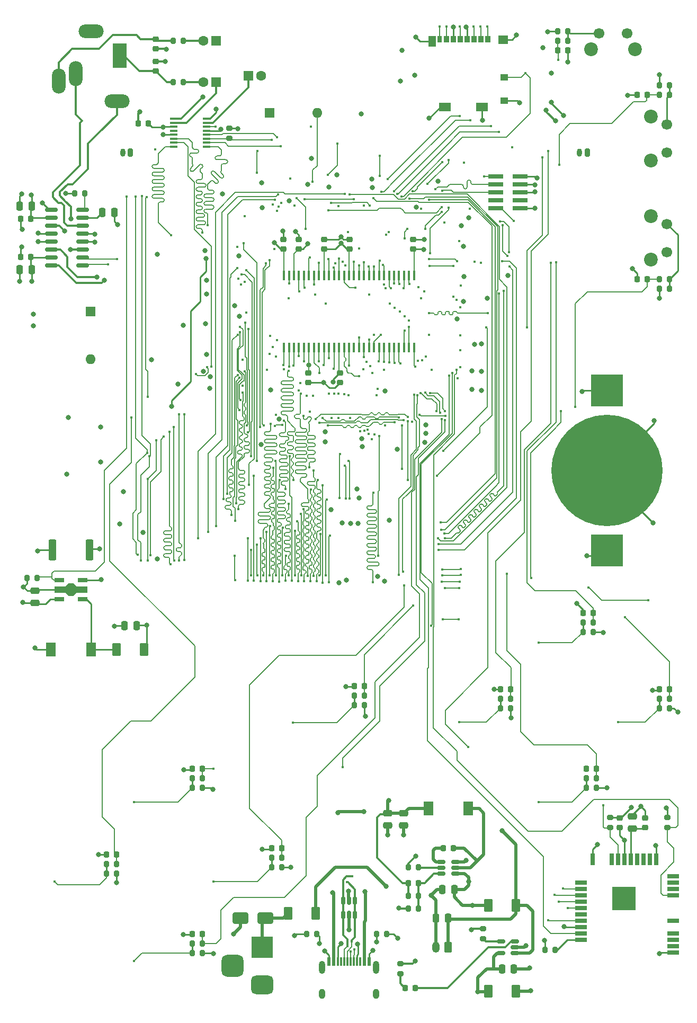
<source format=gbl>
G04 #@! TF.GenerationSoftware,KiCad,Pcbnew,7.0.1*
G04 #@! TF.CreationDate,2024-01-01T11:46:02+00:00*
G04 #@! TF.ProjectId,gk,676b2e6b-6963-4616-945f-706362585858,rev?*
G04 #@! TF.SameCoordinates,Original*
G04 #@! TF.FileFunction,Copper,L6,Bot*
G04 #@! TF.FilePolarity,Positive*
%FSLAX46Y46*%
G04 Gerber Fmt 4.6, Leading zero omitted, Abs format (unit mm)*
G04 Created by KiCad (PCBNEW 7.0.1) date 2024-01-01 11:46:02*
%MOMM*%
%LPD*%
G01*
G04 APERTURE LIST*
G04 Aperture macros list*
%AMRoundRect*
0 Rectangle with rounded corners*
0 $1 Rounding radius*
0 $2 $3 $4 $5 $6 $7 $8 $9 X,Y pos of 4 corners*
0 Add a 4 corners polygon primitive as box body*
4,1,4,$2,$3,$4,$5,$6,$7,$8,$9,$2,$3,0*
0 Add four circle primitives for the rounded corners*
1,1,$1+$1,$2,$3*
1,1,$1+$1,$4,$5*
1,1,$1+$1,$6,$7*
1,1,$1+$1,$8,$9*
0 Add four rect primitives between the rounded corners*
20,1,$1+$1,$2,$3,$4,$5,0*
20,1,$1+$1,$4,$5,$6,$7,0*
20,1,$1+$1,$6,$7,$8,$9,0*
20,1,$1+$1,$8,$9,$2,$3,0*%
%AMFreePoly0*
4,1,13,0.900000,0.500000,2.600000,0.500000,2.600000,-0.500000,0.900000,-0.500000,0.400000,-1.000000,-0.400000,-1.000000,-0.900000,-0.500000,-2.600000,-0.500000,-2.600000,0.500000,-0.900000,0.500000,-0.400000,1.000000,0.400000,1.000000,0.900000,0.500000,0.900000,0.500000,$1*%
G04 Aperture macros list end*
G04 #@! TA.AperFunction,SMDPad,CuDef*
%ADD10RoundRect,0.200000X0.200000X0.275000X-0.200000X0.275000X-0.200000X-0.275000X0.200000X-0.275000X0*%
G04 #@! TD*
G04 #@! TA.AperFunction,ComponentPad*
%ADD11C,2.200000*%
G04 #@! TD*
G04 #@! TA.AperFunction,ComponentPad*
%ADD12C,1.700000*%
G04 #@! TD*
G04 #@! TA.AperFunction,ComponentPad*
%ADD13R,1.600000X1.600000*%
G04 #@! TD*
G04 #@! TA.AperFunction,ComponentPad*
%ADD14O,1.600000X1.600000*%
G04 #@! TD*
G04 #@! TA.AperFunction,SMDPad,CuDef*
%ADD15R,0.600000X1.450000*%
G04 #@! TD*
G04 #@! TA.AperFunction,SMDPad,CuDef*
%ADD16R,0.300000X1.450000*%
G04 #@! TD*
G04 #@! TA.AperFunction,ComponentPad*
%ADD17O,1.000000X1.600000*%
G04 #@! TD*
G04 #@! TA.AperFunction,ComponentPad*
%ADD18O,1.000000X2.100000*%
G04 #@! TD*
G04 #@! TA.AperFunction,SMDPad,CuDef*
%ADD19RoundRect,0.225000X0.225000X0.250000X-0.225000X0.250000X-0.225000X-0.250000X0.225000X-0.250000X0*%
G04 #@! TD*
G04 #@! TA.AperFunction,SMDPad,CuDef*
%ADD20RoundRect,0.200000X0.275000X-0.200000X0.275000X0.200000X-0.275000X0.200000X-0.275000X-0.200000X0*%
G04 #@! TD*
G04 #@! TA.AperFunction,SMDPad,CuDef*
%ADD21RoundRect,0.225000X-0.225000X-0.250000X0.225000X-0.250000X0.225000X0.250000X-0.225000X0.250000X0*%
G04 #@! TD*
G04 #@! TA.AperFunction,SMDPad,CuDef*
%ADD22RoundRect,0.200000X-0.275000X0.200000X-0.275000X-0.200000X0.275000X-0.200000X0.275000X0.200000X0*%
G04 #@! TD*
G04 #@! TA.AperFunction,SMDPad,CuDef*
%ADD23RoundRect,0.250000X-0.250000X-0.475000X0.250000X-0.475000X0.250000X0.475000X-0.250000X0.475000X0*%
G04 #@! TD*
G04 #@! TA.AperFunction,SMDPad,CuDef*
%ADD24RoundRect,0.250000X0.450000X0.800000X-0.450000X0.800000X-0.450000X-0.800000X0.450000X-0.800000X0*%
G04 #@! TD*
G04 #@! TA.AperFunction,SMDPad,CuDef*
%ADD25R,1.500000X2.200000*%
G04 #@! TD*
G04 #@! TA.AperFunction,SMDPad,CuDef*
%ADD26RoundRect,0.150000X0.512500X0.150000X-0.512500X0.150000X-0.512500X-0.150000X0.512500X-0.150000X0*%
G04 #@! TD*
G04 #@! TA.AperFunction,SMDPad,CuDef*
%ADD27RoundRect,0.200000X-0.200000X-0.275000X0.200000X-0.275000X0.200000X0.275000X-0.200000X0.275000X0*%
G04 #@! TD*
G04 #@! TA.AperFunction,SMDPad,CuDef*
%ADD28RoundRect,0.225000X-0.250000X0.225000X-0.250000X-0.225000X0.250000X-0.225000X0.250000X0.225000X0*%
G04 #@! TD*
G04 #@! TA.AperFunction,ComponentPad*
%ADD29C,1.600000*%
G04 #@! TD*
G04 #@! TA.AperFunction,SMDPad,CuDef*
%ADD30RoundRect,0.250000X0.250000X0.475000X-0.250000X0.475000X-0.250000X-0.475000X0.250000X-0.475000X0*%
G04 #@! TD*
G04 #@! TA.AperFunction,SMDPad,CuDef*
%ADD31RoundRect,0.250000X0.475000X-0.250000X0.475000X0.250000X-0.475000X0.250000X-0.475000X-0.250000X0*%
G04 #@! TD*
G04 #@! TA.AperFunction,SMDPad,CuDef*
%ADD32RoundRect,0.225000X0.250000X-0.225000X0.250000X0.225000X-0.250000X0.225000X-0.250000X-0.225000X0*%
G04 #@! TD*
G04 #@! TA.AperFunction,SMDPad,CuDef*
%ADD33R,5.100000X5.100000*%
G04 #@! TD*
G04 #@! TA.AperFunction,SMDPad,CuDef*
%ADD34C,17.800000*%
G04 #@! TD*
G04 #@! TA.AperFunction,SMDPad,CuDef*
%ADD35RoundRect,0.150000X0.850000X0.150000X-0.850000X0.150000X-0.850000X-0.150000X0.850000X-0.150000X0*%
G04 #@! TD*
G04 #@! TA.AperFunction,SMDPad,CuDef*
%ADD36R,2.400000X0.740000*%
G04 #@! TD*
G04 #@! TA.AperFunction,ComponentPad*
%ADD37R,3.500000X3.500000*%
G04 #@! TD*
G04 #@! TA.AperFunction,ComponentPad*
%ADD38RoundRect,0.750000X1.000000X-0.750000X1.000000X0.750000X-1.000000X0.750000X-1.000000X-0.750000X0*%
G04 #@! TD*
G04 #@! TA.AperFunction,ComponentPad*
%ADD39RoundRect,0.875000X0.875000X-0.875000X0.875000X0.875000X-0.875000X0.875000X-0.875000X-0.875000X0*%
G04 #@! TD*
G04 #@! TA.AperFunction,SMDPad,CuDef*
%ADD40R,0.458000X1.510000*%
G04 #@! TD*
G04 #@! TA.AperFunction,SMDPad,CuDef*
%ADD41R,1.500000X0.700000*%
G04 #@! TD*
G04 #@! TA.AperFunction,SMDPad,CuDef*
%ADD42FreePoly0,0.000000*%
G04 #@! TD*
G04 #@! TA.AperFunction,SMDPad,CuDef*
%ADD43R,1.200000X0.400000*%
G04 #@! TD*
G04 #@! TA.AperFunction,SMDPad,CuDef*
%ADD44RoundRect,0.250000X0.362500X1.425000X-0.362500X1.425000X-0.362500X-1.425000X0.362500X-1.425000X0*%
G04 #@! TD*
G04 #@! TA.AperFunction,SMDPad,CuDef*
%ADD45RoundRect,0.250000X-1.000000X-0.650000X1.000000X-0.650000X1.000000X0.650000X-1.000000X0.650000X0*%
G04 #@! TD*
G04 #@! TA.AperFunction,SMDPad,CuDef*
%ADD46RoundRect,0.250000X-0.475000X0.250000X-0.475000X-0.250000X0.475000X-0.250000X0.475000X0.250000X0*%
G04 #@! TD*
G04 #@! TA.AperFunction,ComponentPad*
%ADD47RoundRect,0.200000X0.200000X0.450000X-0.200000X0.450000X-0.200000X-0.450000X0.200000X-0.450000X0*%
G04 #@! TD*
G04 #@! TA.AperFunction,ComponentPad*
%ADD48O,0.800000X1.300000*%
G04 #@! TD*
G04 #@! TA.AperFunction,SMDPad,CuDef*
%ADD49R,0.850000X1.100000*%
G04 #@! TD*
G04 #@! TA.AperFunction,SMDPad,CuDef*
%ADD50R,0.750000X1.100000*%
G04 #@! TD*
G04 #@! TA.AperFunction,SMDPad,CuDef*
%ADD51R,1.200000X1.000000*%
G04 #@! TD*
G04 #@! TA.AperFunction,SMDPad,CuDef*
%ADD52R,1.550000X1.350000*%
G04 #@! TD*
G04 #@! TA.AperFunction,SMDPad,CuDef*
%ADD53R,1.900000X1.350000*%
G04 #@! TD*
G04 #@! TA.AperFunction,SMDPad,CuDef*
%ADD54R,1.170000X1.800000*%
G04 #@! TD*
G04 #@! TA.AperFunction,SMDPad,CuDef*
%ADD55RoundRect,0.250000X-0.450000X-0.800000X0.450000X-0.800000X0.450000X0.800000X-0.450000X0.800000X0*%
G04 #@! TD*
G04 #@! TA.AperFunction,SMDPad,CuDef*
%ADD56RoundRect,0.150000X0.150000X-0.512500X0.150000X0.512500X-0.150000X0.512500X-0.150000X-0.512500X0*%
G04 #@! TD*
G04 #@! TA.AperFunction,SMDPad,CuDef*
%ADD57R,1.900000X0.800000*%
G04 #@! TD*
G04 #@! TA.AperFunction,SMDPad,CuDef*
%ADD58R,0.800000X1.900000*%
G04 #@! TD*
G04 #@! TA.AperFunction,SMDPad,CuDef*
%ADD59R,3.700000X3.700000*%
G04 #@! TD*
G04 #@! TA.AperFunction,ComponentPad*
%ADD60O,2.200000X4.000000*%
G04 #@! TD*
G04 #@! TA.AperFunction,ComponentPad*
%ADD61O,4.000000X2.200000*%
G04 #@! TD*
G04 #@! TA.AperFunction,ComponentPad*
%ADD62R,2.200000X4.000000*%
G04 #@! TD*
G04 #@! TA.AperFunction,ComponentPad*
%ADD63RoundRect,0.250000X0.350000X0.625000X-0.350000X0.625000X-0.350000X-0.625000X0.350000X-0.625000X0*%
G04 #@! TD*
G04 #@! TA.AperFunction,ComponentPad*
%ADD64O,1.200000X1.750000*%
G04 #@! TD*
G04 #@! TA.AperFunction,SMDPad,CuDef*
%ADD65RoundRect,0.218750X0.218750X0.256250X-0.218750X0.256250X-0.218750X-0.256250X0.218750X-0.256250X0*%
G04 #@! TD*
G04 #@! TA.AperFunction,ViaPad*
%ADD66C,0.450000*%
G04 #@! TD*
G04 #@! TA.AperFunction,ViaPad*
%ADD67C,0.800000*%
G04 #@! TD*
G04 #@! TA.AperFunction,Conductor*
%ADD68C,0.152400*%
G04 #@! TD*
G04 #@! TA.AperFunction,Conductor*
%ADD69C,0.508000*%
G04 #@! TD*
G04 #@! TA.AperFunction,Conductor*
%ADD70C,0.250000*%
G04 #@! TD*
G04 #@! TA.AperFunction,Conductor*
%ADD71C,0.304800*%
G04 #@! TD*
G04 #@! TA.AperFunction,Conductor*
%ADD72C,0.254000*%
G04 #@! TD*
G04 #@! TA.AperFunction,Conductor*
%ADD73C,0.366268*%
G04 #@! TD*
G04 #@! TA.AperFunction,Conductor*
%ADD74C,0.203200*%
G04 #@! TD*
G04 APERTURE END LIST*
D10*
X74993000Y-142748000D03*
X73343000Y-142748000D03*
X100901000Y-129540000D03*
X99251000Y-129540000D03*
D11*
X146725000Y-58400000D03*
X146725000Y-51400000D03*
D12*
X149225000Y-57150000D03*
X149225000Y-52650000D03*
D10*
X149669000Y-32004000D03*
X148019000Y-32004000D03*
D13*
X85725000Y-34925000D03*
D14*
X93345000Y-34925000D03*
D10*
X71945000Y-29972000D03*
X70295000Y-29972000D03*
D15*
X101675000Y-170580000D03*
X100875000Y-170580000D03*
D16*
X99675000Y-170580000D03*
X98675000Y-170580000D03*
X98175000Y-170580000D03*
X97175000Y-170580000D03*
D15*
X95975000Y-170580000D03*
X95175000Y-170580000D03*
X95175000Y-170580000D03*
X95975000Y-170580000D03*
D16*
X96675000Y-170580000D03*
X97675000Y-170580000D03*
X99175000Y-170580000D03*
X100175000Y-170580000D03*
D15*
X100875000Y-170580000D03*
X101675000Y-170580000D03*
D17*
X102745000Y-175675000D03*
D18*
X102745000Y-171495000D03*
D17*
X94105000Y-175675000D03*
D18*
X94105000Y-171495000D03*
D19*
X74943000Y-166116000D03*
X73393000Y-166116000D03*
D10*
X149669000Y-130048000D03*
X148019000Y-130048000D03*
D20*
X119888000Y-166941000D03*
X119888000Y-165291000D03*
D10*
X137477000Y-117856000D03*
X135827000Y-117856000D03*
D21*
X131813000Y-24892000D03*
X133363000Y-24892000D03*
D22*
X79298800Y-37325800D03*
X79298800Y-38975800D03*
D19*
X87643000Y-152400000D03*
X86093000Y-152400000D03*
D11*
X146725000Y-42525000D03*
X146725000Y-35525000D03*
D12*
X149225000Y-41275000D03*
X149225000Y-36775000D03*
D23*
X58994000Y-50800000D03*
X60894000Y-50800000D03*
D24*
X65700000Y-120650000D03*
X61300000Y-120650000D03*
D10*
X74993000Y-169164000D03*
X73343000Y-169164000D03*
D19*
X66307000Y-36576000D03*
X64757000Y-36576000D03*
D10*
X124269000Y-130048000D03*
X122619000Y-130048000D03*
X133413000Y-23368000D03*
X131763000Y-23368000D03*
D25*
X117500000Y-146050000D03*
X111100000Y-146050000D03*
D26*
X115437500Y-154625000D03*
X115437500Y-155575000D03*
X115437500Y-156525000D03*
X113162500Y-156525000D03*
X113162500Y-155575000D03*
X113162500Y-154625000D03*
D24*
X93132000Y-162814000D03*
X88732000Y-162814000D03*
D27*
X107887000Y-155448000D03*
X109537000Y-155448000D03*
D20*
X106680000Y-172529000D03*
X106680000Y-170879000D03*
X149352000Y-149161000D03*
X149352000Y-147511000D03*
D27*
X148019000Y-62992000D03*
X149669000Y-62992000D03*
X148019000Y-30480000D03*
X149669000Y-30480000D03*
D28*
X97028000Y-76441000D03*
X97028000Y-77991000D03*
D27*
X107887000Y-160020000D03*
X109537000Y-160020000D03*
X99251000Y-128016000D03*
X100901000Y-128016000D03*
D10*
X93281000Y-166116000D03*
X91631000Y-166116000D03*
D13*
X82356887Y-28956000D03*
D29*
X84356887Y-28956000D03*
D27*
X102807000Y-166116000D03*
X104457000Y-166116000D03*
D30*
X114234000Y-163576000D03*
X112334000Y-163576000D03*
D10*
X71945000Y-23368000D03*
X70295000Y-23368000D03*
D27*
X131763000Y-21844000D03*
X133413000Y-21844000D03*
D31*
X48260000Y-113218000D03*
X48260000Y-111318000D03*
D10*
X87693000Y-155448000D03*
X86043000Y-155448000D03*
D32*
X145796000Y-149111000D03*
X145796000Y-147561000D03*
D33*
X139700000Y-104875000D03*
X139700000Y-79275000D03*
D34*
X139700000Y-92075000D03*
D10*
X137985000Y-142748000D03*
X136335000Y-142748000D03*
D19*
X61227000Y-153416000D03*
X59677000Y-153416000D03*
D13*
X77155113Y-29972000D03*
D29*
X75155113Y-29972000D03*
D27*
X129731000Y-168656000D03*
X131381000Y-168656000D03*
D32*
X67564000Y-28207000D03*
X67564000Y-26657000D03*
D35*
X55840000Y-50419000D03*
X55840000Y-51689000D03*
X55840000Y-52959000D03*
X55840000Y-54229000D03*
X55840000Y-55499000D03*
X55840000Y-56769000D03*
X55840000Y-58039000D03*
X55840000Y-59309000D03*
X50840000Y-59309000D03*
X50840000Y-58039000D03*
X50840000Y-56769000D03*
X50840000Y-55499000D03*
X50840000Y-54229000D03*
X50840000Y-52959000D03*
X50840000Y-51689000D03*
X50840000Y-50419000D03*
D27*
X59627000Y-154940000D03*
X61277000Y-154940000D03*
D36*
X125775000Y-45085000D03*
X121875000Y-45085000D03*
X125775000Y-46355000D03*
X121875000Y-46355000D03*
X125775000Y-47625000D03*
X121875000Y-47625000D03*
X125775000Y-48895000D03*
X121875000Y-48895000D03*
X125775000Y-50165000D03*
X121875000Y-50165000D03*
D26*
X124962500Y-167325000D03*
X124962500Y-168275000D03*
X124962500Y-169225000D03*
X122687500Y-169225000D03*
X122687500Y-167325000D03*
D19*
X146063000Y-61468000D03*
X144513000Y-61468000D03*
D10*
X149669000Y-61468000D03*
X148019000Y-61468000D03*
D13*
X57150000Y-66675000D03*
D14*
X57150000Y-74295000D03*
D37*
X84523500Y-168244000D03*
D38*
X84523500Y-174244000D03*
D39*
X79823500Y-171244000D03*
D19*
X137427000Y-114838000D03*
X135877000Y-114838000D03*
D40*
X88025000Y-60925000D03*
X88825000Y-60925000D03*
X89625000Y-60925000D03*
X90425000Y-60925000D03*
X91225000Y-60925000D03*
X92025000Y-60925000D03*
X92825000Y-60925000D03*
X93625000Y-60925000D03*
X94425000Y-60925000D03*
X95225000Y-60925000D03*
X96025000Y-60925000D03*
X96825000Y-60925000D03*
X97625000Y-60925000D03*
X98425000Y-60925000D03*
X99225000Y-60925000D03*
X100025000Y-60925000D03*
X100825000Y-60925000D03*
X101625000Y-60925000D03*
X102425000Y-60925000D03*
X103225000Y-60925000D03*
X104025000Y-60925000D03*
X104825000Y-60925000D03*
X105625000Y-60925000D03*
X106425000Y-60925000D03*
X107225000Y-60925000D03*
X108025000Y-60925000D03*
X108825000Y-60925000D03*
X108825000Y-72425000D03*
X108025000Y-72425000D03*
X107225000Y-72425000D03*
X106425000Y-72425000D03*
X105625000Y-72425000D03*
X104825000Y-72425000D03*
X104025000Y-72425000D03*
X103225000Y-72425000D03*
X102425000Y-72425000D03*
X101625000Y-72425000D03*
X100825000Y-72425000D03*
X100025000Y-72425000D03*
X99225000Y-72425000D03*
X98425000Y-72425000D03*
X97625000Y-72425000D03*
X96825000Y-72425000D03*
X96025000Y-72425000D03*
X95225000Y-72425000D03*
X94425000Y-72425000D03*
X93625000Y-72425000D03*
X92825000Y-72425000D03*
X92025000Y-72425000D03*
X91225000Y-72425000D03*
X90425000Y-72425000D03*
X89625000Y-72425000D03*
X88825000Y-72425000D03*
X88025000Y-72425000D03*
D27*
X136335000Y-141224000D03*
X137985000Y-141224000D03*
D11*
X144125000Y-24725000D03*
X137125000Y-24725000D03*
D12*
X142875000Y-22225000D03*
X138375000Y-22225000D03*
D27*
X86043000Y-153924000D03*
X87693000Y-153924000D03*
D30*
X47686000Y-49784000D03*
X45786000Y-49784000D03*
D10*
X109537000Y-162052000D03*
X107887000Y-162052000D03*
D31*
X143764000Y-149286000D03*
X143764000Y-147386000D03*
D41*
X52125000Y-112625000D03*
D42*
X53975000Y-111125000D03*
D41*
X52125000Y-109625000D03*
X55825000Y-109625000D03*
X55825000Y-112625000D03*
D43*
X70425000Y-40322500D03*
X70425000Y-39687500D03*
X70425000Y-39052500D03*
X70425000Y-38417500D03*
X70425000Y-37782500D03*
X70425000Y-37147500D03*
X70425000Y-36512500D03*
X70425000Y-35877500D03*
X75625000Y-35877500D03*
X75625000Y-36512500D03*
X75625000Y-37147500D03*
X75625000Y-37782500D03*
X75625000Y-38417500D03*
X75625000Y-39052500D03*
X75625000Y-39687500D03*
X75625000Y-40322500D03*
D27*
X73343000Y-141224000D03*
X74993000Y-141224000D03*
D10*
X61277000Y-156464000D03*
X59627000Y-156464000D03*
D19*
X47511000Y-57912000D03*
X45961000Y-57912000D03*
D27*
X122619000Y-128524000D03*
X124269000Y-128524000D03*
D19*
X74943000Y-139700000D03*
X73393000Y-139700000D03*
D10*
X48577000Y-109220000D03*
X46927000Y-109220000D03*
D44*
X56937500Y-104775000D03*
X51012500Y-104775000D03*
D45*
X81058000Y-163576000D03*
X85058000Y-163576000D03*
D32*
X87938000Y-56655000D03*
X87938000Y-55105000D03*
X90424000Y-56655000D03*
X90424000Y-55105000D03*
D30*
X47686000Y-59944000D03*
X45786000Y-59944000D03*
D46*
X104648000Y-146878000D03*
X104648000Y-148778000D03*
D47*
X136525000Y-41275000D03*
D48*
X135275000Y-41275000D03*
D47*
X63500000Y-41275000D03*
D48*
X62250000Y-41275000D03*
D32*
X98552000Y-56655000D03*
X98552000Y-55105000D03*
D19*
X146063000Y-32004000D03*
X144513000Y-32004000D03*
D24*
X125136000Y-175260000D03*
X120736000Y-175260000D03*
D49*
X120580000Y-23125000D03*
X119480000Y-23125000D03*
X118380000Y-23125000D03*
X117280000Y-23125000D03*
X116180000Y-23125000D03*
X115080000Y-23125000D03*
X113980000Y-23125000D03*
D50*
X112930000Y-23125000D03*
D51*
X123215000Y-29275000D03*
X123215000Y-32975000D03*
D52*
X123040000Y-23250000D03*
D53*
X119715000Y-33950000D03*
X113745000Y-33950000D03*
D54*
X111720000Y-23475000D03*
D28*
X91948000Y-76441000D03*
X91948000Y-77991000D03*
D20*
X140208000Y-149161000D03*
X140208000Y-147511000D03*
D55*
X120736000Y-161544000D03*
X125136000Y-161544000D03*
D19*
X115075000Y-152400000D03*
X113525000Y-152400000D03*
D27*
X148019000Y-128524000D03*
X149669000Y-128524000D03*
D56*
X99375000Y-163062500D03*
X98425000Y-163062500D03*
X97475000Y-163062500D03*
X97475000Y-160787500D03*
X98425000Y-160787500D03*
X99375000Y-160787500D03*
D19*
X100851000Y-126492000D03*
X99301000Y-126492000D03*
D21*
X107937000Y-157988000D03*
X109487000Y-157988000D03*
D25*
X50775000Y-120650000D03*
X57175000Y-120650000D03*
D19*
X47511000Y-51816000D03*
X45961000Y-51816000D03*
D27*
X73343000Y-167640000D03*
X74993000Y-167640000D03*
D30*
X64450000Y-116840000D03*
X62550000Y-116840000D03*
D19*
X149619000Y-127000000D03*
X148069000Y-127000000D03*
D13*
X77155113Y-23368000D03*
D29*
X75155113Y-23368000D03*
D28*
X67564000Y-23101000D03*
X67564000Y-24651000D03*
D57*
X150240000Y-156910000D03*
X150240000Y-157926000D03*
X150240000Y-158942000D03*
X150240000Y-159958000D03*
X150240000Y-164022000D03*
X150240000Y-166054000D03*
X150240000Y-167070000D03*
X150240000Y-168086000D03*
X150240000Y-169102000D03*
X135510000Y-167064000D03*
X135510000Y-166048000D03*
X135510000Y-165032000D03*
X135510000Y-164016000D03*
X135510000Y-163000000D03*
X135510000Y-161984000D03*
X135510000Y-160968000D03*
X135510000Y-159952000D03*
X135510000Y-158936000D03*
X135510000Y-157920000D03*
D58*
X137410000Y-154240000D03*
X140458000Y-154240000D03*
X141474000Y-154240000D03*
X142490000Y-154240000D03*
X143506000Y-154240000D03*
X144522000Y-154240000D03*
X145538000Y-154240000D03*
X146554000Y-154240000D03*
X147570000Y-154240000D03*
D59*
X142390000Y-160510000D03*
D10*
X56197000Y-47752000D03*
X54547000Y-47752000D03*
D19*
X124219000Y-127000000D03*
X122669000Y-127000000D03*
D32*
X108712000Y-56655000D03*
X108712000Y-55105000D03*
D60*
X52007500Y-29850000D03*
X54707500Y-28650000D03*
D61*
X57207500Y-21850000D03*
D62*
X61807500Y-25750000D03*
D61*
X61307500Y-33050000D03*
D23*
X122875000Y-171704000D03*
X124775000Y-171704000D03*
D32*
X141732000Y-149111000D03*
X141732000Y-147561000D03*
D30*
X115250000Y-159004000D03*
X113350000Y-159004000D03*
D46*
X107188000Y-146878000D03*
X107188000Y-148778000D03*
D19*
X137935000Y-139700000D03*
X136385000Y-139700000D03*
D63*
X114300000Y-168275000D03*
D64*
X112300000Y-168275000D03*
D32*
X94488000Y-56655000D03*
X94488000Y-55105000D03*
D27*
X135827000Y-116332000D03*
X137477000Y-116332000D03*
D65*
X108991500Y-174752000D03*
X107416500Y-174752000D03*
D66*
X117500400Y-136296400D03*
D67*
X100787200Y-146608800D03*
X122885200Y-149606000D03*
X96672400Y-146761200D03*
D66*
X80525000Y-56325000D03*
D67*
X143510000Y-161696400D03*
D66*
X80726821Y-61394271D03*
X86214900Y-49575000D03*
D67*
X58724800Y-85140800D03*
X61417200Y-52781200D03*
X66852800Y-74371200D03*
X109067600Y-22809200D03*
X106629200Y-29870400D03*
X106172000Y-88696800D03*
X46075600Y-47904400D03*
X57810400Y-54305200D03*
X99720400Y-94996000D03*
X127275000Y-171575000D03*
D66*
X81413540Y-78551851D03*
D67*
X89712800Y-166420800D03*
X110571007Y-87558607D03*
X48717200Y-54102000D03*
D66*
X100775000Y-49725700D03*
D67*
X128117600Y-46431200D03*
X143002000Y-32105600D03*
X58724800Y-90678000D03*
X111525000Y-159925000D03*
D66*
X81991200Y-66802000D03*
D67*
X149148800Y-145999200D03*
X147472400Y-152044400D03*
X84429600Y-46126400D03*
D66*
X86715600Y-83210400D03*
D67*
X98653600Y-100533200D03*
D66*
X89700000Y-49750000D03*
D67*
X75387200Y-56946800D03*
X62331600Y-95453200D03*
X89880000Y-53898800D03*
D66*
X92200000Y-58050000D03*
D67*
X112623600Y-45872400D03*
X103022400Y-109016800D03*
X110439200Y-55118000D03*
X95554800Y-98298000D03*
X143510000Y-160477200D03*
X119634000Y-71831200D03*
X58369200Y-153416000D03*
X108966000Y-28905200D03*
X141173200Y-160477200D03*
X146964400Y-127203200D03*
X104140000Y-109728000D03*
D66*
X108527235Y-84241733D03*
D67*
X75488800Y-68630800D03*
X75692000Y-61671200D03*
X102108000Y-45516800D03*
X69088000Y-26670000D03*
D66*
X96750000Y-49825000D03*
D67*
X126725000Y-168025000D03*
X148031200Y-169265600D03*
X115722400Y-67818000D03*
X142290800Y-160426400D03*
X117551200Y-51714400D03*
X117100000Y-154400000D03*
X77927200Y-37541200D03*
X57810400Y-55575200D03*
X143764000Y-59842400D03*
X61772800Y-100584000D03*
D66*
X115825000Y-77325000D03*
D67*
X96520000Y-44856400D03*
D66*
X98625000Y-83650000D03*
D67*
X133400800Y-26771600D03*
X98425000Y-165450000D03*
D66*
X116250000Y-66000000D03*
X109952104Y-50207197D03*
X116200000Y-75550000D03*
X96854049Y-58199300D03*
D67*
X141224000Y-159258000D03*
X136385000Y-139700000D03*
X142290800Y-161696400D03*
X53543200Y-83616800D03*
X48768000Y-55524400D03*
X84378800Y-87934800D03*
X128168400Y-50139600D03*
D66*
X104225000Y-84875700D03*
D67*
X102209600Y-168757600D03*
X84582000Y-152603200D03*
X64973200Y-34747200D03*
X71932800Y-68884800D03*
X100584000Y-88239600D03*
X121615200Y-127000000D03*
X147218400Y-84074000D03*
X53136800Y-47802800D03*
X60909200Y-116992400D03*
X80010000Y-166116000D03*
X87868700Y-53810163D03*
X94640400Y-87477600D03*
X125222000Y-22504400D03*
X132791200Y-164998400D03*
X106222800Y-166827200D03*
X75692000Y-73558400D03*
X115112800Y-21234400D03*
X111252000Y-35763200D03*
X53289200Y-92659200D03*
X117950000Y-165450000D03*
X107150000Y-150300000D03*
X97891600Y-126593600D03*
X123799600Y-60909200D03*
X71932800Y-166217600D03*
X147015200Y-100431600D03*
X104851200Y-100025200D03*
X100380800Y-35052000D03*
X141224000Y-161645600D03*
D66*
X81400000Y-74400000D03*
D67*
X104575000Y-150275000D03*
X106400000Y-162000000D03*
X67767200Y-106222800D03*
X68732400Y-38354000D03*
X134823200Y-113284000D03*
X143510000Y-159258000D03*
X45770800Y-61823600D03*
D66*
X87925000Y-75200000D03*
D67*
X94386400Y-77978000D03*
D66*
X89525000Y-75300000D03*
X116025000Y-55425000D03*
D67*
X145084800Y-145745200D03*
X119634000Y-79248000D03*
X46075600Y-56337200D03*
X120548400Y-64516000D03*
D66*
X108975000Y-75425000D03*
D67*
X67818000Y-57556400D03*
X94538800Y-168859200D03*
X46177200Y-53543200D03*
X72034400Y-139903200D03*
X128117600Y-47548800D03*
X76200000Y-78943200D03*
D66*
X98425000Y-75300000D03*
D67*
X75184000Y-76200000D03*
X129387600Y-24536400D03*
X143560800Y-145897600D03*
X46380400Y-110693200D03*
X71069200Y-78282800D03*
X77165200Y-34340800D03*
X142341600Y-159258000D03*
X97129600Y-54711600D03*
X48666400Y-104902000D03*
X119583200Y-76200000D03*
D66*
X95628483Y-83705488D03*
X116225000Y-70500000D03*
X94400000Y-75200000D03*
D67*
X47955200Y-67106800D03*
D66*
X116275000Y-62500000D03*
D67*
X69189600Y-24739600D03*
D66*
X81175000Y-62325000D03*
D67*
X130810000Y-28549600D03*
X119735600Y-36118800D03*
D66*
X116200000Y-72800000D03*
X98119971Y-157875000D03*
X99275000Y-168600000D03*
X98875000Y-167350000D03*
X98700000Y-168950000D03*
X98150000Y-168125000D03*
X98975000Y-156950000D03*
D67*
X95825000Y-159500000D03*
X100975000Y-159350000D03*
X98350000Y-159300000D03*
X119025000Y-175400000D03*
X108975000Y-170475000D03*
X110693200Y-84785200D03*
X92456000Y-42214800D03*
X150977600Y-130708400D03*
X96824800Y-109982000D03*
X139039600Y-117957600D03*
X47650400Y-48006000D03*
X104775000Y-144800000D03*
X116789200Y-61112400D03*
X76758800Y-169265600D03*
X116382800Y-52933600D03*
D66*
X81775000Y-61925000D03*
D67*
X94589600Y-85902800D03*
X78181200Y-47853600D03*
X65532000Y-102006400D03*
X116738400Y-65024000D03*
X91846400Y-55829200D03*
X110693200Y-86156800D03*
X106934000Y-24942800D03*
X124358400Y-131572000D03*
X139649200Y-142798800D03*
X118465600Y-71882000D03*
X148082000Y-28854400D03*
X84582000Y-50038000D03*
X80822800Y-57759600D03*
X130200400Y-21996400D03*
X76250800Y-77063600D03*
X47955200Y-68986400D03*
X80924400Y-67462400D03*
X125679200Y-33274000D03*
X86461600Y-55626000D03*
X100482400Y-87020400D03*
X148031200Y-64566800D03*
X142490000Y-151176800D03*
X118059200Y-76149200D03*
X48260000Y-120446800D03*
X138176000Y-151841200D03*
X85902800Y-79197200D03*
X87239207Y-83847299D03*
X98044000Y-109626400D03*
X128524000Y-45364400D03*
X100076000Y-96469200D03*
X80670400Y-37439600D03*
X118059200Y-79146400D03*
X101041200Y-131318000D03*
X95910400Y-77927200D03*
X117144800Y-21234400D03*
X97129600Y-55727600D03*
X97332800Y-100482400D03*
X129692400Y-167182800D03*
X91846400Y-46380400D03*
X47701200Y-61874400D03*
X99872800Y-100533200D03*
X110337600Y-56743600D03*
X61264800Y-157937200D03*
X76708000Y-143002000D03*
X109158771Y-49982635D03*
X92025000Y-75184000D03*
X95214500Y-46771185D03*
X89103200Y-155498800D03*
X46278800Y-113182400D03*
X102158800Y-46888400D03*
X68732400Y-37185600D03*
X75692000Y-63855600D03*
X88900000Y-48971200D03*
X116687600Y-56235600D03*
X80162400Y-65735200D03*
X104190800Y-79400400D03*
D66*
X67411600Y-40792400D03*
X124764800Y-52222400D03*
X75742800Y-75590400D03*
X124510800Y-40436800D03*
X73964800Y-76657200D03*
D67*
X66090800Y-116789200D03*
D66*
X106832400Y-48260000D03*
X126644400Y-28600400D03*
D67*
X75082400Y-32359600D03*
D66*
X123647200Y-108559600D03*
X116281200Y-108712000D03*
X108845602Y-79931401D03*
X113334800Y-108864400D03*
X106426000Y-108762800D03*
X107086400Y-108204000D03*
X113334800Y-107899200D03*
X116332000Y-107797600D03*
X142544800Y-115519200D03*
X109373415Y-80043100D03*
X123748800Y-57810400D03*
X130708400Y-58877200D03*
X122986800Y-52882800D03*
X124002800Y-57150000D03*
X113233200Y-50749200D03*
X131521200Y-58826400D03*
X110591600Y-53492400D03*
X122529600Y-52273200D03*
X110591600Y-79654400D03*
X76758800Y-139700000D03*
X113030000Y-82854800D03*
X97434400Y-139446000D03*
X113748039Y-84032057D03*
X109884853Y-79689500D03*
X113233200Y-83870800D03*
X112420400Y-82550000D03*
X63652400Y-83616800D03*
X132334000Y-82600800D03*
X107238800Y-110439200D03*
X116128800Y-109880400D03*
X111353600Y-79705200D03*
X113792000Y-82550000D03*
X113284000Y-109829600D03*
X127558800Y-109220000D03*
X111607600Y-75946000D03*
X117703600Y-50241200D03*
X116789200Y-42875200D03*
X104038400Y-75946000D03*
X113639600Y-52425600D03*
X132029200Y-43230800D03*
X102870000Y-80010000D03*
X113861934Y-83343666D03*
X109726030Y-83159764D03*
X134620000Y-81940400D03*
X83718400Y-44500800D03*
X83820000Y-40995600D03*
X66090800Y-48361600D03*
X66243200Y-80314800D03*
X131876800Y-26466800D03*
X108686600Y-113665000D03*
X95046800Y-44805600D03*
X113792000Y-110845600D03*
X146304000Y-112776000D03*
X136702800Y-110794800D03*
X116027200Y-110845600D03*
X96570800Y-39827200D03*
D67*
X102819200Y-167436800D03*
X99822000Y-167741600D03*
X93675200Y-167690800D03*
X97129600Y-167690800D03*
D66*
X106172000Y-47853600D03*
X120548400Y-21082000D03*
X122377200Y-37998400D03*
X105664000Y-47447200D03*
X119430800Y-21132800D03*
X121107200Y-37033200D03*
X103581200Y-47498000D03*
X117856000Y-36068000D03*
X118364000Y-21132800D03*
X116128800Y-21132800D03*
X104648000Y-45466000D03*
X116128800Y-35458400D03*
X119532400Y-58877200D03*
X114046000Y-21132800D03*
X118516400Y-58724800D03*
X112928400Y-21132800D03*
D67*
X53898800Y-56794400D03*
X53949600Y-51816000D03*
X59283600Y-61671200D03*
X58115200Y-61163200D03*
X130759200Y-33223200D03*
X132689600Y-35356800D03*
X49428400Y-49326800D03*
X52984400Y-53797200D03*
X131419600Y-36220400D03*
X129946400Y-34493200D03*
D66*
X120040400Y-45059600D03*
X112268000Y-47091600D03*
X95148400Y-50495200D03*
X113284000Y-49987200D03*
X113334800Y-47396400D03*
X92608400Y-45923200D03*
X103327200Y-41757600D03*
X114350800Y-50088800D03*
X62890400Y-48260000D03*
X111404400Y-57353200D03*
X103327200Y-45008800D03*
D67*
X58521600Y-104597200D03*
X58826400Y-109524800D03*
D66*
X86055200Y-39268400D03*
X86918800Y-50546000D03*
X65138333Y-106466269D03*
X97891600Y-96520000D03*
X65328800Y-48209200D03*
X97739200Y-91338400D03*
X66548000Y-89763600D03*
X98501200Y-96570800D03*
X64668400Y-105562400D03*
X66141600Y-89255600D03*
X98348800Y-90576400D03*
X64312800Y-48260000D03*
X139039600Y-145592800D03*
X113385600Y-115874800D03*
X114909600Y-76454000D03*
X115976400Y-115874800D03*
X111556800Y-116840000D03*
X115620800Y-75946000D03*
X128727200Y-145034000D03*
X141427200Y-132283200D03*
X116027200Y-132283200D03*
X128727200Y-119583200D03*
X64058800Y-145034000D03*
X64058800Y-170434000D03*
X51358800Y-157734000D03*
X76758800Y-157734000D03*
X89458800Y-132334000D03*
X75844400Y-52832000D03*
X130251200Y-163931600D03*
X74980800Y-54051200D03*
X70002400Y-54508400D03*
X86664800Y-90525600D03*
X81584800Y-55778400D03*
X86766400Y-108813600D03*
X83667600Y-90525600D03*
X84785200Y-84886800D03*
X66237900Y-106472203D03*
X66237900Y-93426500D03*
X67614800Y-87223600D03*
X85699600Y-58420000D03*
X68834000Y-86664800D03*
X66700400Y-105613200D03*
X85140800Y-58928000D03*
X84175600Y-85140800D03*
X78333600Y-96621600D03*
X80575814Y-59689252D03*
X94894400Y-96723200D03*
X94742000Y-108864400D03*
X82448400Y-94386400D03*
X82042000Y-60045600D03*
X94183200Y-94437200D03*
X94234000Y-109982000D03*
X81205352Y-60760883D03*
X88950800Y-89763600D03*
X89255600Y-109677200D03*
X82804000Y-89763600D03*
X105650000Y-62175000D03*
X105675000Y-66050000D03*
X106575000Y-66700000D03*
X106500000Y-62225000D03*
X107175000Y-62925000D03*
X107300000Y-67425000D03*
X108050000Y-62275000D03*
X108025000Y-68075000D03*
X107975000Y-69075000D03*
X107300000Y-69750000D03*
X81838800Y-68478400D03*
X70459600Y-106426000D03*
X70408800Y-85090000D03*
X82092800Y-84886800D03*
X71272400Y-106426000D03*
X81076800Y-80822800D03*
X71272400Y-83058000D03*
X81026000Y-69088000D03*
X69900800Y-107035600D03*
X69748400Y-85902800D03*
X82346800Y-69443600D03*
X82296000Y-85953600D03*
X72085200Y-83058000D03*
X72136000Y-106375200D03*
X80924400Y-82397600D03*
X81026000Y-69951600D03*
X102311200Y-95656400D03*
X78943200Y-95758000D03*
X80619600Y-70408800D03*
X102260400Y-109931200D03*
X86475000Y-56650000D03*
X86200000Y-72375000D03*
X100075000Y-56625000D03*
X100000000Y-59300000D03*
X76403200Y-75488800D03*
X102450000Y-70425000D03*
X85700000Y-73400000D03*
X102450000Y-59450000D03*
X85775000Y-70575000D03*
X86925000Y-71200000D03*
X86750000Y-73825000D03*
X101650000Y-71125000D03*
X80772000Y-98247200D03*
X91186000Y-98247200D03*
X81764999Y-76236976D03*
X91236800Y-109728000D03*
X80619600Y-76809600D03*
X90728800Y-99009200D03*
X90779600Y-108864400D03*
X79603600Y-99161600D03*
X80213200Y-100076000D03*
X90170000Y-100177600D03*
X80933134Y-77264332D03*
X90271600Y-109728000D03*
X81381600Y-79603600D03*
X80365600Y-97282000D03*
X88798400Y-97434400D03*
X88798400Y-108864400D03*
X84734400Y-108813600D03*
X85902800Y-84582000D03*
X81788000Y-51460400D03*
X85344000Y-75946000D03*
X61366400Y-58267600D03*
X88036400Y-84074000D03*
X88290400Y-95046800D03*
X88036400Y-75895200D03*
X92252800Y-109778800D03*
X92354400Y-95097600D03*
X88747600Y-76149200D03*
X89560400Y-93624400D03*
X87325200Y-93624400D03*
X87274400Y-109829600D03*
X91795600Y-108915200D03*
X90728800Y-79756000D03*
X91135200Y-83312000D03*
X86360000Y-91643200D03*
X86207600Y-109778800D03*
X92049600Y-91592400D03*
X91694000Y-80111600D03*
X92303600Y-37084000D03*
X77114400Y-37084000D03*
X80111600Y-105664000D03*
X92151200Y-82702400D03*
X80264000Y-109626400D03*
X93000000Y-63975000D03*
X101600000Y-59425000D03*
X101675000Y-63950000D03*
X92675000Y-80111600D03*
X93125000Y-83875000D03*
X106650000Y-74925000D03*
X107825000Y-83550000D03*
X105700000Y-74875000D03*
X107150000Y-84025000D03*
X93725000Y-84400000D03*
X106425000Y-83600000D03*
X104850000Y-74750000D03*
X94225000Y-83675000D03*
X95000000Y-84875000D03*
X104050000Y-74700000D03*
X105700000Y-84375000D03*
X94700000Y-65425000D03*
X95225000Y-79750000D03*
X104925000Y-65425000D03*
X105125000Y-62950000D03*
X102975000Y-79000000D03*
X96062800Y-79806800D03*
X103175000Y-74650000D03*
X96725000Y-83675000D03*
X96774000Y-79806800D03*
X96225000Y-58925000D03*
X93625000Y-58900000D03*
X95100000Y-58250000D03*
X97675000Y-79850000D03*
X97400000Y-58700000D03*
X98348800Y-80060800D03*
X95950000Y-59600000D03*
X97875000Y-59300000D03*
X100200000Y-85825000D03*
X99425000Y-62875000D03*
X100000000Y-77025000D03*
X100899650Y-85675103D03*
X101417399Y-85523450D03*
X95975000Y-75825000D03*
X100725000Y-75900000D03*
X101600000Y-86250000D03*
X101225000Y-74700000D03*
X95250000Y-74125000D03*
X93600000Y-74625000D03*
X101825000Y-75400000D03*
X102100000Y-87025000D03*
X93650000Y-76500000D03*
X102175000Y-76500000D03*
X102505557Y-86288447D03*
X88341200Y-105664000D03*
X103225600Y-86563200D03*
X88239600Y-109677200D03*
X103124000Y-105664000D03*
X92760800Y-108915200D03*
X92760800Y-92100400D03*
X106883200Y-91795600D03*
X106883200Y-84836000D03*
X107848400Y-93573600D03*
X107848400Y-84175600D03*
X93472000Y-93624400D03*
X93268800Y-109728000D03*
X90373200Y-79248000D03*
X91225000Y-74650000D03*
X90425000Y-73761600D03*
X90678000Y-78130400D03*
X88825000Y-75438000D03*
X114401600Y-76911200D03*
X88825000Y-62150000D03*
X109950000Y-64550000D03*
X88775000Y-64550000D03*
X110150000Y-74450000D03*
X90450000Y-63425000D03*
X110475000Y-63475000D03*
X110725000Y-73850000D03*
X111250000Y-70425000D03*
X120634300Y-66900000D03*
X103500000Y-70425000D03*
X111225000Y-66925000D03*
X115675000Y-58625000D03*
X111252000Y-58318400D03*
X103375000Y-58525000D03*
X115625000Y-64825000D03*
X103875000Y-59200000D03*
X111302800Y-59385200D03*
X115125000Y-59385200D03*
X115125000Y-64275000D03*
X93843300Y-102260400D03*
X93726000Y-108864400D03*
X122428000Y-63804800D03*
X113690400Y-102108000D03*
X95351600Y-102514400D03*
X95250000Y-109931200D03*
X113741200Y-102920800D03*
X123139200Y-63398400D03*
X109450000Y-74500000D03*
X100800000Y-73975000D03*
X109550000Y-62800000D03*
X83718400Y-103936800D03*
X124053600Y-59486800D03*
X112776000Y-103835200D03*
X83769200Y-108813600D03*
X122869500Y-58623200D03*
X82753200Y-104749600D03*
X82753200Y-108813600D03*
X112725200Y-104749600D03*
X113080800Y-100330000D03*
X111225000Y-48775000D03*
X87782400Y-108864400D03*
X87833200Y-101193600D03*
X120396000Y-69189600D03*
X110998000Y-46278800D03*
X129336800Y-42062400D03*
X96977200Y-89408000D03*
X113538000Y-88900000D03*
X96926400Y-96469200D03*
X126898400Y-69240400D03*
X114350800Y-42468800D03*
X130251200Y-40995600D03*
X113334800Y-42773600D03*
X108610400Y-47447200D03*
X89763600Y-108864400D03*
X113131600Y-101549200D03*
X89814400Y-101752400D03*
X108050000Y-48650000D03*
X90017600Y-48514000D03*
X107746800Y-53492400D03*
X89001600Y-45415200D03*
X59944000Y-59131200D03*
X107289600Y-54965600D03*
X91490800Y-53441600D03*
X104300000Y-62950000D03*
X104775000Y-54000000D03*
X91300000Y-62875000D03*
X104325000Y-54425000D03*
X92825000Y-62350000D03*
X104050000Y-62325000D03*
X112522000Y-92913200D03*
X83210400Y-92913200D03*
X83210400Y-109677200D03*
X102325000Y-48550000D03*
X131267200Y-159867600D03*
X131927600Y-160985200D03*
X132638800Y-158902400D03*
X112674400Y-102920800D03*
X84277200Y-102920800D03*
X98525000Y-47975000D03*
X84277200Y-109728000D03*
X97775000Y-47875000D03*
X74269600Y-102920800D03*
X82245200Y-102920800D03*
X82255500Y-109677200D03*
X100800000Y-58750000D03*
X95525000Y-49275000D03*
X101750000Y-49750000D03*
X133400800Y-162001200D03*
X85242400Y-109728000D03*
X87050000Y-47990700D03*
X75895200Y-101904800D03*
X85242400Y-101854000D03*
X85852000Y-100939600D03*
X77165200Y-100990400D03*
X85750400Y-108813600D03*
X86575000Y-48825000D03*
X99200000Y-58675000D03*
X99200000Y-48700000D03*
X91275000Y-48750000D03*
X98275000Y-53975000D03*
X100027443Y-70822738D03*
X87630000Y-49276000D03*
X87477600Y-40233600D03*
X86918800Y-38811200D03*
X87172800Y-49936400D03*
X86563200Y-84937600D03*
X87731600Y-84785200D03*
D67*
X70104000Y-81838800D03*
X75590400Y-58216800D03*
X135686800Y-79451200D03*
X136448800Y-105714800D03*
X109075000Y-153700000D03*
X117525000Y-157800000D03*
X104394000Y-158496000D03*
X118175000Y-161544000D03*
X127475000Y-175225000D03*
D68*
X125882400Y-85852000D02*
X127558800Y-84175600D01*
X125882400Y-96824800D02*
X125882400Y-85852000D01*
X120650000Y-102057200D02*
X125882400Y-96824800D01*
X120650000Y-123596400D02*
X120650000Y-102057200D01*
X113842800Y-130403600D02*
X120650000Y-123596400D01*
X113842800Y-132638800D02*
X113842800Y-130403600D01*
X117500400Y-136296400D02*
X113842800Y-132638800D01*
X127558800Y-84175600D02*
X127558800Y-65227200D01*
D69*
X124225000Y-163800000D02*
X125136000Y-162889000D01*
X114458000Y-163800000D02*
X124225000Y-163800000D01*
X127325000Y-169225000D02*
X127850000Y-168700000D01*
X125136000Y-162889000D02*
X125136000Y-161544000D01*
X125136000Y-161544000D02*
X125136000Y-151856800D01*
X114234000Y-163576000D02*
X114234000Y-168209000D01*
X114234000Y-168209000D02*
X114300000Y-168275000D01*
X124962500Y-169225000D02*
X127325000Y-169225000D01*
X127850000Y-168700000D02*
X127850000Y-162525000D01*
X96824800Y-146608800D02*
X96672400Y-146761200D01*
X126869000Y-161544000D02*
X125136000Y-161544000D01*
X127850000Y-162525000D02*
X126869000Y-161544000D01*
X100787200Y-146608800D02*
X96824800Y-146608800D01*
X114234000Y-163576000D02*
X114458000Y-163800000D01*
X125136000Y-151856800D02*
X122885200Y-149606000D01*
D70*
X109733400Y-23475000D02*
X109067600Y-22809200D01*
X150240000Y-169102000D02*
X148194800Y-169102000D01*
X119715000Y-33950000D02*
X119715000Y-36098200D01*
X110426200Y-55105000D02*
X110439200Y-55118000D01*
X48793400Y-104775000D02*
X48666400Y-104902000D01*
X48793400Y-55499000D02*
X48768000Y-55524400D01*
X57734200Y-55499000D02*
X57810400Y-55575200D01*
D69*
X112334000Y-168241000D02*
X112300000Y-168275000D01*
D70*
X45961000Y-51816000D02*
X45961000Y-53327000D01*
X54547000Y-47752000D02*
X53187600Y-47752000D01*
X45961000Y-56451800D02*
X46075600Y-56337200D01*
X71932800Y-166217600D02*
X73291400Y-166217600D01*
D69*
X98425000Y-163062500D02*
X98425000Y-165450000D01*
D68*
X96825000Y-58228349D02*
X96854049Y-58199300D01*
D70*
X108712000Y-55105000D02*
X110426200Y-55105000D01*
X45961000Y-57912000D02*
X45961000Y-56451800D01*
X70425000Y-38417500D02*
X68795900Y-38417500D01*
X45786000Y-61808400D02*
X45770800Y-61823600D01*
D69*
X115437500Y-154625000D02*
X116875000Y-154625000D01*
D70*
X125775000Y-46355000D02*
X128041400Y-46355000D01*
D68*
X88025000Y-72425000D02*
X88025000Y-75100000D01*
D70*
X57734200Y-54229000D02*
X57810400Y-54305200D01*
D69*
X104648000Y-150202000D02*
X104575000Y-150275000D01*
D70*
X99199400Y-126593600D02*
X99301000Y-126492000D01*
X50840000Y-54229000D02*
X48844200Y-54229000D01*
X48844200Y-54229000D02*
X48717200Y-54102000D01*
D71*
X67564000Y-26657000D02*
X69075000Y-26657000D01*
D70*
X60894000Y-52258000D02*
X61417200Y-52781200D01*
X113745000Y-33950000D02*
X113065200Y-33950000D01*
X46927000Y-109220000D02*
X46927000Y-110146600D01*
X135877000Y-114838000D02*
X135877000Y-114337800D01*
X87938000Y-53879463D02*
X87868700Y-53810163D01*
X104457000Y-166116000D02*
X105511600Y-166116000D01*
X147570000Y-152142000D02*
X147472400Y-152044400D01*
X124476400Y-23250000D02*
X125222000Y-22504400D01*
X72034400Y-139903200D02*
X73189800Y-139903200D01*
X45786000Y-48194000D02*
X46075600Y-47904400D01*
X128041400Y-47625000D02*
X128117600Y-47548800D01*
X125775000Y-47625000D02*
X128041400Y-47625000D01*
D68*
X96825000Y-60925000D02*
X96825000Y-58228349D01*
D69*
X116875000Y-154625000D02*
X117100000Y-154400000D01*
D70*
X121615200Y-127000000D02*
X122669000Y-127000000D01*
X141732000Y-147561000D02*
X141897400Y-147561000D01*
D68*
X108825000Y-72425000D02*
X108825000Y-75275000D01*
D69*
X104648000Y-148778000D02*
X104648000Y-150202000D01*
D71*
X118109000Y-165291000D02*
X117950000Y-165450000D01*
D70*
X144513000Y-32004000D02*
X143103600Y-32004000D01*
X73291400Y-166217600D02*
X73393000Y-166116000D01*
X85889800Y-152603200D02*
X86093000Y-152400000D01*
X77685900Y-37782500D02*
X77927200Y-37541200D01*
X58369200Y-153416000D02*
X59677000Y-153416000D01*
X45961000Y-53327000D02*
X46177200Y-53543200D01*
D68*
X94425000Y-75175000D02*
X94400000Y-75200000D01*
D69*
X107188000Y-150262000D02*
X107150000Y-150300000D01*
D70*
X75625000Y-35877500D02*
X76136500Y-35877500D01*
X97028000Y-78028800D02*
X96164400Y-78892400D01*
X94373400Y-77991000D02*
X94386400Y-77978000D01*
X96736200Y-55105000D02*
X97129600Y-54711600D01*
X95300800Y-78892400D02*
X94386400Y-77978000D01*
D68*
X92025000Y-60925000D02*
X92025000Y-58225000D01*
D70*
X77165200Y-34848800D02*
X77165200Y-34340800D01*
X55840000Y-54229000D02*
X57734200Y-54229000D01*
X141897400Y-147561000D02*
X143560800Y-145897600D01*
X97891600Y-126593600D02*
X99199400Y-126593600D01*
D68*
X88025000Y-75100000D02*
X87925000Y-75200000D01*
D69*
X124962500Y-168275000D02*
X126475000Y-168275000D01*
D70*
X143764000Y-147386000D02*
X143764000Y-147066000D01*
X46927000Y-110146600D02*
X46380400Y-110693200D01*
X84582000Y-152603200D02*
X85889800Y-152603200D01*
X87938000Y-55105000D02*
X87938000Y-53879463D01*
D68*
X108825000Y-75275000D02*
X108975000Y-75425000D01*
D70*
X145796000Y-147561000D02*
X145796000Y-146456400D01*
X90017600Y-166116000D02*
X89712800Y-166420800D01*
X125775000Y-50165000D02*
X128143000Y-50165000D01*
D71*
X106452000Y-162052000D02*
X106400000Y-162000000D01*
X69075000Y-26657000D02*
X69088000Y-26670000D01*
D70*
X48453000Y-111125000D02*
X48260000Y-111318000D01*
X113065200Y-33950000D02*
X111252000Y-35763200D01*
D71*
X107887000Y-162052000D02*
X106452000Y-162052000D01*
D70*
X95175000Y-169495400D02*
X94538800Y-168859200D01*
X73189800Y-139903200D02*
X73393000Y-139700000D01*
D69*
X112334000Y-163576000D02*
X112334000Y-168241000D01*
D70*
X115080000Y-21267200D02*
X115112800Y-21234400D01*
X133363000Y-24892000D02*
X133363000Y-26733800D01*
X111720000Y-23475000D02*
X109733400Y-23475000D01*
D69*
X126475000Y-168275000D02*
X126725000Y-168025000D01*
D70*
X143764000Y-147066000D02*
X145084800Y-145745200D01*
X147865800Y-127203200D02*
X148069000Y-127000000D01*
D71*
X64757000Y-36576000D02*
X64757000Y-34963400D01*
D70*
X90424000Y-54442800D02*
X89880000Y-53898800D01*
X135510000Y-165032000D02*
X132824800Y-165032000D01*
D72*
X147218400Y-84074000D02*
X147218400Y-84556600D01*
X139700000Y-93116400D02*
X147015200Y-100431600D01*
D70*
X146964400Y-127203200D02*
X147865800Y-127203200D01*
X147570000Y-154240000D02*
X147570000Y-152142000D01*
X60894000Y-50800000D02*
X60894000Y-52258000D01*
X61061600Y-116840000D02*
X60909200Y-116992400D01*
X94488000Y-55105000D02*
X96736200Y-55105000D01*
X128143000Y-50165000D02*
X128168400Y-50139600D01*
X144513000Y-61468000D02*
X144513000Y-60591400D01*
X119715000Y-36098200D02*
X119735600Y-36118800D01*
X101675000Y-170580000D02*
X101675000Y-169292200D01*
D69*
X81058000Y-165068000D02*
X80010000Y-166116000D01*
D70*
X95175000Y-170580000D02*
X95175000Y-169495400D01*
X96164400Y-78892400D02*
X95300800Y-78892400D01*
X149352000Y-146202400D02*
X149148800Y-145999200D01*
D71*
X64757000Y-34963400D02*
X64973200Y-34747200D01*
D70*
X143103600Y-32004000D02*
X143002000Y-32105600D01*
D68*
X92025000Y-58225000D02*
X92200000Y-58050000D01*
D70*
X123040000Y-23250000D02*
X124476400Y-23250000D01*
D68*
X89625000Y-75200000D02*
X89525000Y-75300000D01*
D70*
X51012500Y-104775000D02*
X48793400Y-104775000D01*
D69*
X112334000Y-163576000D02*
X112334000Y-160734000D01*
D70*
X141682000Y-147511000D02*
X141732000Y-147561000D01*
X115080000Y-23125000D02*
X115080000Y-21267200D01*
D69*
X112334000Y-160734000D02*
X111525000Y-159925000D01*
D70*
X75625000Y-37782500D02*
X77685900Y-37782500D01*
X68795900Y-38417500D02*
X68732400Y-38354000D01*
X140208000Y-147511000D02*
X141682000Y-147511000D01*
X135877000Y-114337800D02*
X134823200Y-113284000D01*
D68*
X98425000Y-72425000D02*
X98425000Y-75300000D01*
D70*
X45786000Y-49784000D02*
X45786000Y-48194000D01*
X149352000Y-147511000D02*
X149352000Y-146202400D01*
D68*
X94425000Y-72425000D02*
X94425000Y-75175000D01*
D70*
X144513000Y-60591400D02*
X143764000Y-59842400D01*
X97028000Y-77991000D02*
X97028000Y-78028800D01*
D68*
X89625000Y-72425000D02*
X89625000Y-75200000D01*
D70*
X53975000Y-111125000D02*
X48453000Y-111125000D01*
X53187600Y-47752000D02*
X53136800Y-47802800D01*
X48260000Y-111318000D02*
X47005200Y-111318000D01*
D71*
X119888000Y-165291000D02*
X118109000Y-165291000D01*
D70*
X98552000Y-55105000D02*
X97523000Y-55105000D01*
X50840000Y-55499000D02*
X48793400Y-55499000D01*
X90424000Y-55105000D02*
X90424000Y-54442800D01*
X148194800Y-169102000D02*
X148031200Y-169265600D01*
X105511600Y-166116000D02*
X106222800Y-166827200D01*
X77012800Y-35001200D02*
X77165200Y-34848800D01*
D71*
X69101000Y-24651000D02*
X69189600Y-24739600D01*
D70*
X76136500Y-35877500D02*
X77012800Y-35001200D01*
D72*
X147218400Y-84556600D02*
X139700000Y-92075000D01*
D70*
X55840000Y-55499000D02*
X57734200Y-55499000D01*
X45786000Y-59944000D02*
X45786000Y-61808400D01*
D69*
X81058000Y-163576000D02*
X81058000Y-165068000D01*
X112446000Y-159004000D02*
X111525000Y-159925000D01*
D72*
X139700000Y-92075000D02*
X139700000Y-93116400D01*
D70*
X132824800Y-165032000D02*
X132791200Y-164998400D01*
X97523000Y-55105000D02*
X97129600Y-54711600D01*
D69*
X124775000Y-171704000D02*
X127146000Y-171704000D01*
D70*
X101675000Y-169292200D02*
X102209600Y-168757600D01*
X91948000Y-77991000D02*
X94373400Y-77991000D01*
X62550000Y-116840000D02*
X61061600Y-116840000D01*
X91631000Y-166116000D02*
X90017600Y-166116000D01*
D69*
X127146000Y-171704000D02*
X127275000Y-171575000D01*
X107188000Y-148778000D02*
X107188000Y-150262000D01*
D70*
X133363000Y-26733800D02*
X133400800Y-26771600D01*
D71*
X67564000Y-24651000D02*
X69101000Y-24651000D01*
D70*
X128041400Y-46355000D02*
X128117600Y-46431200D01*
D69*
X113350000Y-159004000D02*
X112446000Y-159004000D01*
D70*
X47005200Y-111318000D02*
X46380400Y-110693200D01*
X145796000Y-146456400D02*
X145084800Y-145745200D01*
D68*
X98175000Y-168900000D02*
X98175000Y-170580000D01*
D73*
X99375000Y-166625000D02*
X99025000Y-166975000D01*
X98119971Y-157875000D02*
X98225000Y-157875000D01*
D68*
X98875000Y-167350000D02*
X98875000Y-168200000D01*
X99275000Y-168600000D02*
X99275000Y-169475000D01*
D73*
X98875000Y-167125000D02*
X98875000Y-167350000D01*
D68*
X99275000Y-169475000D02*
X99175000Y-169575000D01*
D73*
X99375000Y-163062500D02*
X99375000Y-166625000D01*
X98225000Y-157875000D02*
X99375000Y-159025000D01*
X99025000Y-166975000D02*
X98875000Y-167125000D01*
D68*
X98875000Y-168200000D02*
X98175000Y-168900000D01*
X99175000Y-169575000D02*
X99175000Y-170580000D01*
D73*
X99375000Y-160787500D02*
X99375000Y-163062500D01*
X99375000Y-159025000D02*
X99375000Y-160787500D01*
X97475000Y-160787500D02*
X97475000Y-163062500D01*
X97475000Y-166300000D02*
X97900000Y-166725000D01*
X97900000Y-166725000D02*
X98150000Y-166975000D01*
X98025000Y-156950000D02*
X97475000Y-157500000D01*
X98975000Y-156950000D02*
X98025000Y-156950000D01*
D68*
X97675000Y-170580000D02*
X97675000Y-168600000D01*
X98700000Y-168950000D02*
X98675000Y-168975000D01*
X97675000Y-168600000D02*
X98150000Y-168125000D01*
D73*
X98150000Y-166975000D02*
X98150000Y-168125000D01*
X97475000Y-163062500D02*
X97475000Y-166300000D01*
X97475000Y-157500000D02*
X97475000Y-160787500D01*
D68*
X98675000Y-168975000D02*
X98675000Y-170580000D01*
D69*
X100875000Y-164200000D02*
X101075000Y-164000000D01*
X101075000Y-164000000D02*
X101075000Y-159450000D01*
X122687500Y-169225000D02*
X122175000Y-169225000D01*
X120446000Y-171704000D02*
X119025000Y-173125000D01*
X98350000Y-160712500D02*
X98425000Y-160787500D01*
X95975000Y-159650000D02*
X95825000Y-159500000D01*
X122175000Y-169225000D02*
X121575000Y-169825000D01*
X95975000Y-170580000D02*
X95975000Y-159650000D01*
X119025000Y-173125000D02*
X119025000Y-175400000D01*
X121575000Y-171704000D02*
X120446000Y-171704000D01*
X98350000Y-159300000D02*
X98350000Y-160712500D01*
X121575000Y-169825000D02*
X121575000Y-171704000D01*
X122875000Y-171704000D02*
X121575000Y-171704000D01*
D71*
X108571000Y-170879000D02*
X108975000Y-170475000D01*
D69*
X119025000Y-175400000D02*
X120596000Y-175400000D01*
X100875000Y-170580000D02*
X100875000Y-164200000D01*
X120596000Y-175400000D02*
X120736000Y-175260000D01*
X101075000Y-159450000D02*
X100975000Y-159350000D01*
D71*
X106680000Y-170879000D02*
X108571000Y-170879000D01*
D69*
X115437500Y-155575000D02*
X117825000Y-155575000D01*
X116800000Y-152400000D02*
X118900000Y-154500000D01*
X119225000Y-146050000D02*
X117500000Y-146050000D01*
X119975000Y-153425000D02*
X119975000Y-146800000D01*
X117825000Y-155575000D02*
X118900000Y-154500000D01*
X118900000Y-154500000D02*
X119975000Y-153425000D01*
X115075000Y-152400000D02*
X116800000Y-152400000D01*
X119975000Y-146800000D02*
X119225000Y-146050000D01*
X112325000Y-154625000D02*
X111875000Y-154175000D01*
X111875000Y-154175000D02*
X111875000Y-152750000D01*
X113162500Y-154625000D02*
X112325000Y-154625000D01*
X111875000Y-152750000D02*
X112225000Y-152400000D01*
X112225000Y-152400000D02*
X113525000Y-152400000D01*
D70*
X148019000Y-62992000D02*
X148019000Y-64554600D01*
D69*
X104648000Y-146878000D02*
X104648000Y-144927000D01*
D70*
X137985000Y-142748000D02*
X139598400Y-142748000D01*
D69*
X108016000Y-146050000D02*
X107188000Y-146878000D01*
D74*
X94425000Y-60925000D02*
X94425000Y-56718000D01*
D70*
X52125000Y-112625000D02*
X50646200Y-112625000D01*
D71*
X107937000Y-157988000D02*
X106938000Y-157988000D01*
D74*
X98425000Y-56782000D02*
X98552000Y-56655000D01*
D70*
X50840000Y-51689000D02*
X47638000Y-51689000D01*
D69*
X107188000Y-146878000D02*
X104648000Y-146878000D01*
D70*
X137410000Y-152607200D02*
X138176000Y-151841200D01*
X98552000Y-56655000D02*
X98057000Y-56655000D01*
X148019000Y-64554600D02*
X148031200Y-64566800D01*
X74993000Y-142748000D02*
X76454000Y-142748000D01*
X90424000Y-56655000D02*
X91020600Y-56655000D01*
X76454000Y-142748000D02*
X76708000Y-143002000D01*
D71*
X106938000Y-157988000D02*
X102875000Y-153925000D01*
X107887000Y-160020000D02*
X107887000Y-158038000D01*
D74*
X94425000Y-56718000D02*
X94488000Y-56655000D01*
D71*
X102875000Y-147550000D02*
X103425000Y-147000000D01*
D70*
X66916600Y-37185600D02*
X66307000Y-36576000D01*
X47686000Y-49784000D02*
X47686000Y-48041600D01*
X70425000Y-37147500D02*
X68770500Y-37147500D01*
X137410000Y-154240000D02*
X137410000Y-152607200D01*
D74*
X88025000Y-56742000D02*
X87938000Y-56655000D01*
D70*
X49885600Y-113385600D02*
X48427600Y-113385600D01*
X96939400Y-76441000D02*
X95910400Y-77470000D01*
X68770500Y-37147500D02*
X68732400Y-37185600D01*
D74*
X98425000Y-60925000D02*
X98425000Y-56782000D01*
D70*
X74993000Y-169164000D02*
X76657200Y-169164000D01*
X98057000Y-56655000D02*
X97129600Y-55727600D01*
X94488000Y-56655000D02*
X96202200Y-56655000D01*
X129731000Y-167221400D02*
X129692400Y-167182800D01*
X124269000Y-131482600D02*
X124358400Y-131572000D01*
X148019000Y-30480000D02*
X148019000Y-28917400D01*
D74*
X92025000Y-72425000D02*
X92025000Y-74930000D01*
D70*
X87693000Y-155448000D02*
X89052400Y-155448000D01*
X100901000Y-131177800D02*
X101041200Y-131318000D01*
X50646200Y-112625000D02*
X49885600Y-113385600D01*
D69*
X104648000Y-144927000D02*
X104775000Y-144800000D01*
D70*
X47511000Y-49959000D02*
X47686000Y-49784000D01*
D71*
X104526000Y-147000000D02*
X104648000Y-146878000D01*
D70*
X124269000Y-130048000D02*
X124269000Y-131482600D01*
D74*
X89625000Y-60925000D02*
X89625000Y-57454000D01*
D70*
X96202200Y-56655000D02*
X97129600Y-55727600D01*
X150317200Y-130048000D02*
X150977600Y-130708400D01*
X125775000Y-45085000D02*
X128244600Y-45085000D01*
D74*
X108825000Y-60925000D02*
X108825000Y-56768000D01*
X92025000Y-75184000D02*
X92025000Y-76364000D01*
D70*
X117280000Y-21369600D02*
X117144800Y-21234400D01*
D69*
X111100000Y-146050000D02*
X108016000Y-146050000D01*
D70*
X110249000Y-56655000D02*
X110337600Y-56743600D01*
X125380200Y-32975000D02*
X125679200Y-33274000D01*
X50775000Y-120650000D02*
X48463200Y-120650000D01*
X148019000Y-28917400D02*
X148082000Y-28854400D01*
D74*
X96825000Y-72425000D02*
X96825000Y-76238000D01*
D70*
X117280000Y-23125000D02*
X117280000Y-21369600D01*
X108712000Y-56655000D02*
X110249000Y-56655000D01*
X139598400Y-142748000D02*
X139649200Y-142798800D01*
X91020600Y-56655000D02*
X91846400Y-55829200D01*
X123215000Y-32975000D02*
X125380200Y-32975000D01*
X95910400Y-77470000D02*
X95910400Y-77927200D01*
X137477000Y-117856000D02*
X138938000Y-117856000D01*
X47638000Y-51689000D02*
X47511000Y-51816000D01*
X142490000Y-151176800D02*
X141732000Y-150418800D01*
D74*
X92025000Y-76364000D02*
X91948000Y-76441000D01*
D70*
X128244600Y-45085000D02*
X128524000Y-45364400D01*
D74*
X96825000Y-76238000D02*
X97028000Y-76441000D01*
D70*
X47686000Y-48041600D02*
X47650400Y-48006000D01*
X79298800Y-37325800D02*
X80556600Y-37325800D01*
X68732400Y-37185600D02*
X66916600Y-37185600D01*
X89052400Y-155448000D02*
X89103200Y-155498800D01*
X48427600Y-113385600D02*
X48260000Y-113218000D01*
X47511000Y-57912000D02*
X47511000Y-59769000D01*
X48260000Y-113218000D02*
X46314400Y-113218000D01*
X87938000Y-56655000D02*
X87490600Y-56655000D01*
X47511000Y-51816000D02*
X47511000Y-49959000D01*
X129731000Y-168656000D02*
X129731000Y-167221400D01*
X149669000Y-130048000D02*
X150317200Y-130048000D01*
D74*
X108825000Y-56768000D02*
X108712000Y-56655000D01*
D70*
X100901000Y-129540000D02*
X100901000Y-131177800D01*
D71*
X107887000Y-158038000D02*
X107937000Y-157988000D01*
D70*
X141732000Y-150418800D02*
X141732000Y-149111000D01*
D74*
X89625000Y-57454000D02*
X90424000Y-56655000D01*
D70*
X92025000Y-74930000D02*
X92025000Y-75184000D01*
X47686000Y-61859200D02*
X47701200Y-61874400D01*
X47511000Y-59769000D02*
X47686000Y-59944000D01*
X46314400Y-113218000D02*
X46278800Y-113182400D01*
X47686000Y-59944000D02*
X47686000Y-61859200D01*
X50840000Y-58039000D02*
X47638000Y-58039000D01*
D71*
X102875000Y-153925000D02*
X102875000Y-147550000D01*
D70*
X97028000Y-76441000D02*
X96939400Y-76441000D01*
D71*
X103425000Y-147000000D02*
X104526000Y-147000000D01*
D70*
X130352800Y-21844000D02*
X130200400Y-21996400D01*
X142490000Y-154240000D02*
X142490000Y-151176800D01*
X47638000Y-58039000D02*
X47511000Y-57912000D01*
X61277000Y-156464000D02*
X61277000Y-157925000D01*
X131763000Y-21844000D02*
X130352800Y-21844000D01*
X76657200Y-169164000D02*
X76758800Y-169265600D01*
D74*
X88025000Y-60925000D02*
X88025000Y-56742000D01*
D70*
X80556600Y-37325800D02*
X80670400Y-37439600D01*
X87490600Y-56655000D02*
X86461600Y-55626000D01*
X61277000Y-157925000D02*
X61264800Y-157937200D01*
X138938000Y-117856000D02*
X139039600Y-117957600D01*
X48463200Y-120650000D02*
X48260000Y-120446800D01*
D71*
X109487000Y-157988000D02*
X109487000Y-159970000D01*
X109487000Y-159970000D02*
X109537000Y-160020000D01*
X110512000Y-157988000D02*
X109487000Y-157988000D01*
X113162500Y-156525000D02*
X111975000Y-156525000D01*
X111975000Y-156525000D02*
X110512000Y-157988000D01*
X109537000Y-160020000D02*
X109537000Y-162052000D01*
D68*
X75946000Y-75793600D02*
X75946000Y-76403200D01*
D74*
X122707400Y-50165000D02*
X124764800Y-52222400D01*
X121875000Y-50165000D02*
X122707400Y-50165000D01*
D68*
X74218800Y-76911200D02*
X73964800Y-76657200D01*
X75438000Y-76911200D02*
X75336400Y-76911200D01*
X75336400Y-76911200D02*
X74218800Y-76911200D01*
X75742800Y-75590400D02*
X75946000Y-75793600D01*
X75946000Y-76403200D02*
X75438000Y-76911200D01*
D70*
X64500800Y-116789200D02*
X64450000Y-116840000D01*
X65700000Y-120650000D02*
X66090800Y-120259200D01*
X66090800Y-116789200D02*
X64500800Y-116789200D01*
X66090800Y-120259200D02*
X66090800Y-116789200D01*
D68*
X123596400Y-38811200D02*
X127406400Y-35001200D01*
X123215000Y-29275000D02*
X125969800Y-29275000D01*
X106832400Y-48260000D02*
X107137200Y-48260000D01*
X127406400Y-35001200D02*
X127406400Y-29362400D01*
X107137200Y-48260000D02*
X116586000Y-38811200D01*
X125969800Y-29275000D02*
X126644400Y-28600400D01*
X127406400Y-29362400D02*
X126644400Y-28600400D01*
X116586000Y-38811200D02*
X123596400Y-38811200D01*
D71*
X76669900Y-36512500D02*
X82356887Y-30825513D01*
X82356887Y-30825513D02*
X82356887Y-28956000D01*
X75625000Y-36512500D02*
X76669900Y-36512500D01*
X70425000Y-36512500D02*
X72402700Y-36512500D01*
X77155113Y-31760087D02*
X77155113Y-29972000D01*
X72402700Y-36512500D02*
X77155113Y-31760087D01*
X75155113Y-29972000D02*
X71945000Y-29972000D01*
X71564500Y-35877500D02*
X73202800Y-34239200D01*
X73202800Y-34239200D02*
X75082400Y-32359600D01*
X70425000Y-35877500D02*
X71564500Y-35877500D01*
X75155113Y-23368000D02*
X71945000Y-23368000D01*
X67831000Y-23368000D02*
X67564000Y-23101000D01*
X52007500Y-26834100D02*
X52007500Y-29850000D01*
X54152800Y-24688800D02*
X52007500Y-26834100D01*
X60655200Y-22504400D02*
X58470800Y-24688800D01*
X64465200Y-22504400D02*
X60655200Y-22504400D01*
X58470800Y-24688800D02*
X54152800Y-24688800D01*
X67564000Y-23101000D02*
X65061800Y-23101000D01*
X70295000Y-23368000D02*
X67831000Y-23368000D01*
X65061800Y-23101000D02*
X64465200Y-22504400D01*
X62478400Y-25750000D02*
X61807500Y-25750000D01*
X70295000Y-29972000D02*
X69329000Y-29972000D01*
X67564000Y-28207000D02*
X64935400Y-28207000D01*
X64935400Y-28207000D02*
X62478400Y-25750000D01*
X69329000Y-29972000D02*
X67564000Y-28207000D01*
D70*
X55840000Y-51689000D02*
X58105000Y-51689000D01*
X58105000Y-51689000D02*
X58994000Y-50800000D01*
D68*
X137972800Y-137363200D02*
X137935000Y-137401000D01*
X109220000Y-85750400D02*
X109220000Y-88696800D01*
X108866697Y-83873097D02*
X109169200Y-84175600D01*
X123647200Y-120853200D02*
X125882400Y-123088400D01*
X108845602Y-79931401D02*
X108845602Y-83496402D01*
X109220000Y-88696800D02*
X108305600Y-89611200D01*
X116128800Y-108864400D02*
X116281200Y-108712000D01*
X106426000Y-96520000D02*
X106426000Y-108762800D01*
X108305600Y-94640400D02*
X107442000Y-95504000D01*
X125882400Y-123088400D02*
X125882400Y-133807200D01*
X109220000Y-84226400D02*
X109220000Y-85750400D01*
X125882400Y-133807200D02*
X128016000Y-135940800D01*
X108866697Y-83517497D02*
X108866697Y-83873097D01*
X108305600Y-92252800D02*
X108305600Y-94640400D01*
X123647200Y-108559600D02*
X123647200Y-120853200D01*
X108305600Y-89611200D02*
X108305600Y-92252800D01*
X137935000Y-141174000D02*
X137985000Y-141224000D01*
X137935000Y-137401000D02*
X137935000Y-139700000D01*
X136550400Y-135940800D02*
X137972800Y-137363200D01*
X109169200Y-84175600D02*
X109220000Y-84226400D01*
X113334800Y-108864400D02*
X116128800Y-108864400D01*
X137935000Y-139700000D02*
X137935000Y-141174000D01*
X107442000Y-95504000D02*
X106426000Y-96520000D01*
X108845602Y-83496402D02*
X108866697Y-83517497D01*
X128016000Y-135940800D02*
X136550400Y-135940800D01*
X108661200Y-94996000D02*
X107797600Y-95859600D01*
X109258701Y-81497329D02*
X109258701Y-83516601D01*
X149619000Y-128474000D02*
X149669000Y-128524000D01*
X109461901Y-88404099D02*
X109461901Y-88796999D01*
X109461901Y-88796999D02*
X109016800Y-89242100D01*
X107797600Y-95859600D02*
X106984800Y-96672400D01*
X106984800Y-101244400D02*
X106984800Y-108102400D01*
X142544800Y-115519200D02*
X149619000Y-122593400D01*
X109677200Y-83935100D02*
X109677200Y-88188800D01*
X109677200Y-88188800D02*
X109461901Y-88404099D01*
X113334800Y-107899200D02*
X116230400Y-107899200D01*
X106984800Y-108102400D02*
X107086400Y-108204000D01*
X109016800Y-89242100D02*
X109016800Y-89306400D01*
X109258701Y-83516601D02*
X109677200Y-83935100D01*
X149619000Y-122593400D02*
X149619000Y-127000000D01*
X106984800Y-96672400D02*
X106984800Y-101244400D01*
X149619000Y-127000000D02*
X149619000Y-128474000D01*
X108661200Y-89662000D02*
X108661200Y-94996000D01*
X109016800Y-89306400D02*
X108661200Y-89662000D01*
X116230400Y-107899200D02*
X116332000Y-107797600D01*
X109373415Y-80043100D02*
X109373415Y-81382615D01*
X109373415Y-81382615D02*
X109258701Y-81497329D01*
X130708400Y-58877200D02*
X130708400Y-84531200D01*
X124307600Y-126911400D02*
X124219000Y-127000000D01*
X126441200Y-88798400D02*
X126441200Y-102006400D01*
X130708400Y-84531200D02*
X126441200Y-88798400D01*
X124219000Y-127000000D02*
X124219000Y-128474000D01*
X122986800Y-57048400D02*
X123748800Y-57810400D01*
X126441200Y-102006400D02*
X121920000Y-106527600D01*
X121920000Y-121208800D02*
X124307600Y-123596400D01*
X121920000Y-106527600D02*
X121920000Y-121208800D01*
X122986800Y-52882800D02*
X122986800Y-57048400D01*
X124307600Y-123596400D02*
X124307600Y-126911400D01*
X124219000Y-128474000D02*
X124269000Y-128524000D01*
X137477000Y-116332000D02*
X137477000Y-114888000D01*
X131521200Y-58826400D02*
X131521200Y-84328000D01*
X126898400Y-88950800D02*
X126898400Y-108188300D01*
X124002800Y-53136800D02*
X124002800Y-57150000D01*
X123748800Y-52882800D02*
X124002800Y-53136800D01*
X123139200Y-52273200D02*
X123748800Y-52882800D01*
X137427000Y-114059000D02*
X134670800Y-111302800D01*
X137477000Y-114888000D02*
X137427000Y-114838000D01*
X131521200Y-84328000D02*
X126898400Y-88950800D01*
X122529600Y-52273200D02*
X123139200Y-52273200D01*
X112318800Y-51257200D02*
X112725200Y-51257200D01*
X112725200Y-51257200D02*
X113233200Y-50749200D01*
X110591600Y-52984400D02*
X111810800Y-51765200D01*
X126898400Y-110032800D02*
X126898400Y-108188300D01*
X137427000Y-114838000D02*
X137427000Y-114059000D01*
X110591600Y-53492400D02*
X110591600Y-52984400D01*
X111810800Y-51765200D02*
X112318800Y-51257200D01*
X134670800Y-111302800D02*
X128168400Y-111302800D01*
X128168400Y-111302800D02*
X126898400Y-110032800D01*
X74943000Y-139700000D02*
X74943000Y-141174000D01*
X103378000Y-132080000D02*
X103378000Y-126492000D01*
X112928400Y-82753200D02*
X113030000Y-82854800D01*
X103378000Y-126492000D02*
X110540800Y-119329200D01*
X111150400Y-80111600D02*
X111963200Y-80111600D01*
X111048800Y-80111600D02*
X111150400Y-80111600D01*
X109195802Y-110313402D02*
X109195802Y-93062798D01*
X109500602Y-92757998D02*
X109500602Y-90143398D01*
X97434400Y-138023600D02*
X103378000Y-132080000D01*
X110540800Y-119329200D02*
X110540800Y-111658400D01*
X111963200Y-80111600D02*
X112928400Y-81076800D01*
X113748039Y-85895961D02*
X113748039Y-84032057D01*
X109195802Y-93062798D02*
X109500602Y-92757998D01*
X76758800Y-139700000D02*
X74943000Y-139700000D01*
X109500602Y-90143398D02*
X113748039Y-85895961D01*
X110540800Y-111658400D02*
X109195802Y-110313402D01*
X74943000Y-141174000D02*
X74993000Y-141224000D01*
X97434400Y-139446000D02*
X97434400Y-138023600D01*
X112928400Y-81076800D02*
X112928400Y-82753200D01*
X110591600Y-79654400D02*
X111048800Y-80111600D01*
X91592400Y-156819600D02*
X91592400Y-147523200D01*
X77216000Y-167640000D02*
X77978000Y-166878000D01*
X102616000Y-131572000D02*
X102616000Y-125831600D01*
X108903101Y-95096199D02*
X108458000Y-95541300D01*
X108458000Y-110540800D02*
X109677200Y-111760000D01*
X110744000Y-80467200D02*
X110896400Y-80619600D01*
X109884853Y-79689500D02*
X109966300Y-79689500D01*
X88138000Y-160274000D02*
X91592400Y-156819600D01*
X108458000Y-95541300D02*
X108458000Y-110540800D01*
X77978000Y-166878000D02*
X77978000Y-162306000D01*
X109677200Y-111760000D02*
X109677200Y-118770400D01*
X91592400Y-147523200D02*
X93370400Y-145745200D01*
X74993000Y-167640000D02*
X77216000Y-167640000D01*
X80010000Y-160274000D02*
X88138000Y-160274000D01*
X77978000Y-162306000D02*
X80010000Y-160274000D01*
X110896400Y-80619600D02*
X111658400Y-80619600D01*
X113233200Y-83870800D02*
X113233200Y-85990900D01*
X109677200Y-118770400D02*
X102666800Y-125780800D01*
X93370400Y-145745200D02*
X93370400Y-140817600D01*
X74993000Y-166166000D02*
X74943000Y-166116000D01*
X112522000Y-81432400D02*
X112522000Y-82448400D01*
X93370400Y-140817600D02*
X102616000Y-131572000D01*
X74993000Y-167640000D02*
X74993000Y-166166000D01*
X108903101Y-90320999D02*
X108903101Y-95096199D01*
X112522000Y-82448400D02*
X112420400Y-82550000D01*
X113233200Y-85990900D02*
X108903101Y-90320999D01*
X111658400Y-80619600D02*
X112471200Y-81432400D01*
X112471200Y-81432400D02*
X112522000Y-81432400D01*
X109966300Y-79689500D02*
X110744000Y-80467200D01*
X63550800Y-132080000D02*
X66802000Y-132080000D01*
X61227000Y-154890000D02*
X61277000Y-154940000D01*
X73761600Y-120091200D02*
X60198000Y-106527600D01*
X60960000Y-149402800D02*
X58978800Y-147421600D01*
X58978800Y-147421600D02*
X58978800Y-136652000D01*
X61227000Y-153416000D02*
X61227000Y-154890000D01*
X60198000Y-94284800D02*
X63652400Y-90830400D01*
X58978800Y-136652000D02*
X63550800Y-132080000D01*
X61227000Y-153416000D02*
X60960000Y-153149000D01*
X60960000Y-153149000D02*
X60960000Y-149402800D01*
X66802000Y-132080000D02*
X73761600Y-125120400D01*
X63652400Y-90830400D02*
X63652400Y-83616800D01*
X73761600Y-125120400D02*
X73761600Y-120091200D01*
X60198000Y-106527600D02*
X60198000Y-94284800D01*
X107238800Y-113944400D02*
X99568000Y-121615200D01*
X127457200Y-89255600D02*
X127457200Y-93980000D01*
X127457200Y-105257600D02*
X127457200Y-109118400D01*
X130860800Y-85852000D02*
X127457200Y-89255600D01*
X99568000Y-121615200D02*
X87274400Y-121615200D01*
X82550000Y-146100800D02*
X87643000Y-151193800D01*
X113385600Y-82143600D02*
X113792000Y-82550000D01*
X113385600Y-80518000D02*
X113385600Y-82143600D01*
X107238800Y-110439200D02*
X107238800Y-113944400D01*
X132334000Y-82600800D02*
X132334000Y-84378800D01*
X127457200Y-93980000D02*
X127457200Y-105257600D01*
X113334800Y-109880400D02*
X113284000Y-109829600D01*
X127457200Y-109118400D02*
X127558800Y-109220000D01*
X111353600Y-79705200D02*
X112572800Y-79705200D01*
X87643000Y-151193800D02*
X87643000Y-152400000D01*
X112572800Y-79705200D02*
X113385600Y-80518000D01*
X82550000Y-126339600D02*
X82550000Y-146100800D01*
X87274400Y-121615200D02*
X82550000Y-126339600D01*
X87643000Y-152400000D02*
X87643000Y-153874000D01*
X87643000Y-153874000D02*
X87693000Y-153924000D01*
X132334000Y-84378800D02*
X130860800Y-85852000D01*
X116128800Y-109880400D02*
X113334800Y-109880400D01*
X145999200Y-32067800D02*
X146063000Y-32004000D01*
X132029200Y-38354000D02*
X133756400Y-36626800D01*
X132029200Y-43230800D02*
X132029200Y-38354000D01*
X145948400Y-32969200D02*
X145999200Y-32969200D01*
X146063000Y-32004000D02*
X148019000Y-32004000D01*
X145999200Y-32969200D02*
X145999200Y-32067800D01*
X133756400Y-36626800D02*
X140411200Y-36626800D01*
X140411200Y-36626800D02*
X143865600Y-33172400D01*
X145745200Y-33172400D02*
X145948400Y-32969200D01*
X143865600Y-33172400D02*
X145745200Y-33172400D01*
X146063000Y-61468000D02*
X148019000Y-61468000D01*
X136550400Y-63500000D02*
X145237200Y-63500000D01*
X146063000Y-62674200D02*
X146063000Y-61468000D01*
X134620000Y-81940400D02*
X134620000Y-65430400D01*
X145237200Y-63500000D02*
X146063000Y-62674200D01*
X134620000Y-65430400D02*
X136550400Y-63500000D01*
X113861934Y-83343666D02*
X109909932Y-83343666D01*
X109909932Y-83343666D02*
X109726030Y-83159764D01*
X65887600Y-75895200D02*
X65887600Y-64312800D01*
X83718400Y-41097200D02*
X83820000Y-40995600D01*
X66243200Y-80314800D02*
X66243200Y-76250800D01*
X131876800Y-24955800D02*
X131813000Y-24892000D01*
X131813000Y-24892000D02*
X131813000Y-23418000D01*
X131813000Y-23418000D02*
X131763000Y-23368000D01*
X83718400Y-44500800D02*
X83718400Y-41097200D01*
X66243200Y-76250800D02*
X65887600Y-75895200D01*
X65887600Y-48564800D02*
X66090800Y-48361600D01*
X65887600Y-64312800D02*
X65887600Y-48564800D01*
X131876800Y-26466800D02*
X131876800Y-24955800D01*
X100851000Y-127966000D02*
X100901000Y-128016000D01*
X100851000Y-121500600D02*
X100851000Y-126492000D01*
X95046800Y-44805600D02*
X96570800Y-43281600D01*
X100851000Y-126492000D02*
X100851000Y-127966000D01*
X136804400Y-110744000D02*
X136753600Y-110744000D01*
X136753600Y-110744000D02*
X136702800Y-110794800D01*
X138836400Y-112776000D02*
X136804400Y-110744000D01*
X96570800Y-43281600D02*
X96570800Y-39827200D01*
X116027200Y-110845600D02*
X113792000Y-110845600D01*
X108686600Y-113665000D02*
X100851000Y-121500600D01*
X136804400Y-110744000D02*
X136753600Y-110693200D01*
X146304000Y-112776000D02*
X138836400Y-112776000D01*
D71*
X124300000Y-167325000D02*
X123375000Y-168250000D01*
X124962500Y-167325000D02*
X124300000Y-167325000D01*
X123375000Y-168250000D02*
X120700000Y-168250000D01*
X120700000Y-168250000D02*
X114198000Y-174752000D01*
X114198000Y-174752000D02*
X108991500Y-174752000D01*
X107327000Y-174752000D02*
X106625000Y-174050000D01*
X107416500Y-174752000D02*
X107327000Y-174752000D01*
X106625000Y-174050000D02*
X106625000Y-172584000D01*
X106625000Y-172584000D02*
X106680000Y-172529000D01*
D70*
X57175000Y-113359800D02*
X56440200Y-112625000D01*
X56440200Y-112625000D02*
X55825000Y-112625000D01*
X57175000Y-120650000D02*
X61300000Y-120650000D01*
X57175000Y-120650000D02*
X57175000Y-113359800D01*
X102819200Y-166128200D02*
X102807000Y-166116000D01*
X99872800Y-167792400D02*
X99822000Y-167741600D01*
X102819200Y-167436800D02*
X102819200Y-166128200D01*
X99675000Y-169555000D02*
X99872800Y-169357200D01*
X99872800Y-169357200D02*
X99872800Y-167792400D01*
X99675000Y-170580000D02*
X99675000Y-169555000D01*
X96675000Y-170580000D02*
X96675000Y-168145400D01*
X93675200Y-166510200D02*
X93281000Y-166116000D01*
X93675200Y-167690800D02*
X93675200Y-166510200D01*
X96675000Y-168145400D02*
X97129600Y-167690800D01*
D68*
X120580000Y-23125000D02*
X120580000Y-21113600D01*
X116128800Y-37998400D02*
X122377200Y-37998400D01*
X106273600Y-47853600D02*
X113995200Y-40132000D01*
X120580000Y-21113600D02*
X120548400Y-21082000D01*
X113995200Y-40132000D02*
X116128800Y-37998400D01*
X106172000Y-47853600D02*
X106273600Y-47853600D01*
X116078000Y-37033200D02*
X121107200Y-37033200D01*
X119480000Y-21182000D02*
X119430800Y-21132800D01*
X119480000Y-23125000D02*
X119480000Y-21182000D01*
X105664000Y-47447200D02*
X116078000Y-37033200D01*
X104038400Y-47498000D02*
X105918000Y-45618400D01*
X103581200Y-47498000D02*
X104038400Y-47498000D01*
X105918000Y-45618400D02*
X115468400Y-36068000D01*
X115468400Y-36068000D02*
X117856000Y-36068000D01*
X118380000Y-21148800D02*
X118364000Y-21132800D01*
X118380000Y-23125000D02*
X118380000Y-21148800D01*
X114655600Y-35458400D02*
X116128800Y-35458400D01*
X104648000Y-45466000D02*
X114655600Y-35458400D01*
X116180000Y-23125000D02*
X116180000Y-21184000D01*
X116180000Y-21184000D02*
X116128800Y-21132800D01*
X113980000Y-23125000D02*
X113980000Y-21198800D01*
X113980000Y-21198800D02*
X114046000Y-21132800D01*
X112930000Y-21134400D02*
X112928400Y-21132800D01*
X112930000Y-23125000D02*
X112930000Y-21134400D01*
D71*
X54707500Y-28650000D02*
X54707500Y-35200300D01*
X55422800Y-43281600D02*
X51104800Y-47599600D01*
X54707500Y-35200300D02*
X55727600Y-36220400D01*
X51968400Y-49276000D02*
X52425600Y-49276000D01*
X53390800Y-52933600D02*
X55814600Y-52933600D01*
X55422800Y-36525200D02*
X55422800Y-43281600D01*
X52425600Y-49276000D02*
X52882800Y-49733200D01*
X51104800Y-48412400D02*
X51968400Y-49276000D01*
X51104800Y-47599600D02*
X51104800Y-48412400D01*
X52882800Y-49733200D02*
X52882800Y-52425600D01*
X55814600Y-52933600D02*
X55840000Y-52959000D01*
X55727600Y-36220400D02*
X55422800Y-36525200D01*
X52882800Y-52425600D02*
X53390800Y-52933600D01*
X53086000Y-49022000D02*
X53086000Y-49072800D01*
X52222400Y-47548800D02*
X52222400Y-48158400D01*
X54203600Y-46380400D02*
X53695600Y-46380400D01*
X56692800Y-43891200D02*
X54203600Y-46380400D01*
X53949600Y-49936400D02*
X53949600Y-51816000D01*
X53492400Y-46380400D02*
X53441600Y-46329600D01*
X53441600Y-46329600D02*
X52222400Y-47548800D01*
X53695600Y-46380400D02*
X53492400Y-46380400D01*
X55814600Y-56794400D02*
X55840000Y-56769000D01*
X58369200Y-38150800D02*
X56692800Y-39827200D01*
X53086000Y-49072800D02*
X53949600Y-49936400D01*
X61307500Y-33050000D02*
X61307500Y-35212500D01*
X52222400Y-48158400D02*
X53086000Y-49022000D01*
X53898800Y-56794400D02*
X55814600Y-56794400D01*
X61307500Y-35212500D02*
X58369200Y-38150800D01*
X56692800Y-39827200D02*
X56692800Y-43891200D01*
X54813200Y-62077600D02*
X57048400Y-62077600D01*
X52044600Y-59309000D02*
X53594000Y-60858400D01*
X50840000Y-59309000D02*
X52044600Y-59309000D01*
X57048400Y-62077600D02*
X58877200Y-62077600D01*
X53594000Y-60858400D02*
X54813200Y-62077600D01*
X58877200Y-62077600D02*
X59283600Y-61671200D01*
X53390800Y-59182000D02*
X53390800Y-59537600D01*
X52247800Y-56769000D02*
X52781200Y-57302400D01*
X55016400Y-61163200D02*
X58115200Y-61163200D01*
X53390800Y-57912000D02*
X53390800Y-59182000D01*
X52781200Y-57302400D02*
X53390800Y-57912000D01*
X54660800Y-60807600D02*
X55016400Y-61163200D01*
X53390800Y-59537600D02*
X54660800Y-60807600D01*
X50840000Y-56769000D02*
X52247800Y-56769000D01*
X130759200Y-33223200D02*
X130759200Y-33426400D01*
X50840000Y-50419000D02*
X50520600Y-50419000D01*
X50520600Y-50419000D02*
X49428400Y-49326800D01*
X130759200Y-33426400D02*
X132689600Y-35356800D01*
X129946400Y-34493200D02*
X129946400Y-34747200D01*
X52146200Y-52959000D02*
X52984400Y-53797200D01*
X50840000Y-52959000D02*
X52146200Y-52959000D01*
X129946400Y-34747200D02*
X131419600Y-36220400D01*
D68*
X120040400Y-45059600D02*
X120065800Y-45085000D01*
X120065800Y-45085000D02*
X121875000Y-45085000D01*
X117911600Y-46055000D02*
X117911600Y-45945250D01*
X114096800Y-46736000D02*
X112623600Y-46736000D01*
X117311600Y-46055000D02*
X117311600Y-46764761D01*
X114477800Y-46355000D02*
X114096800Y-46736000D01*
X121875000Y-46355000D02*
X118211600Y-46355000D01*
X116411600Y-46355000D02*
X114477800Y-46355000D01*
X112623600Y-46736000D02*
X112268000Y-47091600D01*
X116711600Y-46764761D02*
X116711600Y-46655000D01*
X117311600Y-45945250D02*
X117311600Y-46055000D01*
X117911650Y-45945250D02*
G75*
G03*
X117611600Y-45645250I-300050J-50D01*
G01*
X117911600Y-46055000D02*
G75*
G03*
X118211600Y-46355000I300000J0D01*
G01*
X117611600Y-45645300D02*
G75*
G03*
X117311600Y-45945250I0J-300000D01*
G01*
X116711600Y-46655000D02*
G75*
G03*
X116411600Y-46355000I-300000J0D01*
G01*
X117011600Y-47064800D02*
G75*
G03*
X117311600Y-46764761I0J300000D01*
G01*
X116711639Y-46764761D02*
G75*
G03*
X117011600Y-47064761I299961J-39D01*
G01*
X113284000Y-49987200D02*
X112369600Y-50901600D01*
X112369600Y-50901600D02*
X111252000Y-50901600D01*
X103276400Y-50139600D02*
X102920800Y-50495200D01*
X107442000Y-50901600D02*
X106984800Y-50444400D01*
X102920800Y-50495200D02*
X95148400Y-50495200D01*
X115138200Y-47625000D02*
X114808000Y-47294800D01*
X111252000Y-50901600D02*
X107442000Y-50901600D01*
X114808000Y-47294800D02*
X113436400Y-47294800D01*
X121875000Y-47625000D02*
X115138200Y-47625000D01*
X106680000Y-50139600D02*
X103276400Y-50139600D01*
X106984800Y-50444400D02*
X106680000Y-50139600D01*
X113436400Y-47294800D02*
X113334800Y-47396400D01*
D71*
X122687500Y-167325000D02*
X120272000Y-167325000D01*
X120272000Y-167325000D02*
X119888000Y-166941000D01*
X113162500Y-155575000D02*
X109664000Y-155575000D01*
X109664000Y-155575000D02*
X109537000Y-155448000D01*
D68*
X92608400Y-44094400D02*
X93345000Y-43357800D01*
X92608400Y-45923200D02*
X92608400Y-44094400D01*
X93345000Y-43357800D02*
X93345000Y-34925000D01*
X59283600Y-106730800D02*
X57861200Y-108153200D01*
X50952400Y-108458000D02*
X50952400Y-109067600D01*
X51255800Y-109625000D02*
X52125000Y-109625000D01*
X114350800Y-50393600D02*
X114350800Y-50088800D01*
X50952400Y-109067600D02*
X50952400Y-109321600D01*
X112318800Y-52425600D02*
X114350800Y-50393600D01*
X57861200Y-108153200D02*
X51257200Y-108153200D01*
X59283600Y-92100400D02*
X59283600Y-106730800D01*
X103327200Y-45008800D02*
X103327200Y-41757600D01*
X48729400Y-109067600D02*
X48577000Y-109220000D01*
X50952400Y-109321600D02*
X51255800Y-109625000D01*
X62890400Y-88493600D02*
X59283600Y-92100400D01*
X111404400Y-57353200D02*
X111404400Y-53340000D01*
X111404400Y-53340000D02*
X112318800Y-52425600D01*
X51257200Y-108153200D02*
X50952400Y-108458000D01*
X62890400Y-48260000D02*
X62890400Y-88493600D01*
X50952400Y-109067600D02*
X48729400Y-109067600D01*
D70*
X57115300Y-104597200D02*
X56937500Y-104775000D01*
X58826400Y-109524800D02*
X58726200Y-109625000D01*
X58726200Y-109625000D02*
X55825000Y-109625000D01*
X58521600Y-104597200D02*
X57115300Y-104597200D01*
D68*
X79298800Y-38975800D02*
X79591400Y-39268400D01*
X79591400Y-39268400D02*
X86055200Y-39268400D01*
X79222100Y-39052500D02*
X79298800Y-38975800D01*
X75625000Y-39052500D02*
X79222100Y-39052500D01*
X56197000Y-50062000D02*
X56197000Y-47752000D01*
X55840000Y-50419000D02*
X56197000Y-50062000D01*
X65328800Y-86512400D02*
X66649600Y-87833200D01*
X66649600Y-87833200D02*
X66649600Y-89662000D01*
X66548000Y-91440000D02*
X66548000Y-89763600D01*
X65138333Y-98653600D02*
X65138333Y-92849667D01*
X65138333Y-106466269D02*
X65138333Y-103593933D01*
X97891600Y-96520000D02*
X97891600Y-91490800D01*
X65138333Y-92849667D02*
X66548000Y-91440000D01*
X65328800Y-48209200D02*
X65328800Y-86512400D01*
X64668400Y-99123533D02*
X65138333Y-98653600D01*
X64668400Y-103124000D02*
X64668400Y-99123533D01*
X66649600Y-89662000D02*
X66548000Y-89763600D01*
X65138333Y-103593933D02*
X64668400Y-103124000D01*
X97891600Y-91490800D02*
X97739200Y-91338400D01*
X64312800Y-48260000D02*
X64312800Y-86918800D01*
X64426499Y-105320499D02*
X64426499Y-103542499D01*
X98450400Y-90576400D02*
X98348800Y-90576400D01*
X64426499Y-98348800D02*
X64426499Y-90970701D01*
X66141600Y-88747600D02*
X66141600Y-89255600D01*
X98501200Y-90627200D02*
X98450400Y-90576400D01*
X63855600Y-98919699D02*
X64426499Y-98348800D01*
X64426499Y-103542499D02*
X63855600Y-102971600D01*
X98501200Y-96570800D02*
X98501200Y-90627200D01*
X64312800Y-86918800D02*
X66141600Y-88747600D01*
X64668400Y-105562400D02*
X64426499Y-105320499D01*
X63855600Y-102971600D02*
X63855600Y-98919699D01*
X64426499Y-90970701D02*
X66141600Y-89255600D01*
D70*
X133316400Y-167064000D02*
X131724400Y-168656000D01*
X135510000Y-167064000D02*
X133316400Y-167064000D01*
X131724400Y-168656000D02*
X131381000Y-168656000D01*
D68*
X111709200Y-116484400D02*
X111709200Y-116687600D01*
X114909600Y-86102800D02*
X109984404Y-91027996D01*
X113385600Y-115874800D02*
X115976400Y-115874800D01*
X140208000Y-150672800D02*
X141474000Y-151938800D01*
X139039600Y-145592800D02*
X139039600Y-149047200D01*
X111709200Y-116687600D02*
X111556800Y-116840000D01*
X140118600Y-149250400D02*
X140208000Y-149161000D01*
X139039600Y-149047200D02*
X139242800Y-149250400D01*
X109984404Y-91027996D02*
X109984404Y-108409604D01*
X109984404Y-108409604D02*
X110134400Y-108559600D01*
X110134400Y-108559600D02*
X111709200Y-110134400D01*
X141474000Y-151938800D02*
X141474000Y-154240000D01*
X140208000Y-149161000D02*
X140208000Y-150672800D01*
X114909600Y-76454000D02*
X114909600Y-86102800D01*
X111709200Y-110134400D02*
X111709200Y-116484400D01*
X139242800Y-149250400D02*
X140118600Y-149250400D01*
X111900301Y-133185501D02*
X115671600Y-136956800D01*
X150660600Y-149161000D02*
X149352000Y-149161000D01*
X137566400Y-144627600D02*
X149656800Y-144627600D01*
X148652000Y-159958000D02*
X150240000Y-159958000D01*
X111951101Y-116998233D02*
X111900301Y-117049033D01*
X150368000Y-152400000D02*
X150368000Y-154635200D01*
X149352000Y-149161000D02*
X149352000Y-151384000D01*
X115620800Y-76555600D02*
X115316000Y-76860400D01*
X151028400Y-145999200D02*
X151028400Y-148793200D01*
X132435600Y-149758400D02*
X137566400Y-144627600D01*
X111951101Y-89572499D02*
X111951101Y-116998233D01*
X115316000Y-86207600D02*
X111951101Y-89572499D01*
X151028400Y-148793200D02*
X150660600Y-149161000D01*
X111900301Y-117049033D02*
X111900301Y-133185501D01*
X115620800Y-75946000D02*
X115620800Y-76555600D01*
X149352000Y-151384000D02*
X150368000Y-152400000D01*
X115671600Y-138379200D02*
X127050800Y-149758400D01*
X149656800Y-144627600D02*
X151028400Y-145999200D01*
X115671600Y-136956800D02*
X115671600Y-138379200D01*
X150368000Y-154635200D02*
X148285200Y-156718000D01*
X148285200Y-159613600D02*
X148640800Y-159969200D01*
X127050800Y-149758400D02*
X132435600Y-149758400D01*
X148285200Y-156718000D02*
X148285200Y-159613600D01*
X148640800Y-159969200D02*
X148652000Y-159958000D01*
X115316000Y-76860400D02*
X115316000Y-86207600D01*
D74*
X134049000Y-145034000D02*
X136335000Y-142748000D01*
D70*
X136335000Y-141224000D02*
X136335000Y-142748000D01*
D74*
X128727200Y-145034000D02*
X134049000Y-145034000D01*
D70*
X148019000Y-128524000D02*
X148019000Y-130048000D01*
D74*
X145783800Y-132283200D02*
X148019000Y-130048000D01*
X141427200Y-132283200D02*
X145783800Y-132283200D01*
X116027200Y-132283200D02*
X120383800Y-132283200D01*
X120383800Y-132283200D02*
X122619000Y-130048000D01*
D70*
X122619000Y-128524000D02*
X122619000Y-130048000D01*
X135827000Y-116332000D02*
X135827000Y-117856000D01*
D74*
X128727200Y-119583200D02*
X134099800Y-119583200D01*
X134099800Y-119583200D02*
X135827000Y-117856000D01*
D70*
X73343000Y-141224000D02*
X73343000Y-142748000D01*
D74*
X64058800Y-145034000D02*
X71057000Y-145034000D01*
X71057000Y-145034000D02*
X73343000Y-142748000D01*
D70*
X73343000Y-167640000D02*
X73343000Y-169164000D01*
D74*
X64058800Y-170434000D02*
X65328800Y-169164000D01*
X65328800Y-169164000D02*
X73343000Y-169164000D01*
X51866800Y-158242000D02*
X58572400Y-158242000D01*
X59627000Y-157187400D02*
X59627000Y-156464000D01*
D70*
X59627000Y-156464000D02*
X59627000Y-154940000D01*
D74*
X51358800Y-157734000D02*
X51866800Y-158242000D01*
X58572400Y-158242000D02*
X59627000Y-157187400D01*
X76758800Y-157734000D02*
X83757000Y-157734000D01*
D70*
X86043000Y-153924000D02*
X86043000Y-155448000D01*
D74*
X83757000Y-157734000D02*
X86043000Y-155448000D01*
D70*
X149225000Y-32448000D02*
X149225000Y-36775000D01*
X149669000Y-32004000D02*
X149225000Y-32448000D01*
X149669000Y-32004000D02*
X149669000Y-30480000D01*
X150977600Y-54402600D02*
X150977600Y-60159400D01*
X149669000Y-61468000D02*
X149669000Y-62992000D01*
X149225000Y-52650000D02*
X150977600Y-54402600D01*
X150977600Y-60159400D02*
X149669000Y-61468000D01*
X133413000Y-23368000D02*
X133413000Y-21844000D01*
X133794000Y-22225000D02*
X138375000Y-22225000D01*
X133413000Y-21844000D02*
X133794000Y-22225000D01*
X99251000Y-128016000D02*
X99251000Y-129540000D01*
D74*
X96457000Y-132334000D02*
X99251000Y-129540000D01*
X89458800Y-132334000D02*
X96457000Y-132334000D01*
D68*
X76544400Y-47879600D02*
X76144400Y-47879600D01*
X75625000Y-40322500D02*
X77508100Y-40322500D01*
X76544400Y-49079600D02*
X75844400Y-49079600D01*
X77728800Y-41803600D02*
X77328800Y-41803600D01*
X76331741Y-45842260D02*
X75844400Y-46329600D01*
X78028800Y-44569466D02*
X78028799Y-44569466D01*
X76144400Y-47279600D02*
X76544400Y-47279600D01*
X77508100Y-40322500D02*
X78028800Y-40843200D01*
X78028800Y-43303600D02*
X78028800Y-44145200D01*
X76968137Y-45205861D02*
X77463113Y-45700837D01*
X75544400Y-49679600D02*
X75844400Y-49679600D01*
X75844400Y-48479600D02*
X76544400Y-48479600D01*
X78728800Y-43003600D02*
X78328800Y-43003600D01*
X78028800Y-40843200D02*
X78028800Y-41503600D01*
X75844400Y-50279600D02*
X75544400Y-50279600D01*
X75544400Y-48479600D02*
X75844400Y-48479600D01*
X75844400Y-49079600D02*
X75544400Y-49079600D01*
X77038849Y-46125101D02*
X76756007Y-45842259D01*
X77887378Y-45276573D02*
X77604536Y-44993731D01*
X78028799Y-44569466D02*
X78311642Y-44852309D01*
X75844400Y-46329600D02*
X75844400Y-46979600D01*
X77604536Y-44993731D02*
X76897427Y-44286623D01*
X77328800Y-42403600D02*
X77728800Y-42403600D01*
X75844400Y-51179600D02*
X75844400Y-51524009D01*
X76331743Y-45842259D02*
X76331741Y-45842260D01*
X75844400Y-49679600D02*
X76544400Y-49679600D01*
X76544400Y-50279600D02*
X75844400Y-50279600D01*
X76473163Y-44710887D02*
X76968137Y-45205861D01*
X77728800Y-42403600D02*
X78728800Y-42403600D01*
X75844400Y-51524009D02*
X75844400Y-52832000D01*
X76144400Y-47879600D02*
X75544400Y-47879600D01*
X76844400Y-48779600D02*
G75*
G03*
X76544400Y-48479600I-300000J0D01*
G01*
X75244400Y-48179600D02*
G75*
G03*
X75544400Y-48479600I300000J0D01*
G01*
X77887379Y-45276572D02*
G75*
G03*
X78311641Y-45276572I212131J212131D01*
G01*
X75544400Y-50279600D02*
G75*
G03*
X75244400Y-50579600I0J-300000D01*
G01*
X77038850Y-46125100D02*
G75*
G03*
X77463112Y-46125100I212131J212131D01*
G01*
X75244400Y-50579600D02*
G75*
G03*
X75544400Y-50879600I300000J0D01*
G01*
X76844400Y-47579600D02*
G75*
G03*
X76544400Y-47279600I-300000J0D01*
G01*
X76544400Y-50279600D02*
G75*
G03*
X76844400Y-49979600I0J300000D01*
G01*
X78328800Y-43003600D02*
G75*
G03*
X78028800Y-43303600I0J-300000D01*
G01*
X75544400Y-49079600D02*
G75*
G03*
X75244400Y-49379600I0J-300000D01*
G01*
X78728800Y-43003600D02*
G75*
G03*
X79028800Y-42703600I0J300000D01*
G01*
X76544400Y-49079600D02*
G75*
G03*
X76844400Y-48779600I0J300000D01*
G01*
X76756006Y-45842260D02*
G75*
G03*
X76331744Y-45842260I-212131J-212131D01*
G01*
X78028767Y-44145167D02*
G75*
G03*
X78028800Y-44569466I212133J-212133D01*
G01*
X78311601Y-45276532D02*
G75*
G03*
X78311642Y-44852309I-212101J212132D01*
G01*
X79028800Y-42703600D02*
G75*
G03*
X78728800Y-42403600I-300000J0D01*
G01*
X75544400Y-47879600D02*
G75*
G03*
X75244400Y-48179600I0J-300000D01*
G01*
X76844400Y-49979600D02*
G75*
G03*
X76544400Y-49679600I-300000J0D01*
G01*
X75244400Y-49379600D02*
G75*
G03*
X75544400Y-49679600I300000J0D01*
G01*
X76544400Y-47879600D02*
G75*
G03*
X76844400Y-47579600I0J300000D01*
G01*
X77463144Y-46125132D02*
G75*
G03*
X77463113Y-45700837I-212144J212132D01*
G01*
X77028800Y-42103600D02*
G75*
G03*
X77328800Y-42403600I300000J0D01*
G01*
X76897426Y-44286624D02*
G75*
G03*
X76473164Y-44286624I-212131J-212131D01*
G01*
X76473208Y-44286668D02*
G75*
G03*
X76473163Y-44710887I212092J-212132D01*
G01*
X77728800Y-41803600D02*
G75*
G03*
X78028800Y-41503600I0J300000D01*
G01*
X77328800Y-41803600D02*
G75*
G03*
X77028800Y-42103600I0J-300000D01*
G01*
X75844400Y-46979600D02*
G75*
G03*
X76144400Y-47279600I300000J0D01*
G01*
X75844400Y-51179600D02*
G75*
G03*
X75544400Y-50879600I-300000J0D01*
G01*
X130335600Y-164016000D02*
X135510000Y-164016000D01*
X130251200Y-163931600D02*
X130335600Y-164016000D01*
X75280800Y-46803200D02*
X74980800Y-46803200D01*
X75480800Y-52453200D02*
X75480800Y-52553200D01*
X74680800Y-45603200D02*
X74280800Y-45603200D01*
X74961634Y-43644085D02*
X74678790Y-43926926D01*
X74980800Y-46803200D02*
X74280800Y-46803200D01*
X74106000Y-41336800D02*
X73706000Y-41336800D01*
X70425000Y-39052500D02*
X72783700Y-39052500D01*
X74678791Y-44351191D02*
X74980800Y-44653200D01*
X74280800Y-53403200D02*
X74680800Y-53403200D01*
X73706000Y-41336800D02*
X73181000Y-41336800D01*
X74280800Y-48603200D02*
X74680800Y-48603200D01*
X74680800Y-51003200D02*
X75130800Y-51003200D01*
X74680800Y-48003200D02*
X74280800Y-48003200D01*
X72956000Y-41561800D02*
X72956000Y-41711800D01*
X72783700Y-39052500D02*
X73406000Y-39674800D01*
X74980800Y-54029948D02*
X74980800Y-54051200D01*
X74678790Y-44351190D02*
X74678791Y-44351191D01*
X73547422Y-44209769D02*
X73547421Y-44209770D01*
X74980800Y-52803200D02*
X74280800Y-52803200D01*
X74280800Y-49803200D02*
X74680800Y-49803200D01*
X74680800Y-49203200D02*
X74280800Y-49203200D01*
X74280800Y-51003200D02*
X74680800Y-51003200D01*
X75280800Y-51153200D02*
X75280800Y-51453200D01*
X74680800Y-46203200D02*
X75280800Y-46203200D01*
X75130800Y-51603200D02*
X74980800Y-51603200D01*
X74280800Y-46203200D02*
X74680800Y-46203200D01*
X73547421Y-44209770D02*
X74537368Y-43219819D01*
X74280800Y-52203200D02*
X74980800Y-52203200D01*
X74280800Y-47403200D02*
X74680800Y-47403200D01*
X73405999Y-43502665D02*
X73406000Y-43502664D01*
X74980800Y-52203200D02*
X75230800Y-52203200D01*
X74980800Y-53703200D02*
X74980800Y-54029948D01*
X74980800Y-44653200D02*
X74980800Y-45303200D01*
X73406000Y-39674800D02*
X73406000Y-40436800D01*
X74680800Y-50403200D02*
X74280800Y-50403200D01*
X74961633Y-43644086D02*
X74961634Y-43644085D01*
X73706000Y-40736800D02*
X74106000Y-40736800D01*
X75230800Y-52803200D02*
X74980800Y-52803200D01*
X73406000Y-43502664D02*
X73123157Y-43785506D01*
X73406000Y-42311800D02*
X73406000Y-43078400D01*
X73406000Y-42161800D02*
X73406000Y-42311800D01*
X74980800Y-51603200D02*
X74280800Y-51603200D01*
X74406000Y-41036800D02*
G75*
G03*
X74106000Y-40736800I-300000J0D01*
G01*
X73980800Y-48303200D02*
G75*
G03*
X74280800Y-48603200I300000J0D01*
G01*
X74280800Y-48003200D02*
G75*
G03*
X73980800Y-48303200I0J-300000D01*
G01*
X73181000Y-41336800D02*
G75*
G03*
X72956000Y-41561800I0J-225000D01*
G01*
X73406000Y-40436800D02*
G75*
G03*
X73706000Y-40736800I300000J0D01*
G01*
X74680800Y-48003200D02*
G75*
G03*
X74980800Y-47703200I0J300000D01*
G01*
X73405967Y-43502632D02*
G75*
G03*
X73406000Y-43078400I-212067J212132D01*
G01*
X73123119Y-43785468D02*
G75*
G03*
X73123157Y-44209770I212181J-212132D01*
G01*
X74980800Y-48903200D02*
G75*
G03*
X74680800Y-48603200I-300000J0D01*
G01*
X75230800Y-52803200D02*
G75*
G03*
X75480800Y-52553200I0J250000D01*
G01*
X75280800Y-51153200D02*
G75*
G03*
X75130800Y-51003200I-150000J0D01*
G01*
X73980800Y-51903200D02*
G75*
G03*
X74280800Y-52203200I300000J0D01*
G01*
X75130800Y-51603200D02*
G75*
G03*
X75280800Y-51453200I0J150000D01*
G01*
X73123168Y-44209759D02*
G75*
G03*
X73547422Y-44209769I212132J212159D01*
G01*
X73980800Y-53103200D02*
G75*
G03*
X74280800Y-53403200I300000J0D01*
G01*
X74678832Y-43926969D02*
G75*
G03*
X74678790Y-44351190I212068J-212131D01*
G01*
X73980800Y-45903200D02*
G75*
G03*
X74280800Y-46203200I300000J0D01*
G01*
X74980800Y-50103200D02*
G75*
G03*
X74680800Y-49803200I-300000J0D01*
G01*
X74106000Y-41336800D02*
G75*
G03*
X74406000Y-41036800I0J300000D01*
G01*
X74961634Y-43219821D02*
G75*
G03*
X74537368Y-43219819I-212134J-212179D01*
G01*
X74280800Y-50403200D02*
G75*
G03*
X73980800Y-50703200I0J-300000D01*
G01*
X74280800Y-51603200D02*
G75*
G03*
X73980800Y-51903200I0J-300000D01*
G01*
X75580800Y-46503200D02*
G75*
G03*
X75280800Y-46203200I-300000J0D01*
G01*
X75280800Y-46803200D02*
G75*
G03*
X75580800Y-46503200I0J300000D01*
G01*
X75480800Y-52453200D02*
G75*
G03*
X75230800Y-52203200I-250000J0D01*
G01*
X73980800Y-47103200D02*
G75*
G03*
X74280800Y-47403200I300000J0D01*
G01*
X74680800Y-49203200D02*
G75*
G03*
X74980800Y-48903200I0J300000D01*
G01*
X73406000Y-42161800D02*
G75*
G03*
X73181000Y-41936800I-225000J0D01*
G01*
X72956000Y-41711800D02*
G75*
G03*
X73181000Y-41936800I225000J0D01*
G01*
X74280800Y-49203200D02*
G75*
G03*
X73980800Y-49503200I0J-300000D01*
G01*
X74980800Y-53703200D02*
G75*
G03*
X74680800Y-53403200I-300000J0D01*
G01*
X74280800Y-52803200D02*
G75*
G03*
X73980800Y-53103200I0J-300000D01*
G01*
X73980800Y-50703200D02*
G75*
G03*
X74280800Y-51003200I300000J0D01*
G01*
X74980800Y-47703200D02*
G75*
G03*
X74680800Y-47403200I-300000J0D01*
G01*
X74680800Y-50403200D02*
G75*
G03*
X74980800Y-50103200I0J300000D01*
G01*
X73980800Y-49503200D02*
G75*
G03*
X74280800Y-49803200I300000J0D01*
G01*
X74961680Y-43644133D02*
G75*
G03*
X74961634Y-43219821I-212180J212133D01*
G01*
X74280800Y-46803200D02*
G75*
G03*
X73980800Y-47103200I0J-300000D01*
G01*
X74680800Y-45603200D02*
G75*
G03*
X74980800Y-45303200I0J300000D01*
G01*
X74280800Y-45603200D02*
G75*
G03*
X73980800Y-45903200I0J-300000D01*
G01*
X68592102Y-49175200D02*
X68219600Y-49175200D01*
X67919600Y-46175200D02*
X68592102Y-46175200D01*
X67247098Y-46175200D02*
X67919600Y-46175200D01*
X67919600Y-46775200D02*
X67247098Y-46775200D01*
X68592102Y-45575200D02*
X67919600Y-45575200D01*
X67919600Y-44975200D02*
X68592102Y-44975200D01*
X67247098Y-43775200D02*
X67619600Y-43775200D01*
X67919600Y-48575200D02*
X68592102Y-48575200D01*
X68592102Y-46775200D02*
X67919600Y-46775200D01*
X67619600Y-43175200D02*
X67247098Y-43175200D01*
X67919600Y-49475200D02*
X67919600Y-52425600D01*
X67247072Y-48575200D02*
X67919600Y-48575200D01*
X67919600Y-47975200D02*
X67247072Y-47975200D01*
X67919600Y-47375200D02*
X68592102Y-47375200D01*
X67919600Y-45575200D02*
X67247098Y-45575200D01*
X70425000Y-40322500D02*
X69049900Y-40322500D01*
X67247098Y-44975200D02*
X67919600Y-44975200D01*
X69049900Y-40322500D02*
X67919600Y-41452800D01*
X67919600Y-52425600D02*
X70002400Y-54508400D01*
X67919600Y-41452800D02*
X67919600Y-42875200D01*
X68592102Y-44375200D02*
X67919600Y-44375200D01*
X67919600Y-44375200D02*
X67247098Y-44375200D01*
X67619600Y-43775200D02*
X68592102Y-43775200D01*
X67247098Y-47375200D02*
X67919600Y-47375200D01*
X68592102Y-47975200D02*
X67919600Y-47975200D01*
X68219600Y-49175200D02*
G75*
G03*
X67919600Y-49475200I0J-300000D01*
G01*
X66947100Y-47075200D02*
G75*
G03*
X67247098Y-47375200I300000J0D01*
G01*
X67247072Y-47975172D02*
G75*
G03*
X66947072Y-48275200I28J-300028D01*
G01*
X67247098Y-43175198D02*
G75*
G03*
X66947098Y-43475200I2J-300002D01*
G01*
X66947100Y-45875200D02*
G75*
G03*
X67247098Y-46175200I300000J0D01*
G01*
X68892100Y-48875200D02*
G75*
G03*
X68592102Y-48575200I-300000J0D01*
G01*
X66947100Y-44675200D02*
G75*
G03*
X67247098Y-44975200I300000J0D01*
G01*
X68892100Y-47675200D02*
G75*
G03*
X68592102Y-47375200I-300000J0D01*
G01*
X68892100Y-46475200D02*
G75*
G03*
X68592102Y-46175200I-300000J0D01*
G01*
X67619600Y-43175200D02*
G75*
G03*
X67919600Y-42875200I0J300000D01*
G01*
X68592102Y-47975202D02*
G75*
G03*
X68892102Y-47675200I-2J300002D01*
G01*
X68592102Y-44375202D02*
G75*
G03*
X68892102Y-44075200I-2J300002D01*
G01*
X68892100Y-45275200D02*
G75*
G03*
X68592102Y-44975200I-300000J0D01*
G01*
X67247098Y-45575198D02*
G75*
G03*
X66947098Y-45875200I2J-300002D01*
G01*
X68892100Y-44075200D02*
G75*
G03*
X68592102Y-43775200I-300000J0D01*
G01*
X67247098Y-46775198D02*
G75*
G03*
X66947098Y-47075200I2J-300002D01*
G01*
X66947100Y-43475200D02*
G75*
G03*
X67247098Y-43775200I300000J0D01*
G01*
X68592102Y-46775202D02*
G75*
G03*
X68892102Y-46475200I-2J300002D01*
G01*
X68592102Y-45575202D02*
G75*
G03*
X68892102Y-45275200I-2J300002D01*
G01*
X68592102Y-49175202D02*
G75*
G03*
X68892102Y-48875200I-2J300002D01*
G01*
X66947100Y-48275200D02*
G75*
G03*
X67247072Y-48575200I300000J0D01*
G01*
X67247098Y-44375198D02*
G75*
G03*
X66947098Y-44675200I2J-300002D01*
G01*
X81584800Y-56743600D02*
X81584800Y-55778400D01*
X83667600Y-90525600D02*
X83667600Y-84226400D01*
X86766400Y-90627200D02*
X86664800Y-90525600D01*
X86766400Y-108813600D02*
X86766400Y-90627200D01*
X83667600Y-84226400D02*
X83718400Y-84175600D01*
X83718400Y-58877200D02*
X81584800Y-56743600D01*
X83718400Y-84175600D02*
X83718400Y-58877200D01*
X84531200Y-84632800D02*
X84785200Y-84886800D01*
X84988400Y-62992000D02*
X84988400Y-63144400D01*
X66237900Y-93426500D02*
X66237900Y-106472203D01*
X84988400Y-60096400D02*
X84988400Y-62992000D01*
X67614800Y-92049600D02*
X66237900Y-93426500D01*
X85699600Y-58420000D02*
X85699600Y-59385200D01*
X84988400Y-63144400D02*
X84531200Y-63601600D01*
X84531200Y-63601600D02*
X84531200Y-84124800D01*
X85242400Y-59842400D02*
X84988400Y-60096400D01*
X85699600Y-59385200D02*
X85242400Y-59842400D01*
X84531200Y-84124800D02*
X84531200Y-84632800D01*
X67614800Y-87223600D02*
X67614800Y-92049600D01*
X84226400Y-63195200D02*
X84226400Y-84175600D01*
X84226400Y-85090000D02*
X84175600Y-85140800D01*
X84683600Y-59791600D02*
X84683600Y-62738000D01*
X68376800Y-92252800D02*
X68376800Y-87122000D01*
X66700400Y-93929200D02*
X68376800Y-92252800D01*
X68376800Y-87122000D02*
X68834000Y-86664800D01*
X66700400Y-105613200D02*
X66700400Y-93929200D01*
X84683600Y-62738000D02*
X84226400Y-63195200D01*
X84226400Y-84175600D02*
X84226400Y-85090000D01*
X85140800Y-58928000D02*
X85140800Y-59334400D01*
X85140800Y-59334400D02*
X84683600Y-59791600D01*
X94742000Y-108864400D02*
X94742000Y-96875600D01*
X79552800Y-61175994D02*
X79552800Y-60712266D01*
X78333600Y-89814400D02*
X79400400Y-88747600D01*
X79552800Y-60712266D02*
X80575814Y-59689252D01*
X79400400Y-88747600D02*
X79400400Y-61328394D01*
X79400400Y-61328394D02*
X79552800Y-61175994D01*
X94742000Y-96875600D02*
X94894400Y-96723200D01*
X78333600Y-96621600D02*
X78333600Y-89814400D01*
X83261200Y-90170000D02*
X83261200Y-84277200D01*
X82448400Y-94386400D02*
X82448400Y-90982800D01*
X82448400Y-90982800D02*
X83261200Y-90170000D01*
X83312000Y-84226400D02*
X83312000Y-61315600D01*
X83312000Y-61315600D02*
X82042000Y-60045600D01*
X94234000Y-94488000D02*
X94183200Y-94437200D01*
X94234000Y-109982000D02*
X94234000Y-94488000D01*
X83261200Y-84277200D02*
X83312000Y-84226400D01*
X89255600Y-109677200D02*
X89255600Y-96367600D01*
X82956400Y-61976000D02*
X81741283Y-60760883D01*
X82804000Y-84378800D02*
X82956400Y-84226400D01*
X82804000Y-89763600D02*
X82804000Y-84378800D01*
X88950800Y-96062800D02*
X88950800Y-89763600D01*
X81741283Y-60760883D02*
X81205352Y-60760883D01*
X82956400Y-84226400D02*
X82956400Y-61976000D01*
X89255600Y-96367600D02*
X88950800Y-96062800D01*
X105625000Y-60925000D02*
X105625000Y-62150000D01*
X105625000Y-62150000D02*
X105650000Y-62175000D01*
X106425000Y-60925000D02*
X106425000Y-62150000D01*
X106425000Y-62150000D02*
X106500000Y-62225000D01*
X107225000Y-62875000D02*
X107175000Y-62925000D01*
X107225000Y-60925000D02*
X107225000Y-62875000D01*
X108025000Y-60925000D02*
X108025000Y-62250000D01*
X108025000Y-62250000D02*
X108050000Y-62275000D01*
X108025000Y-69125000D02*
X107975000Y-69075000D01*
X108025000Y-72425000D02*
X108025000Y-69125000D01*
X107225000Y-69825000D02*
X107300000Y-69750000D01*
X107225000Y-72425000D02*
X107225000Y-69825000D01*
X82245200Y-84734400D02*
X82092800Y-84886800D01*
X82245200Y-84328000D02*
X82245200Y-84734400D01*
X70459600Y-106426000D02*
X70408800Y-106375200D01*
X82104899Y-74129299D02*
X82104899Y-75995399D01*
X70408800Y-106375200D02*
X70408800Y-85090000D01*
X82206499Y-84289299D02*
X82245200Y-84328000D01*
X81838800Y-73863200D02*
X82104899Y-74129299D01*
X82206499Y-76096999D02*
X82206499Y-84289299D01*
X82104899Y-75995399D02*
X82206499Y-76096999D01*
X81838800Y-68478400D02*
X81838800Y-73863200D01*
X80772000Y-75946000D02*
X81229200Y-76403200D01*
X81026000Y-69088000D02*
X81483200Y-69545200D01*
X81533294Y-77724000D02*
X80873600Y-78383694D01*
X71662330Y-105477270D02*
X71662330Y-105187165D01*
X81026000Y-72542400D02*
X80772000Y-72796400D01*
X80873600Y-78383694D02*
X80873600Y-79095600D01*
X81635600Y-76809600D02*
X81635600Y-77724000D01*
X81483200Y-72085200D02*
X81026000Y-72542400D01*
X80873600Y-79095600D02*
X80873600Y-80467200D01*
X71467365Y-104992200D02*
X71272400Y-104992200D01*
X81635600Y-77724000D02*
X81533294Y-77724000D01*
X71272400Y-103467200D02*
X71272400Y-83058000D01*
X80873600Y-80619600D02*
X81076800Y-80822800D01*
X80772000Y-72796400D02*
X80772000Y-75946000D01*
X71272400Y-104992200D02*
X71041505Y-104992200D01*
X71272400Y-103597235D02*
X71272400Y-103467200D01*
X71662330Y-104197235D02*
X71662330Y-103987165D01*
X71272400Y-106426000D02*
X71272400Y-105867200D01*
X80873600Y-80467200D02*
X80873600Y-80619600D01*
X71272400Y-104392200D02*
X71467365Y-104392200D01*
X70810610Y-104761305D02*
X70810610Y-104623095D01*
X81229200Y-76403200D02*
X81635600Y-76809600D01*
X71041505Y-104392200D02*
X71272400Y-104392200D01*
X81483200Y-69951600D02*
X81483200Y-72085200D01*
X81483200Y-69545200D02*
X81483200Y-69951600D01*
X71467365Y-105672230D02*
G75*
G03*
X71662330Y-105477270I35J194930D01*
G01*
X71662400Y-105187165D02*
G75*
G03*
X71467365Y-104992200I-195000J-35D01*
G01*
X71467365Y-105672200D02*
G75*
G03*
X71272400Y-105867200I35J-195000D01*
G01*
X71272400Y-103597235D02*
G75*
G03*
X71467365Y-103792200I195000J35D01*
G01*
X71662400Y-103987165D02*
G75*
G03*
X71467365Y-103792200I-195000J-35D01*
G01*
X71041505Y-104392210D02*
G75*
G03*
X70810610Y-104623095I-5J-230890D01*
G01*
X70810600Y-104761305D02*
G75*
G03*
X71041505Y-104992200I230900J5D01*
G01*
X71467365Y-104392130D02*
G75*
G03*
X71662330Y-104197235I35J194930D01*
G01*
X69748400Y-100950396D02*
X69748400Y-100722800D01*
X69748400Y-103522800D02*
X69085831Y-103522800D01*
X69924583Y-103522800D02*
X69748400Y-103522800D01*
X69748400Y-102322800D02*
X69085831Y-102322800D01*
X69900800Y-107035600D02*
X69748400Y-106883200D01*
X69085831Y-104122800D02*
X69748400Y-104122800D01*
X69748400Y-106883200D02*
X69748400Y-106222800D01*
X69085831Y-105322800D02*
X69448400Y-105322800D01*
X70100749Y-105146626D02*
X70100749Y-104898974D01*
X69448400Y-105922800D02*
X69085831Y-105922800D01*
X82346800Y-75895200D02*
X82448400Y-75996800D01*
X69748400Y-101722800D02*
X69920804Y-101722800D01*
X82448400Y-75996800D02*
X82487600Y-76036000D01*
X70100749Y-102746626D02*
X70100749Y-102498974D01*
X69924575Y-102322800D02*
X69748400Y-102322800D01*
X70093208Y-101550396D02*
X70093208Y-101295204D01*
X82487600Y-76036000D02*
X82487600Y-84316400D01*
X69924575Y-104722800D02*
X69748400Y-104722800D01*
X69085831Y-102922800D02*
X69748400Y-102922800D01*
X82346800Y-74422000D02*
X82346800Y-75895200D01*
X69085831Y-101722800D02*
X69748400Y-101722800D01*
X69448400Y-105322800D02*
X69924575Y-105322800D01*
X69748400Y-102922800D02*
X69924575Y-102922800D01*
X82487600Y-85762000D02*
X82296000Y-85953600D01*
X70100765Y-103946618D02*
X70100765Y-103698982D01*
X82346800Y-69443600D02*
X82346800Y-74422000D01*
X69748400Y-104122800D02*
X69924583Y-104122800D01*
X82487600Y-84316400D02*
X82487600Y-85762000D01*
X69748400Y-100722800D02*
X69748400Y-85902800D01*
X69748400Y-104722800D02*
X69085831Y-104722800D01*
X69748400Y-100950396D02*
G75*
G03*
X69920804Y-101122800I172400J-4D01*
G01*
X69085831Y-105322831D02*
G75*
G03*
X68785831Y-105622800I-31J-299969D01*
G01*
X69924575Y-105322749D02*
G75*
G03*
X70100749Y-105146626I25J176149D01*
G01*
X70093200Y-101295204D02*
G75*
G03*
X69920804Y-101122800I-172400J4D01*
G01*
X69924575Y-102922749D02*
G75*
G03*
X70100749Y-102746626I25J176149D01*
G01*
X69748400Y-106222800D02*
G75*
G03*
X69448400Y-105922800I-300000J0D01*
G01*
X69920804Y-101722808D02*
G75*
G03*
X70093208Y-101550396I-4J172408D01*
G01*
X68785800Y-104422800D02*
G75*
G03*
X69085831Y-104722800I300000J0D01*
G01*
X70100800Y-102498974D02*
G75*
G03*
X69924575Y-102322800I-176200J-26D01*
G01*
X68785800Y-103222800D02*
G75*
G03*
X69085831Y-103522800I300000J0D01*
G01*
X69085831Y-102922831D02*
G75*
G03*
X68785831Y-103222800I-31J-299969D01*
G01*
X70100800Y-104898974D02*
G75*
G03*
X69924575Y-104722800I-176200J-26D01*
G01*
X70100800Y-103698982D02*
G75*
G03*
X69924583Y-103522800I-176200J-18D01*
G01*
X69085831Y-101722831D02*
G75*
G03*
X68785831Y-102022800I-31J-299969D01*
G01*
X68785800Y-105622800D02*
G75*
G03*
X69085831Y-105922800I300000J0D01*
G01*
X68785800Y-102022800D02*
G75*
G03*
X69085831Y-102322800I300000J0D01*
G01*
X69085831Y-104122831D02*
G75*
G03*
X68785831Y-104422800I-31J-299969D01*
G01*
X69924583Y-104122765D02*
G75*
G03*
X70100765Y-103946618I17J176165D01*
G01*
X81330800Y-77419200D02*
X81013901Y-77736099D01*
X81026000Y-69951600D02*
X81026000Y-72136000D01*
X81013901Y-77736099D02*
X80976601Y-77736099D01*
X80631699Y-82104899D02*
X80924400Y-82397600D01*
X80631699Y-78081001D02*
X80631699Y-81635600D01*
X80530099Y-76046199D02*
X81330800Y-76846900D01*
X72085200Y-106324400D02*
X72136000Y-106375200D01*
X72085200Y-83058000D02*
X72085200Y-106324400D01*
X80530099Y-72631901D02*
X80530099Y-76046199D01*
X81026000Y-72136000D02*
X80530099Y-72631901D01*
X81330800Y-76846900D02*
X81330800Y-77419200D01*
X80976601Y-77736099D02*
X80631699Y-78081001D01*
X80631699Y-81635600D02*
X80631699Y-82104899D01*
X102260400Y-98904000D02*
X102544295Y-98904000D01*
X102544295Y-101904000D02*
X102260400Y-101904000D01*
X101585699Y-103704000D02*
X102260400Y-103704000D01*
X79756000Y-71272400D02*
X80619600Y-70408800D01*
X101585699Y-102504000D02*
X102260400Y-102504000D01*
X102260400Y-104304000D02*
X101585699Y-104304000D01*
X78943200Y-90017600D02*
X79705200Y-89255600D01*
X79705200Y-89255600D02*
X79705200Y-86156800D01*
X101585699Y-106104000D02*
X102260400Y-106104000D01*
X102260400Y-106704000D02*
X101585699Y-106704000D01*
X102260400Y-105504000D02*
X101585699Y-105504000D01*
X102828189Y-104620106D02*
X102828189Y-104587894D01*
X79705200Y-86156800D02*
X79756000Y-86106000D01*
X102260400Y-97404000D02*
X102260400Y-96873855D01*
X102544295Y-100704000D02*
X102260400Y-100704000D01*
X102828189Y-101020106D02*
X102828189Y-100987894D01*
X101585673Y-97704000D02*
X101960400Y-97704000D01*
X102935101Y-106704000D02*
X102260400Y-106704000D01*
X102260400Y-103704000D02*
X102544295Y-103704000D01*
X101585699Y-104904000D02*
X102260400Y-104904000D01*
X101585673Y-101304000D02*
X102260400Y-101304000D01*
X102828189Y-103420106D02*
X102828189Y-103387894D01*
X101585673Y-98904000D02*
X102260400Y-98904000D01*
X102260400Y-103104000D02*
X101585699Y-103104000D01*
X102260400Y-109931200D02*
X102260400Y-108204000D01*
X101960400Y-107904000D02*
X101585699Y-107904000D01*
X102260400Y-98304000D02*
X101585673Y-98304000D01*
X102260400Y-106104000D02*
X102469297Y-106104000D01*
X78943200Y-95758000D02*
X78943200Y-90017600D01*
X102544295Y-104304000D02*
X102260400Y-104304000D01*
X102260400Y-96873855D02*
X102260400Y-95707200D01*
X102260400Y-95707200D02*
X102311200Y-95656400D01*
X102260400Y-102504000D02*
X102544295Y-102504000D01*
X102828189Y-102220106D02*
X102828189Y-102187894D01*
X102260400Y-100104000D02*
X102544295Y-100104000D01*
X102828189Y-99820106D02*
X102828189Y-99787894D01*
X101960400Y-107304000D02*
X102935101Y-107304000D01*
X102828189Y-98620106D02*
X102828189Y-98587894D01*
X102544295Y-98304000D02*
X102260400Y-98304000D01*
X101585699Y-107304000D02*
X101960400Y-107304000D01*
X102469297Y-105504000D02*
X102260400Y-105504000D01*
X102678194Y-105895103D02*
X102678194Y-105712897D01*
X79756000Y-86106000D02*
X79756000Y-71272400D01*
X102260400Y-100704000D02*
X101585673Y-100704000D01*
X102260400Y-101904000D02*
X101585673Y-101904000D01*
X102260400Y-99504000D02*
X101585673Y-99504000D01*
X102260400Y-101304000D02*
X102544295Y-101304000D01*
X101585673Y-100104000D02*
X102260400Y-100104000D01*
X102260400Y-104904000D02*
X102544295Y-104904000D01*
X102544295Y-103104000D02*
X102260400Y-103104000D01*
X102544295Y-99504000D02*
X102260400Y-99504000D01*
X102828200Y-103387894D02*
G75*
G03*
X102544295Y-103104000I-283900J-6D01*
G01*
X101585699Y-107303999D02*
G75*
G03*
X101285699Y-107604000I1J-300001D01*
G01*
X102544295Y-98903989D02*
G75*
G03*
X102828189Y-98620106I5J283889D01*
G01*
X102260400Y-108204000D02*
G75*
G03*
X101960400Y-107904000I-300000J0D01*
G01*
X101585673Y-97703973D02*
G75*
G03*
X101285673Y-98004000I27J-300027D01*
G01*
X101285700Y-107604000D02*
G75*
G03*
X101585699Y-107904000I300000J0D01*
G01*
X101285700Y-104004000D02*
G75*
G03*
X101585699Y-104304000I300000J0D01*
G01*
X102544295Y-100103989D02*
G75*
G03*
X102828189Y-99820106I5J283889D01*
G01*
X101585699Y-102503999D02*
G75*
G03*
X101285699Y-102804000I1J-300001D01*
G01*
X101285700Y-106404000D02*
G75*
G03*
X101585699Y-106704000I300000J0D01*
G01*
X101585699Y-106103999D02*
G75*
G03*
X101285699Y-106404000I1J-300001D01*
G01*
X102544295Y-104903989D02*
G75*
G03*
X102828189Y-104620106I5J283889D01*
G01*
X101285700Y-102804000D02*
G75*
G03*
X101585699Y-103104000I300000J0D01*
G01*
X102469297Y-106103994D02*
G75*
G03*
X102678194Y-105895103I3J208894D01*
G01*
X103235100Y-107004000D02*
G75*
G03*
X102935101Y-106704000I-300000J0D01*
G01*
X101960400Y-97704000D02*
G75*
G03*
X102260400Y-97404000I0J300000D01*
G01*
X101285700Y-100404000D02*
G75*
G03*
X101585673Y-100704000I300000J0D01*
G01*
X102935101Y-107304001D02*
G75*
G03*
X103235101Y-107004000I-1J300001D01*
G01*
X101285700Y-99204000D02*
G75*
G03*
X101585673Y-99504000I300000J0D01*
G01*
X102828200Y-100987894D02*
G75*
G03*
X102544295Y-100704000I-283900J-6D01*
G01*
X102828200Y-98587894D02*
G75*
G03*
X102544295Y-98304000I-283900J-6D01*
G01*
X102828200Y-104587894D02*
G75*
G03*
X102544295Y-104304000I-283900J-6D01*
G01*
X101585699Y-104903999D02*
G75*
G03*
X101285699Y-105204000I1J-300001D01*
G01*
X101585673Y-100103973D02*
G75*
G03*
X101285673Y-100404000I27J-300027D01*
G01*
X102544295Y-102503989D02*
G75*
G03*
X102828189Y-102220106I5J283889D01*
G01*
X101285700Y-101604000D02*
G75*
G03*
X101585673Y-101904000I300000J0D01*
G01*
X101585673Y-101303973D02*
G75*
G03*
X101285673Y-101604000I27J-300027D01*
G01*
X101585673Y-98903973D02*
G75*
G03*
X101285673Y-99204000I27J-300027D01*
G01*
X102828200Y-102187894D02*
G75*
G03*
X102544295Y-101904000I-283900J-6D01*
G01*
X102678200Y-105712897D02*
G75*
G03*
X102469297Y-105504000I-208900J-3D01*
G01*
X101285700Y-98004000D02*
G75*
G03*
X101585673Y-98304000I300000J0D01*
G01*
X102828200Y-99787894D02*
G75*
G03*
X102544295Y-99504000I-283900J-6D01*
G01*
X101285700Y-105204000D02*
G75*
G03*
X101585699Y-105504000I300000J0D01*
G01*
X102544295Y-101303989D02*
G75*
G03*
X102828189Y-101020106I5J283889D01*
G01*
X101585699Y-103703999D02*
G75*
G03*
X101285699Y-104004000I1J-300001D01*
G01*
X102544295Y-103703989D02*
G75*
G03*
X102828189Y-103420106I5J283889D01*
G01*
X100025000Y-60925000D02*
X100025000Y-59325000D01*
X100025000Y-59325000D02*
X100000000Y-59300000D01*
X72694800Y-44958000D02*
X73710800Y-45974000D01*
X76403200Y-56235600D02*
X76403200Y-75488800D01*
X72047100Y-39687500D02*
X72694800Y-40335200D01*
X73710800Y-53543200D02*
X76403200Y-56235600D01*
X73710800Y-45974000D02*
X73710800Y-53543200D01*
X72694800Y-40335200D02*
X72694800Y-44958000D01*
X70425000Y-39687500D02*
X72047100Y-39687500D01*
X102425000Y-60925000D02*
X102425000Y-59475000D01*
X102425000Y-59475000D02*
X102450000Y-59450000D01*
X101625000Y-71150000D02*
X101650000Y-71125000D01*
X101625000Y-72425000D02*
X101625000Y-71150000D01*
X82235600Y-88660400D02*
X81935600Y-88660400D01*
X81072000Y-96239200D02*
X81472000Y-96239200D01*
X91236800Y-104872400D02*
X91236800Y-104472400D01*
X81635600Y-85390015D02*
X81635600Y-84632800D01*
X91236800Y-107272400D02*
X91236800Y-106872400D01*
X81935600Y-88060400D02*
X82235600Y-88060400D01*
X81913798Y-77619598D02*
X81913798Y-76385775D01*
X91036800Y-101872400D02*
X91036800Y-101472400D01*
X81472000Y-93239200D02*
X81072000Y-93239200D01*
X80772000Y-98247200D02*
X80772000Y-97739200D01*
X91236800Y-102472400D02*
X91236800Y-102072400D01*
X91036800Y-107872400D02*
X91036800Y-107472400D01*
X81635600Y-84632800D02*
X81940400Y-84328000D01*
X81635600Y-85960400D02*
X81635600Y-85390015D01*
X91036800Y-103072400D02*
X91036800Y-102672400D01*
X81640400Y-82961200D02*
X81640400Y-82661200D01*
X91236800Y-100072400D02*
X91236800Y-99672400D01*
X82235600Y-87460400D02*
X81935600Y-87460400D01*
X81072000Y-95039200D02*
X81472000Y-95039200D01*
X91236800Y-106072400D02*
X91236800Y-105672400D01*
X91036800Y-105472400D02*
X91036800Y-105072400D01*
X81635600Y-89851700D02*
X81635600Y-89560400D01*
X91236800Y-103672400D02*
X91236800Y-103272400D01*
X91536800Y-108422400D02*
X91536800Y-108122400D01*
X81072000Y-93839200D02*
X81472000Y-93839200D01*
X91236800Y-101272400D02*
X91236800Y-100872400D01*
X91036800Y-104272400D02*
X91036800Y-103872400D01*
X81940400Y-81161200D02*
X81940400Y-80861200D01*
X81072000Y-97439200D02*
X81472000Y-97439200D01*
X81913798Y-76385775D02*
X81764999Y-76236976D01*
X91236800Y-99672400D02*
X91236800Y-98298000D01*
X81940400Y-77646200D02*
X81913798Y-77619598D01*
X80772000Y-91089200D02*
X80772000Y-90715300D01*
X81472000Y-95639200D02*
X81072000Y-95639200D01*
X81940400Y-84328000D02*
X81940400Y-83261200D01*
X91236800Y-107972400D02*
X91136800Y-107972400D01*
X81940400Y-80861200D02*
X81940400Y-77646200D01*
X81472000Y-92039200D02*
X81072000Y-92039200D01*
X91236800Y-109728000D02*
X91236800Y-108722400D01*
X91386800Y-107972400D02*
X91236800Y-107972400D01*
X80772000Y-90715300D02*
X81635600Y-89851700D01*
X81640400Y-81761200D02*
X81640400Y-81461200D01*
X81472000Y-94439200D02*
X81072000Y-94439200D01*
X81472000Y-96839200D02*
X81072000Y-96839200D01*
X91036800Y-106672400D02*
X91036800Y-106272400D01*
X81072000Y-92639200D02*
X81472000Y-92639200D01*
X81935600Y-89260400D02*
X82235600Y-89260400D01*
X91236800Y-98298000D02*
X91186000Y-98247200D01*
X81940400Y-82361200D02*
X81940400Y-82061200D01*
X80772000Y-91739200D02*
X80772000Y-91089200D01*
X91036800Y-100672400D02*
X91036800Y-100272400D01*
X91236800Y-103272400D02*
G75*
G03*
X91136800Y-103172400I-100000J0D01*
G01*
X81072000Y-92639200D02*
G75*
G03*
X80772000Y-92939200I0J-300000D01*
G01*
X82235600Y-86560400D02*
G75*
G03*
X81935600Y-86260400I-300000J0D01*
G01*
X81772000Y-97139200D02*
G75*
G03*
X81472000Y-96839200I-300000J0D01*
G01*
X81635600Y-88360400D02*
G75*
G03*
X81935600Y-88660400I300000J0D01*
G01*
X82535600Y-88960400D02*
G75*
G03*
X82235600Y-88660400I-300000J0D01*
G01*
X91386800Y-108572400D02*
G75*
G03*
X91536800Y-108422400I0J150000D01*
G01*
X82235600Y-88060400D02*
G75*
G03*
X82535600Y-87760400I0J300000D01*
G01*
X81790400Y-81311200D02*
G75*
G03*
X81640400Y-81461200I0J-150000D01*
G01*
X91136800Y-106172400D02*
G75*
G03*
X91236800Y-106072400I0J100000D01*
G01*
X81640400Y-82961200D02*
G75*
G03*
X81790400Y-83111200I150000J0D01*
G01*
X81472000Y-96239200D02*
G75*
G03*
X81772000Y-95939200I0J300000D01*
G01*
X91036800Y-100672400D02*
G75*
G03*
X91136800Y-100772400I100000J0D01*
G01*
X81472000Y-92639200D02*
G75*
G03*
X81772000Y-92339200I0J300000D01*
G01*
X91536800Y-108122400D02*
G75*
G03*
X91386800Y-107972400I-150000J0D01*
G01*
X80772000Y-96539200D02*
G75*
G03*
X81072000Y-96839200I300000J0D01*
G01*
X91136800Y-102572400D02*
G75*
G03*
X91236800Y-102472400I0J100000D01*
G01*
X80772000Y-92939200D02*
G75*
G03*
X81072000Y-93239200I300000J0D01*
G01*
X91136800Y-106172400D02*
G75*
G03*
X91036800Y-106272400I0J-100000D01*
G01*
X81072000Y-93839200D02*
G75*
G03*
X80772000Y-94139200I0J-300000D01*
G01*
X91036800Y-101872400D02*
G75*
G03*
X91136800Y-101972400I100000J0D01*
G01*
X91236800Y-102072400D02*
G75*
G03*
X91136800Y-101972400I-100000J0D01*
G01*
X81072000Y-95039200D02*
G75*
G03*
X80772000Y-95339200I0J-300000D01*
G01*
X91136800Y-107372400D02*
G75*
G03*
X91236800Y-107272400I0J100000D01*
G01*
X82235600Y-89260400D02*
G75*
G03*
X82535600Y-88960400I0J300000D01*
G01*
X81640400Y-81761200D02*
G75*
G03*
X81790400Y-81911200I150000J0D01*
G01*
X81635600Y-87160400D02*
G75*
G03*
X81935600Y-87460400I300000J0D01*
G01*
X91136800Y-107372400D02*
G75*
G03*
X91036800Y-107472400I0J-100000D01*
G01*
X81935600Y-88060400D02*
G75*
G03*
X81635600Y-88360400I0J-300000D01*
G01*
X81772000Y-94739200D02*
G75*
G03*
X81472000Y-94439200I-300000J0D01*
G01*
X80772000Y-94139200D02*
G75*
G03*
X81072000Y-94439200I300000J0D01*
G01*
X91236800Y-100872400D02*
G75*
G03*
X91136800Y-100772400I-100000J0D01*
G01*
X91136800Y-101372400D02*
G75*
G03*
X91236800Y-101272400I0J100000D01*
G01*
X81772000Y-93539200D02*
G75*
G03*
X81472000Y-93239200I-300000J0D01*
G01*
X91136800Y-102572400D02*
G75*
G03*
X91036800Y-102672400I0J-100000D01*
G01*
X91136800Y-100172400D02*
G75*
G03*
X91036800Y-100272400I0J-100000D01*
G01*
X91136800Y-103772400D02*
G75*
G03*
X91236800Y-103672400I0J100000D01*
G01*
X91236800Y-105672400D02*
G75*
G03*
X91136800Y-105572400I-100000J0D01*
G01*
X91036800Y-103072400D02*
G75*
G03*
X91136800Y-103172400I100000J0D01*
G01*
X81790400Y-82511200D02*
G75*
G03*
X81640400Y-82661200I0J-150000D01*
G01*
X91136800Y-103772400D02*
G75*
G03*
X91036800Y-103872400I0J-100000D01*
G01*
X81790400Y-81311200D02*
G75*
G03*
X81940400Y-81161200I0J150000D01*
G01*
X80772000Y-95339200D02*
G75*
G03*
X81072000Y-95639200I300000J0D01*
G01*
X91236800Y-106872400D02*
G75*
G03*
X91136800Y-106772400I-100000J0D01*
G01*
X91036800Y-105472400D02*
G75*
G03*
X91136800Y-105572400I100000J0D01*
G01*
X81772000Y-92339200D02*
G75*
G03*
X81472000Y-92039200I-300000J0D01*
G01*
X91136800Y-101372400D02*
G75*
G03*
X91036800Y-101472400I0J-100000D01*
G01*
X81940400Y-82061200D02*
G75*
G03*
X81790400Y-81911200I-150000J0D01*
G01*
X81072000Y-96239200D02*
G75*
G03*
X80772000Y-96539200I0J-300000D01*
G01*
X91236800Y-104472400D02*
G75*
G03*
X91136800Y-104372400I-100000J0D01*
G01*
X81635600Y-85960400D02*
G75*
G03*
X81935600Y-86260400I300000J0D01*
G01*
X91386800Y-108572400D02*
G75*
G03*
X91236800Y-108722400I0J-150000D01*
G01*
X81072000Y-97439200D02*
G75*
G03*
X80772000Y-97739200I0J-300000D01*
G01*
X81472000Y-97439200D02*
G75*
G03*
X81772000Y-97139200I0J300000D01*
G01*
X81935600Y-86860400D02*
G75*
G03*
X81635600Y-87160400I0J-300000D01*
G01*
X80772000Y-91739200D02*
G75*
G03*
X81072000Y-92039200I300000J0D01*
G01*
X91136800Y-100172400D02*
G75*
G03*
X91236800Y-100072400I0J100000D01*
G01*
X81772000Y-95939200D02*
G75*
G03*
X81472000Y-95639200I-300000J0D01*
G01*
X81935600Y-86860400D02*
G75*
G03*
X82235600Y-86560400I0J300000D01*
G01*
X91036800Y-107872400D02*
G75*
G03*
X91136800Y-107972400I100000J0D01*
G01*
X91036800Y-106672400D02*
G75*
G03*
X91136800Y-106772400I100000J0D01*
G01*
X81940400Y-83261200D02*
G75*
G03*
X81790400Y-83111200I-150000J0D01*
G01*
X91036800Y-104272400D02*
G75*
G03*
X91136800Y-104372400I100000J0D01*
G01*
X91136800Y-104972400D02*
G75*
G03*
X91236800Y-104872400I0J100000D01*
G01*
X81790400Y-82511200D02*
G75*
G03*
X81940400Y-82361200I0J150000D01*
G01*
X91136800Y-104972400D02*
G75*
G03*
X91036800Y-105072400I0J-100000D01*
G01*
X82535600Y-87760400D02*
G75*
G03*
X82235600Y-87460400I-300000J0D01*
G01*
X81472000Y-93839200D02*
G75*
G03*
X81772000Y-93539200I0J300000D01*
G01*
X81935600Y-89260400D02*
G75*
G03*
X81635600Y-89560400I0J-300000D01*
G01*
X81472000Y-95039200D02*
G75*
G03*
X81772000Y-94739200I0J300000D01*
G01*
X79403600Y-94227000D02*
X79603600Y-94227000D01*
X79053600Y-96452000D02*
X79303600Y-96452000D01*
X79603600Y-99161600D02*
X79603600Y-98552000D01*
X80072899Y-88190201D02*
X80147897Y-88115203D01*
X79728600Y-94827000D02*
X79603600Y-94827000D01*
X79603600Y-90386700D02*
X80072899Y-89917401D01*
X79353600Y-95902000D02*
X79353600Y-95552000D01*
X79853600Y-94102000D02*
X79853600Y-93752000D01*
X79603600Y-94827000D02*
X79403600Y-94827000D01*
X79728600Y-93627000D02*
X79603600Y-93627000D01*
X79853600Y-91702000D02*
X79853600Y-91352000D01*
X90779600Y-108864400D02*
X90779600Y-99060000D01*
X90779600Y-99060000D02*
X90728800Y-99009200D01*
X79728600Y-92427000D02*
X79603600Y-92427000D01*
X79603600Y-94227000D02*
X79728600Y-94227000D01*
X79603600Y-90752000D02*
X79603600Y-90386700D01*
X79603600Y-95427000D02*
X79728600Y-95427000D01*
X79203600Y-94627000D02*
X79203600Y-94427000D01*
X79403600Y-93027000D02*
X79603600Y-93027000D01*
X79853600Y-95302000D02*
X79853600Y-94952000D01*
X80147897Y-88115203D02*
X80147897Y-77281303D01*
X79403600Y-91827000D02*
X79603600Y-91827000D01*
X79203600Y-93427000D02*
X79203600Y-93227000D01*
X79603600Y-91827000D02*
X79728600Y-91827000D01*
X79603600Y-91102000D02*
X79603600Y-90752000D01*
X79603600Y-93627000D02*
X79403600Y-93627000D01*
X79203600Y-92227000D02*
X79203600Y-92027000D01*
X79303600Y-97052000D02*
X79053600Y-97052000D01*
X80072899Y-89917401D02*
X80072899Y-88190201D01*
X79303600Y-98252000D02*
X78903600Y-98252000D01*
X78903600Y-97652000D02*
X79303600Y-97652000D01*
X79603600Y-93027000D02*
X79728600Y-93027000D01*
X79853600Y-92902000D02*
X79853600Y-92552000D01*
X79478600Y-95427000D02*
X79603600Y-95427000D01*
X80147897Y-77281303D02*
X80619600Y-76809600D01*
X79603600Y-92427000D02*
X79403600Y-92427000D01*
X79203600Y-94627000D02*
G75*
G03*
X79403600Y-94827000I200000J0D01*
G01*
X79603600Y-98552000D02*
G75*
G03*
X79303600Y-98252000I-300000J0D01*
G01*
X79053600Y-96452000D02*
G75*
G03*
X78753600Y-96752000I0J-300000D01*
G01*
X79203600Y-93427000D02*
G75*
G03*
X79403600Y-93627000I200000J0D01*
G01*
X79853600Y-93752000D02*
G75*
G03*
X79728600Y-93627000I-125000J0D01*
G01*
X79603600Y-96152000D02*
G75*
G03*
X79478600Y-96027000I-125000J0D01*
G01*
X79353600Y-95902000D02*
G75*
G03*
X79478600Y-96027000I125000J0D01*
G01*
X79728600Y-91827000D02*
G75*
G03*
X79853600Y-91702000I0J125000D01*
G01*
X79603600Y-97352000D02*
G75*
G03*
X79303600Y-97052000I-300000J0D01*
G01*
X78753600Y-96752000D02*
G75*
G03*
X79053600Y-97052000I300000J0D01*
G01*
X79303600Y-96452000D02*
G75*
G03*
X79603600Y-96152000I0J300000D01*
G01*
X79478600Y-95427000D02*
G75*
G03*
X79353600Y-95552000I0J-125000D01*
G01*
X79728600Y-94227000D02*
G75*
G03*
X79853600Y-94102000I0J125000D01*
G01*
X79728600Y-93027000D02*
G75*
G03*
X79853600Y-92902000I0J125000D01*
G01*
X79853600Y-92552000D02*
G75*
G03*
X79728600Y-92427000I-125000J0D01*
G01*
X79403600Y-94227000D02*
G75*
G03*
X79203600Y-94427000I0J-200000D01*
G01*
X79603600Y-91102000D02*
G75*
G03*
X79728600Y-91227000I125000J0D01*
G01*
X79853600Y-94952000D02*
G75*
G03*
X79728600Y-94827000I-125000J0D01*
G01*
X78903600Y-97652000D02*
G75*
G03*
X78603600Y-97952000I0J-300000D01*
G01*
X79728600Y-95427000D02*
G75*
G03*
X79853600Y-95302000I0J125000D01*
G01*
X78603600Y-97952000D02*
G75*
G03*
X78903600Y-98252000I300000J0D01*
G01*
X79853600Y-91352000D02*
G75*
G03*
X79728600Y-91227000I-125000J0D01*
G01*
X79203600Y-92227000D02*
G75*
G03*
X79403600Y-92427000I200000J0D01*
G01*
X79403600Y-91827000D02*
G75*
G03*
X79203600Y-92027000I0J-200000D01*
G01*
X79303600Y-97652000D02*
G75*
G03*
X79603600Y-97352000I0J300000D01*
G01*
X79403600Y-93027000D02*
G75*
G03*
X79203600Y-93227000I0J-200000D01*
G01*
X80213200Y-98094800D02*
X79908400Y-97790000D01*
X79908400Y-97790000D02*
X79908400Y-96418400D01*
X90271600Y-104194200D02*
X90146600Y-104194200D01*
X80111600Y-90220800D02*
X80314800Y-90017600D01*
X90271600Y-101319200D02*
X90271600Y-100279200D01*
X80389798Y-77807668D02*
X80933134Y-77264332D01*
X90521600Y-104669200D02*
X90521600Y-104319200D01*
X80314800Y-90017600D02*
X80314800Y-88290400D01*
X90271600Y-105994200D02*
X90396600Y-105994200D01*
X90271600Y-103594200D02*
X90396600Y-103594200D01*
X90271600Y-107194200D02*
X90396600Y-107194200D01*
X80389798Y-83844198D02*
X80389798Y-77807668D01*
X90021600Y-105269200D02*
X90021600Y-104919200D01*
X90271600Y-104794200D02*
X90396600Y-104794200D01*
X90521600Y-105869200D02*
X90521600Y-105519200D01*
X80213200Y-100076000D02*
X80213200Y-98094800D01*
X90396600Y-105394200D02*
X90271600Y-105394200D01*
X90521600Y-107069200D02*
X90521600Y-106719200D01*
X90396600Y-102994200D02*
X90271600Y-102994200D01*
X80619600Y-84074000D02*
X80389798Y-83844198D01*
X90521600Y-103469200D02*
X90521600Y-103119200D01*
X90021600Y-107669200D02*
X90021600Y-107319200D01*
X90271600Y-102994200D02*
X90146600Y-102994200D01*
X90146600Y-102394200D02*
X90271600Y-102394200D01*
X90271600Y-105394200D02*
X90146600Y-105394200D01*
X90396600Y-106594200D02*
X90271600Y-106594200D01*
X79908400Y-96418400D02*
X80111600Y-96215200D01*
X90021600Y-102869200D02*
X90021600Y-102519200D01*
X90271600Y-100279200D02*
X90170000Y-100177600D01*
X80111600Y-96215200D02*
X80111600Y-90220800D01*
X90521600Y-102269200D02*
X90521600Y-101919200D01*
X80314800Y-88290400D02*
X80619600Y-87985600D01*
X90146600Y-105994200D02*
X90271600Y-105994200D01*
X90271600Y-107794200D02*
X90146600Y-107794200D01*
X90021600Y-104069200D02*
X90021600Y-103719200D01*
X90271600Y-109728000D02*
X90271600Y-108519200D01*
X90021600Y-106469200D02*
X90021600Y-106119200D01*
X90146600Y-103594200D02*
X90271600Y-103594200D01*
X90146600Y-107194200D02*
X90271600Y-107194200D01*
X90521600Y-108269200D02*
X90521600Y-107919200D01*
X80619600Y-87985600D02*
X80619600Y-84074000D01*
X90271600Y-106594200D02*
X90146600Y-106594200D01*
X90271600Y-102394200D02*
X90396600Y-102394200D01*
X90271600Y-101669200D02*
X90271600Y-101319200D01*
X90146600Y-104794200D02*
X90271600Y-104794200D01*
X90396600Y-104194200D02*
X90271600Y-104194200D01*
X90396600Y-107794200D02*
X90271600Y-107794200D01*
X90396600Y-103594200D02*
G75*
G03*
X90521600Y-103469200I0J125000D01*
G01*
X90396600Y-108394200D02*
G75*
G03*
X90521600Y-108269200I0J125000D01*
G01*
X90396600Y-104794200D02*
G75*
G03*
X90521600Y-104669200I0J125000D01*
G01*
X90396600Y-102394200D02*
G75*
G03*
X90521600Y-102269200I0J125000D01*
G01*
X90146600Y-103594200D02*
G75*
G03*
X90021600Y-103719200I0J-125000D01*
G01*
X90521600Y-106719200D02*
G75*
G03*
X90396600Y-106594200I-125000J0D01*
G01*
X90396600Y-108394200D02*
G75*
G03*
X90271600Y-108519200I0J-125000D01*
G01*
X90021600Y-102869200D02*
G75*
G03*
X90146600Y-102994200I125000J0D01*
G01*
X90146600Y-105994200D02*
G75*
G03*
X90021600Y-106119200I0J-125000D01*
G01*
X90521600Y-104319200D02*
G75*
G03*
X90396600Y-104194200I-125000J0D01*
G01*
X90271600Y-101669200D02*
G75*
G03*
X90396600Y-101794200I125000J0D01*
G01*
X90396600Y-105994200D02*
G75*
G03*
X90521600Y-105869200I0J125000D01*
G01*
X90146600Y-107194200D02*
G75*
G03*
X90021600Y-107319200I0J-125000D01*
G01*
X90521600Y-103119200D02*
G75*
G03*
X90396600Y-102994200I-125000J0D01*
G01*
X90396600Y-107194200D02*
G75*
G03*
X90521600Y-107069200I0J125000D01*
G01*
X90021600Y-106469200D02*
G75*
G03*
X90146600Y-106594200I125000J0D01*
G01*
X90021600Y-107669200D02*
G75*
G03*
X90146600Y-107794200I125000J0D01*
G01*
X90521600Y-101919200D02*
G75*
G03*
X90396600Y-101794200I-125000J0D01*
G01*
X90521600Y-105519200D02*
G75*
G03*
X90396600Y-105394200I-125000J0D01*
G01*
X90021600Y-105269200D02*
G75*
G03*
X90146600Y-105394200I125000J0D01*
G01*
X90146600Y-102394200D02*
G75*
G03*
X90021600Y-102519200I0J-125000D01*
G01*
X90021600Y-104069200D02*
G75*
G03*
X90146600Y-104194200I125000J0D01*
G01*
X90521600Y-107919200D02*
G75*
G03*
X90396600Y-107794200I-125000J0D01*
G01*
X90146600Y-104794200D02*
G75*
G03*
X90021600Y-104919200I0J-125000D01*
G01*
X88798400Y-99602400D02*
X88898400Y-99602400D01*
X88998400Y-106702400D02*
X88998400Y-106302400D01*
X88898400Y-105002400D02*
X88798400Y-105002400D01*
X80467200Y-90678000D02*
X81381600Y-89763600D01*
X88998400Y-103102400D02*
X88998400Y-102702400D01*
X81681600Y-83963600D02*
X81681600Y-83663600D01*
X88798400Y-108864400D02*
X88798400Y-108102400D01*
X88798400Y-106102400D02*
X88798400Y-105702400D01*
X81131600Y-84113600D02*
X81381600Y-84113600D01*
X88523400Y-100802400D02*
X88798400Y-100802400D01*
X88798400Y-101402400D02*
X88523400Y-101402400D01*
X88998400Y-107902400D02*
X88998400Y-107502400D01*
X88898400Y-102602400D02*
X88798400Y-102602400D01*
X88798400Y-102602400D02*
X88348400Y-102602400D01*
X88898400Y-100202400D02*
X88798400Y-100202400D01*
X88348400Y-102002400D02*
X88798400Y-102002400D01*
X80881600Y-88863600D02*
X81081600Y-88863600D01*
X88248400Y-101127400D02*
X88248400Y-101077400D01*
X88998400Y-105502400D02*
X88998400Y-105102400D01*
X80365600Y-97282000D02*
X80365600Y-96367600D01*
X81081600Y-89463600D02*
X80881600Y-89463600D01*
X88998400Y-100702400D02*
X88998400Y-100302400D01*
X88448400Y-100027400D02*
X88448400Y-99777400D01*
X88798400Y-105002400D02*
X88348400Y-105002400D01*
X80881600Y-86863600D02*
X80881600Y-86763600D01*
X88798400Y-100802400D02*
X88898400Y-100802400D01*
X88998400Y-104302400D02*
X88998400Y-103902400D01*
X88348400Y-103202400D02*
X88798400Y-103202400D01*
X88798400Y-98227400D02*
X88798400Y-97977400D01*
X81381600Y-83363600D02*
X81381600Y-83063600D01*
X88798400Y-99002400D02*
X88623400Y-99002400D01*
X81381600Y-86263600D02*
X81381600Y-86163600D01*
X88898400Y-103802400D02*
X88798400Y-103802400D01*
X88648400Y-106802400D02*
X88798400Y-106802400D01*
X81467500Y-79689500D02*
X81381600Y-79603600D01*
X80365600Y-96367600D02*
X80467200Y-96266000D01*
X81381600Y-83063600D02*
X81381600Y-81070534D01*
X88448400Y-98827400D02*
X88448400Y-98577400D01*
X88898400Y-107402400D02*
X88798400Y-107402400D01*
X88898400Y-101402400D02*
X88798400Y-101402400D01*
X80467200Y-96266000D02*
X80467200Y-90678000D01*
X81381600Y-81070534D02*
X81467500Y-80984634D01*
X88798400Y-107402400D02*
X88648400Y-107402400D01*
X88623400Y-99602400D02*
X88798400Y-99602400D01*
X88498400Y-107252400D02*
X88498400Y-106952400D01*
X88798400Y-106802400D02*
X88898400Y-106802400D01*
X81381600Y-84113600D02*
X81531600Y-84113600D01*
X88348400Y-104402400D02*
X88798400Y-104402400D01*
X80881600Y-85663600D02*
X80881600Y-85563600D01*
X88798400Y-102002400D02*
X88898400Y-102002400D01*
X81467500Y-80984634D02*
X81467500Y-79689500D01*
X88798400Y-100202400D02*
X88623400Y-100202400D01*
X88998400Y-101902400D02*
X88998400Y-101502400D01*
X88998400Y-99502400D02*
X88998400Y-99102400D01*
X88798400Y-104402400D02*
X88898400Y-104402400D01*
X81381600Y-85063600D02*
X81381600Y-84963600D01*
X88798400Y-103802400D02*
X88348400Y-103802400D01*
X88798400Y-97977400D02*
X88798400Y-97434400D01*
X88898400Y-99002400D02*
X88798400Y-99002400D01*
X81381600Y-87463600D02*
X81381600Y-87363600D01*
X80881600Y-88063600D02*
X80881600Y-87963600D01*
X88798400Y-103202400D02*
X88898400Y-103202400D01*
X80881600Y-84463600D02*
X80881600Y-84363600D01*
X88898400Y-99602400D02*
G75*
G03*
X88998400Y-99502400I0J100000D01*
G01*
X81381600Y-84963600D02*
G75*
G03*
X81131600Y-84713600I-250000J0D01*
G01*
X80881600Y-88063600D02*
G75*
G03*
X81131600Y-88313600I250000J0D01*
G01*
X88898400Y-108002400D02*
G75*
G03*
X88998400Y-107902400I0J100000D01*
G01*
X81131600Y-85313600D02*
G75*
G03*
X80881600Y-85563600I0J-250000D01*
G01*
X88798400Y-106102400D02*
G75*
G03*
X88898400Y-106202400I100000J0D01*
G01*
X80881600Y-88863600D02*
G75*
G03*
X80581600Y-89163600I0J-300000D01*
G01*
X80581600Y-89163600D02*
G75*
G03*
X80881600Y-89463600I300000J0D01*
G01*
X88998400Y-99102400D02*
G75*
G03*
X88898400Y-99002400I-100000J0D01*
G01*
X88648400Y-106802400D02*
G75*
G03*
X88498400Y-106952400I0J-150000D01*
G01*
X88898400Y-108002400D02*
G75*
G03*
X88798400Y-108102400I0J-100000D01*
G01*
X88048400Y-102302400D02*
G75*
G03*
X88348400Y-102602400I300000J0D01*
G01*
X88998400Y-107502400D02*
G75*
G03*
X88898400Y-107402400I-100000J0D01*
G01*
X88348400Y-103202400D02*
G75*
G03*
X88048400Y-103502400I0J-300000D01*
G01*
X88898400Y-103202400D02*
G75*
G03*
X88998400Y-103102400I0J100000D01*
G01*
X88248400Y-101127400D02*
G75*
G03*
X88523400Y-101402400I275000J0D01*
G01*
X88998400Y-106302400D02*
G75*
G03*
X88898400Y-106202400I-100000J0D01*
G01*
X88048400Y-104702400D02*
G75*
G03*
X88348400Y-105002400I300000J0D01*
G01*
X88523400Y-100802400D02*
G75*
G03*
X88248400Y-101077400I0J-275000D01*
G01*
X81381600Y-86163600D02*
G75*
G03*
X81131600Y-85913600I-250000J0D01*
G01*
X81131600Y-86513600D02*
G75*
G03*
X81381600Y-86263600I0J250000D01*
G01*
X81081600Y-88863600D02*
G75*
G03*
X81381600Y-88563600I0J300000D01*
G01*
X81131600Y-87713600D02*
G75*
G03*
X81381600Y-87463600I0J250000D01*
G01*
X88998400Y-102702400D02*
G75*
G03*
X88898400Y-102602400I-100000J0D01*
G01*
X88898400Y-106802400D02*
G75*
G03*
X88998400Y-106702400I0J100000D01*
G01*
X81681600Y-83663600D02*
G75*
G03*
X81531600Y-83513600I-150000J0D01*
G01*
X88898400Y-105602400D02*
G75*
G03*
X88998400Y-105502400I0J100000D01*
G01*
X81381600Y-83363600D02*
G75*
G03*
X81531600Y-83513600I150000J0D01*
G01*
X81381600Y-89763600D02*
G75*
G03*
X81081600Y-89463600I-300000J0D01*
G01*
X88998400Y-100302400D02*
G75*
G03*
X88898400Y-100202400I-100000J0D01*
G01*
X88623400Y-98402400D02*
G75*
G03*
X88798400Y-98227400I0J175000D01*
G01*
X81131600Y-85313600D02*
G75*
G03*
X81381600Y-85063600I0J250000D01*
G01*
X88348400Y-102002400D02*
G75*
G03*
X88048400Y-102302400I0J-300000D01*
G01*
X80881600Y-86863600D02*
G75*
G03*
X81131600Y-87113600I250000J0D01*
G01*
X80881600Y-85663600D02*
G75*
G03*
X81131600Y-85913600I250000J0D01*
G01*
X81131600Y-84113600D02*
G75*
G03*
X80881600Y-84363600I0J-250000D01*
G01*
X88898400Y-105602400D02*
G75*
G03*
X88798400Y-105702400I0J-100000D01*
G01*
X88348400Y-104402400D02*
G75*
G03*
X88048400Y-104702400I0J-300000D01*
G01*
X88898400Y-104402400D02*
G75*
G03*
X88998400Y-104302400I0J100000D01*
G01*
X88048400Y-103502400D02*
G75*
G03*
X88348400Y-103802400I300000J0D01*
G01*
X81131600Y-86513600D02*
G75*
G03*
X80881600Y-86763600I0J-250000D01*
G01*
X81381600Y-88563600D02*
G75*
G03*
X81131600Y-88313600I-250000J0D01*
G01*
X88898400Y-102002400D02*
G75*
G03*
X88998400Y-101902400I0J100000D01*
G01*
X80881600Y-84463600D02*
G75*
G03*
X81131600Y-84713600I250000J0D01*
G01*
X81381600Y-87363600D02*
G75*
G03*
X81131600Y-87113600I-250000J0D01*
G01*
X88998400Y-105102400D02*
G75*
G03*
X88898400Y-105002400I-100000J0D01*
G01*
X88448400Y-98827400D02*
G75*
G03*
X88623400Y-99002400I175000J0D01*
G01*
X88998400Y-101502400D02*
G75*
G03*
X88898400Y-101402400I-100000J0D01*
G01*
X81531600Y-84113600D02*
G75*
G03*
X81681600Y-83963600I0J150000D01*
G01*
X88898400Y-100802400D02*
G75*
G03*
X88998400Y-100702400I0J100000D01*
G01*
X88623400Y-98402400D02*
G75*
G03*
X88448400Y-98577400I0J-175000D01*
G01*
X88623400Y-99602400D02*
G75*
G03*
X88448400Y-99777400I0J-175000D01*
G01*
X88498400Y-107252400D02*
G75*
G03*
X88648400Y-107402400I150000J0D01*
G01*
X88998400Y-103902400D02*
G75*
G03*
X88898400Y-103802400I-100000J0D01*
G01*
X88448400Y-100027400D02*
G75*
G03*
X88623400Y-100202400I175000J0D01*
G01*
X81131600Y-87713600D02*
G75*
G03*
X80881600Y-87963600I0J-250000D01*
G01*
X84683600Y-102533600D02*
X84683600Y-101600000D01*
X84535200Y-108055600D02*
X84535200Y-107705600D01*
X85602800Y-93667600D02*
X85202800Y-93667600D01*
X85202800Y-91867600D02*
X85602800Y-91867600D01*
X85602800Y-96067600D02*
X85202800Y-96067600D01*
X84785200Y-105180600D02*
X84885200Y-105180600D01*
X85902800Y-88867600D02*
X85202800Y-88867600D01*
X86252800Y-90492600D02*
X86252800Y-90242600D01*
X84734400Y-108813600D02*
X84785200Y-108762800D01*
X84785200Y-106380600D02*
X84885200Y-106380600D01*
X85202800Y-87067600D02*
X85902800Y-87067600D01*
X85202800Y-95467600D02*
X85602800Y-95467600D01*
X84535200Y-105655600D02*
X84535200Y-105305600D01*
X85161800Y-100521800D02*
X84886800Y-100521800D01*
X85602800Y-91267600D02*
X85202800Y-91267600D01*
X85902800Y-87667600D02*
X85202800Y-87667600D01*
X85202800Y-93067600D02*
X85602800Y-93067600D01*
X84535200Y-106855600D02*
X84535200Y-106505600D01*
X84660200Y-106380600D02*
X84785200Y-106380600D01*
X85902800Y-89467600D02*
X86602800Y-89467600D01*
X86602800Y-88867600D02*
X85902800Y-88867600D01*
X84683600Y-101600000D02*
X84886800Y-101396800D01*
X84885200Y-105780600D02*
X84785200Y-105780600D01*
X84985200Y-107480600D02*
X84985200Y-107080600D01*
X84785200Y-104080600D02*
X84785200Y-103835200D01*
X84985200Y-106280600D02*
X84985200Y-105880600D01*
X85586800Y-99321800D02*
X84886800Y-99321800D01*
X84785200Y-107580600D02*
X84885200Y-107580600D01*
X84660200Y-107580600D02*
X84785200Y-107580600D01*
X85202800Y-94267600D02*
X85602800Y-94267600D01*
X85602800Y-92467600D02*
X85202800Y-92467600D01*
X85902800Y-88267600D02*
X86602800Y-88267600D01*
X85202800Y-88267600D02*
X85902800Y-88267600D01*
X84886800Y-99321800D02*
X84186800Y-99321800D01*
X85902800Y-85567600D02*
X85902800Y-85082727D01*
X85202800Y-89467600D02*
X85902800Y-89467600D01*
X84785200Y-103835200D02*
X84683600Y-103733600D01*
X85902800Y-86467600D02*
X85202800Y-86467600D01*
X85902800Y-90067600D02*
X85202800Y-90067600D01*
X84785200Y-105780600D02*
X84660200Y-105780600D01*
X85586800Y-98121800D02*
X85186800Y-98121800D01*
X84785200Y-106980600D02*
X84660200Y-106980600D01*
X85902800Y-85082727D02*
X85902800Y-84582000D01*
X84186800Y-98721800D02*
X84886800Y-98721800D01*
X84885200Y-106980600D02*
X84785200Y-106980600D01*
X86602800Y-86467600D02*
X85902800Y-86467600D01*
X84660200Y-105180600D02*
X84785200Y-105180600D01*
X84983600Y-103433600D02*
X84983600Y-103133600D01*
X86077800Y-90067600D02*
X85902800Y-90067600D01*
X84985200Y-105080600D02*
X84985200Y-104680600D01*
X85602800Y-94867600D02*
X85202800Y-94867600D01*
X85202800Y-90667600D02*
X85602800Y-90667600D01*
X86602800Y-87667600D02*
X85902800Y-87667600D01*
X85902800Y-87067600D02*
X86602800Y-87067600D01*
X84886800Y-97383600D02*
X85902800Y-96367600D01*
X85202800Y-85867600D02*
X85602800Y-85867600D01*
X84186800Y-99921800D02*
X84886800Y-99921800D01*
X85602800Y-90667600D02*
X86077800Y-90667600D01*
X84785200Y-104480600D02*
X84785200Y-104080600D01*
X84886800Y-99921800D02*
X85586800Y-99921800D01*
X84886800Y-98721800D02*
X85586800Y-98721800D01*
X84785200Y-108762800D02*
X84785200Y-108305600D01*
X85436800Y-100846800D02*
X85436800Y-100796800D01*
X84683600Y-102833600D02*
X84683600Y-102533600D01*
X84886800Y-97821800D02*
X84886800Y-97383600D01*
X84886800Y-100521800D02*
X84186800Y-100521800D01*
X84902800Y-95767600D02*
G75*
G03*
X85202800Y-96067600I300000J0D01*
G01*
X84885200Y-106380600D02*
G75*
G03*
X84985200Y-106280600I0J100000D01*
G01*
X85436800Y-100796800D02*
G75*
G03*
X85161800Y-100521800I-275000J0D01*
G01*
X84983600Y-103133600D02*
G75*
G03*
X84833600Y-102983600I-150000J0D01*
G01*
X84985200Y-105880600D02*
G75*
G03*
X84885200Y-105780600I-100000J0D01*
G01*
X84186800Y-99921800D02*
G75*
G03*
X83886800Y-100221800I0J-300000D01*
G01*
X84985200Y-104680600D02*
G75*
G03*
X84885200Y-104580600I-100000J0D01*
G01*
X84535200Y-106855600D02*
G75*
G03*
X84660200Y-106980600I125000J0D01*
G01*
X86602800Y-88267600D02*
G75*
G03*
X86902800Y-87967600I0J300000D01*
G01*
X84660200Y-107580600D02*
G75*
G03*
X84535200Y-107705600I0J-125000D01*
G01*
X85902800Y-95167600D02*
G75*
G03*
X85602800Y-94867600I-300000J0D01*
G01*
X84885200Y-105180600D02*
G75*
G03*
X84985200Y-105080600I0J100000D01*
G01*
X84902800Y-94567600D02*
G75*
G03*
X85202800Y-94867600I300000J0D01*
G01*
X85886800Y-99621800D02*
G75*
G03*
X85586800Y-99321800I-300000J0D01*
G01*
X85602800Y-94267600D02*
G75*
G03*
X85902800Y-93967600I0J300000D01*
G01*
X84785200Y-108305600D02*
G75*
G03*
X84660200Y-108180600I-125000J0D01*
G01*
X85602800Y-91867600D02*
G75*
G03*
X85902800Y-91567600I0J300000D01*
G01*
X84660200Y-106380600D02*
G75*
G03*
X84535200Y-106505600I0J-125000D01*
G01*
X84886800Y-97821800D02*
G75*
G03*
X85186800Y-98121800I300000J0D01*
G01*
X86602800Y-89467600D02*
G75*
G03*
X86902800Y-89167600I0J300000D01*
G01*
X86602800Y-87067600D02*
G75*
G03*
X86902800Y-86767600I0J300000D01*
G01*
X84902800Y-93367600D02*
G75*
G03*
X85202800Y-93667600I300000J0D01*
G01*
X85602800Y-95467600D02*
G75*
G03*
X85902800Y-95167600I0J300000D01*
G01*
X85161800Y-101121800D02*
G75*
G03*
X85436800Y-100846800I0J275000D01*
G01*
X84833600Y-103583600D02*
G75*
G03*
X84683600Y-103733600I0J-150000D01*
G01*
X85202800Y-90667600D02*
G75*
G03*
X84902800Y-90967600I0J-300000D01*
G01*
X84785200Y-104480600D02*
G75*
G03*
X84885200Y-104580600I100000J0D01*
G01*
X85886800Y-98421800D02*
G75*
G03*
X85586800Y-98121800I-300000J0D01*
G01*
X83886800Y-99021800D02*
G75*
G03*
X84186800Y-99321800I300000J0D01*
G01*
X85161800Y-101121800D02*
G75*
G03*
X84886800Y-101396800I0J-275000D01*
G01*
X84535200Y-105655600D02*
G75*
G03*
X84660200Y-105780600I125000J0D01*
G01*
X85202800Y-89467600D02*
G75*
G03*
X84902800Y-89767600I0J-300000D01*
G01*
X84186800Y-98721800D02*
G75*
G03*
X83886800Y-99021800I0J-300000D01*
G01*
X85586800Y-98721800D02*
G75*
G03*
X85886800Y-98421800I0J300000D01*
G01*
X85202800Y-94267600D02*
G75*
G03*
X84902800Y-94567600I0J-300000D01*
G01*
X86902800Y-86767600D02*
G75*
G03*
X86602800Y-86467600I-300000J0D01*
G01*
X84535200Y-108055600D02*
G75*
G03*
X84660200Y-108180600I125000J0D01*
G01*
X86902800Y-89167600D02*
G75*
G03*
X86602800Y-88867600I-300000J0D01*
G01*
X86252800Y-90242600D02*
G75*
G03*
X86077800Y-90067600I-175000J0D01*
G01*
X84833600Y-103583600D02*
G75*
G03*
X84983600Y-103433600I0J150000D01*
G01*
X85202800Y-87067600D02*
G75*
G03*
X84902800Y-87367600I0J-300000D01*
G01*
X84902800Y-90967600D02*
G75*
G03*
X85202800Y-91267600I300000J0D01*
G01*
X84683600Y-102833600D02*
G75*
G03*
X84833600Y-102983600I150000J0D01*
G01*
X84902800Y-89767600D02*
G75*
G03*
X85202800Y-90067600I300000J0D01*
G01*
X84660200Y-105180600D02*
G75*
G03*
X84535200Y-105305600I0J-125000D01*
G01*
X85202800Y-93067600D02*
G75*
G03*
X84902800Y-93367600I0J-300000D01*
G01*
X83886800Y-100221800D02*
G75*
G03*
X84186800Y-100521800I300000J0D01*
G01*
X85602800Y-93067600D02*
G75*
G03*
X85902800Y-92767600I0J300000D01*
G01*
X84902800Y-87367600D02*
G75*
G03*
X85202800Y-87667600I300000J0D01*
G01*
X85902800Y-92767600D02*
G75*
G03*
X85602800Y-92467600I-300000J0D01*
G01*
X84902800Y-88567600D02*
G75*
G03*
X85202800Y-88867600I300000J0D01*
G01*
X85202800Y-91867600D02*
G75*
G03*
X84902800Y-92167600I0J-300000D01*
G01*
X85902800Y-91567600D02*
G75*
G03*
X85602800Y-91267600I-300000J0D01*
G01*
X84885200Y-107580600D02*
G75*
G03*
X84985200Y-107480600I0J100000D01*
G01*
X86902800Y-87967600D02*
G75*
G03*
X86602800Y-87667600I-300000J0D01*
G01*
X85602800Y-85867600D02*
G75*
G03*
X85902800Y-85567600I0J300000D01*
G01*
X85202800Y-85867600D02*
G75*
G03*
X84902800Y-86167600I0J-300000D01*
G01*
X85586800Y-99921800D02*
G75*
G03*
X85886800Y-99621800I0J300000D01*
G01*
X84902800Y-92167600D02*
G75*
G03*
X85202800Y-92467600I300000J0D01*
G01*
X85902800Y-93967600D02*
G75*
G03*
X85602800Y-93667600I-300000J0D01*
G01*
X86077800Y-90667600D02*
G75*
G03*
X86252800Y-90492600I0J175000D01*
G01*
X84902800Y-86167600D02*
G75*
G03*
X85202800Y-86467600I300000J0D01*
G01*
X84985200Y-107080600D02*
G75*
G03*
X84885200Y-106980600I-100000J0D01*
G01*
X85902800Y-96367600D02*
G75*
G03*
X85602800Y-96067600I-300000J0D01*
G01*
X85202800Y-95467600D02*
G75*
G03*
X84902800Y-95767600I0J-300000D01*
G01*
X85202800Y-88267600D02*
G75*
G03*
X84902800Y-88567600I0J-300000D01*
G01*
X61366400Y-58267600D02*
X56068600Y-58267600D01*
X56068600Y-58267600D02*
X55840000Y-58039000D01*
X88790400Y-86991200D02*
X88790400Y-86891200D01*
X87590400Y-90191200D02*
X88290400Y-90191200D01*
X88290400Y-90191200D02*
X88415400Y-90191200D01*
X92252800Y-105320000D02*
X92252800Y-104970000D01*
X87590400Y-92591200D02*
X88290400Y-92591200D01*
X88415400Y-89591200D02*
X88290400Y-89591200D01*
X87590400Y-87791200D02*
X87990400Y-87791200D01*
X92502800Y-107120000D02*
X92502800Y-106770000D01*
X88290400Y-89591200D02*
X87590400Y-89591200D01*
X92252800Y-95370000D02*
X92252800Y-95199200D01*
X88290400Y-85741200D02*
X88290400Y-85046703D01*
X87590400Y-86041200D02*
X87990400Y-86041200D01*
X88490400Y-90791200D02*
X88290400Y-90791200D01*
X87990400Y-88391200D02*
X87590400Y-88391200D01*
X92502800Y-104720000D02*
X92502800Y-104370000D01*
X92502800Y-102320000D02*
X92502800Y-101970000D01*
X92252800Y-98120000D02*
X92252800Y-97770000D01*
X92252800Y-95720000D02*
X92252800Y-95370000D01*
X92252800Y-104120000D02*
X92252800Y-103770000D01*
X88690400Y-92391200D02*
X88690400Y-92191200D01*
X88690400Y-91191200D02*
X88690400Y-90991200D01*
X92252800Y-95199200D02*
X92354400Y-95097600D01*
X88290400Y-84683600D02*
X88290400Y-84328000D01*
X92502800Y-101120000D02*
X92502800Y-100770000D01*
X92252800Y-106520000D02*
X92252800Y-106170000D01*
X88290400Y-93191200D02*
X87590400Y-93191200D01*
X92502800Y-103520000D02*
X92502800Y-103170000D01*
X92252800Y-100520000D02*
X92252800Y-100170000D01*
X88290400Y-84328000D02*
X88036400Y-84074000D01*
X92502800Y-96320000D02*
X92502800Y-95970000D01*
X92502800Y-108320000D02*
X92502800Y-107970000D01*
X92152800Y-107245000D02*
X92252800Y-107245000D01*
X88540400Y-86641200D02*
X88290400Y-86641200D01*
X88540400Y-90066200D02*
X88540400Y-89716200D01*
X92502800Y-97520000D02*
X92502800Y-97170000D01*
X88290400Y-85046703D02*
X88290400Y-84683600D01*
X87590400Y-88991200D02*
X87990400Y-88991200D01*
X88490400Y-91991200D02*
X88290400Y-91991200D01*
X88690400Y-93591200D02*
X88690400Y-93391200D01*
X88290400Y-95046800D02*
X88290400Y-94691200D01*
X92252800Y-99320000D02*
X92252800Y-98970000D01*
X92502800Y-99920000D02*
X92502800Y-99570000D01*
X92377800Y-107845000D02*
X92252800Y-107845000D01*
X92252800Y-101720000D02*
X92252800Y-101370000D01*
X87990400Y-93791200D02*
X88490400Y-93791200D01*
X88490400Y-93191200D02*
X88290400Y-93191200D01*
X88290400Y-91991200D02*
X87590400Y-91991200D01*
X92252800Y-107845000D02*
X92152800Y-107845000D01*
X87990400Y-94391200D02*
X87840400Y-94391200D01*
X88290400Y-92591200D02*
X88490400Y-92591200D01*
X88290400Y-91391200D02*
X88490400Y-91391200D01*
X88290400Y-86641200D02*
X87590400Y-86641200D01*
X92502800Y-98720000D02*
X92502800Y-98370000D01*
X92252800Y-107245000D02*
X92377800Y-107245000D01*
X92052800Y-107745000D02*
X92052800Y-107345000D01*
X87840400Y-93791200D02*
X87990400Y-93791200D01*
X92252800Y-96920000D02*
X92252800Y-96570000D01*
X92502800Y-105920000D02*
X92502800Y-105570000D01*
X92252800Y-102920000D02*
X92252800Y-102570000D01*
X87590400Y-91391200D02*
X88290400Y-91391200D01*
X88290400Y-90791200D02*
X87590400Y-90791200D01*
X92252800Y-109778800D02*
X92252800Y-108570000D01*
X92377800Y-103645000D02*
G75*
G03*
X92252800Y-103770000I0J-125000D01*
G01*
X92252800Y-104120000D02*
G75*
G03*
X92377800Y-104245000I125000J0D01*
G01*
X88690400Y-92191200D02*
G75*
G03*
X88490400Y-91991200I-200000J0D01*
G01*
X87590400Y-86041200D02*
G75*
G03*
X87290400Y-86341200I0J-300000D01*
G01*
X92377800Y-98845000D02*
G75*
G03*
X92502800Y-98720000I0J125000D01*
G01*
X87840400Y-93791200D02*
G75*
G03*
X87540400Y-94091200I0J-300000D01*
G01*
X92252800Y-100520000D02*
G75*
G03*
X92377800Y-100645000I125000J0D01*
G01*
X92252800Y-106520000D02*
G75*
G03*
X92377800Y-106645000I125000J0D01*
G01*
X88790400Y-86891200D02*
G75*
G03*
X88540400Y-86641200I-250000J0D01*
G01*
X92252800Y-102920000D02*
G75*
G03*
X92377800Y-103045000I125000J0D01*
G01*
X92377800Y-101245000D02*
G75*
G03*
X92502800Y-101120000I0J125000D01*
G01*
X92377800Y-106045000D02*
G75*
G03*
X92252800Y-106170000I0J-125000D01*
G01*
X87290400Y-92891200D02*
G75*
G03*
X87590400Y-93191200I300000J0D01*
G01*
X88415400Y-90191200D02*
G75*
G03*
X88540400Y-90066200I0J125000D01*
G01*
X92502800Y-105570000D02*
G75*
G03*
X92377800Y-105445000I-125000J0D01*
G01*
X92377800Y-97645000D02*
G75*
G03*
X92502800Y-97520000I0J125000D01*
G01*
X87990400Y-86041200D02*
G75*
G03*
X88290400Y-85741200I0J300000D01*
G01*
X92252800Y-96920000D02*
G75*
G03*
X92377800Y-97045000I125000J0D01*
G01*
X92377800Y-108445000D02*
G75*
G03*
X92252800Y-108570000I0J-125000D01*
G01*
X87290400Y-90491200D02*
G75*
G03*
X87590400Y-90791200I300000J0D01*
G01*
X92252800Y-95720000D02*
G75*
G03*
X92377800Y-95845000I125000J0D01*
G01*
X92377800Y-107245000D02*
G75*
G03*
X92502800Y-107120000I0J125000D01*
G01*
X92377800Y-96445000D02*
G75*
G03*
X92502800Y-96320000I0J125000D01*
G01*
X87290400Y-86341200D02*
G75*
G03*
X87590400Y-86641200I300000J0D01*
G01*
X92377800Y-104845000D02*
G75*
G03*
X92502800Y-104720000I0J125000D01*
G01*
X92502800Y-99570000D02*
G75*
G03*
X92377800Y-99445000I-125000J0D01*
G01*
X87290400Y-91691200D02*
G75*
G03*
X87590400Y-91991200I300000J0D01*
G01*
X88540400Y-89716200D02*
G75*
G03*
X88415400Y-89591200I-125000J0D01*
G01*
X87990400Y-87791200D02*
G75*
G03*
X88290400Y-87491200I0J300000D01*
G01*
X92502800Y-106770000D02*
G75*
G03*
X92377800Y-106645000I-125000J0D01*
G01*
X92152800Y-107245000D02*
G75*
G03*
X92052800Y-107345000I0J-100000D01*
G01*
X92502800Y-97170000D02*
G75*
G03*
X92377800Y-97045000I-125000J0D01*
G01*
X92377800Y-108445000D02*
G75*
G03*
X92502800Y-108320000I0J125000D01*
G01*
X92252800Y-98120000D02*
G75*
G03*
X92377800Y-98245000I125000J0D01*
G01*
X92377800Y-97645000D02*
G75*
G03*
X92252800Y-97770000I0J-125000D01*
G01*
X92502800Y-103170000D02*
G75*
G03*
X92377800Y-103045000I-125000J0D01*
G01*
X88490400Y-91391200D02*
G75*
G03*
X88690400Y-91191200I0J200000D01*
G01*
X88540400Y-87241200D02*
G75*
G03*
X88290400Y-87491200I0J-250000D01*
G01*
X92502800Y-100770000D02*
G75*
G03*
X92377800Y-100645000I-125000J0D01*
G01*
X92502800Y-101970000D02*
G75*
G03*
X92377800Y-101845000I-125000J0D01*
G01*
X88690400Y-90991200D02*
G75*
G03*
X88490400Y-90791200I-200000J0D01*
G01*
X92252800Y-105320000D02*
G75*
G03*
X92377800Y-105445000I125000J0D01*
G01*
X87590400Y-88991200D02*
G75*
G03*
X87290400Y-89291200I0J-300000D01*
G01*
X92502800Y-107970000D02*
G75*
G03*
X92377800Y-107845000I-125000J0D01*
G01*
X92252800Y-101720000D02*
G75*
G03*
X92377800Y-101845000I125000J0D01*
G01*
X88290400Y-88691200D02*
G75*
G03*
X87990400Y-88391200I-300000J0D01*
G01*
X87590400Y-92591200D02*
G75*
G03*
X87290400Y-92891200I0J-300000D01*
G01*
X87990400Y-88991200D02*
G75*
G03*
X88290400Y-88691200I0J300000D01*
G01*
X88490400Y-92591200D02*
G75*
G03*
X88690400Y-92391200I0J200000D01*
G01*
X92377800Y-98845000D02*
G75*
G03*
X92252800Y-98970000I0J-125000D01*
G01*
X87290400Y-89291200D02*
G75*
G03*
X87590400Y-89591200I300000J0D01*
G01*
X88490400Y-93791200D02*
G75*
G03*
X88690400Y-93591200I0J200000D01*
G01*
X87540400Y-94091200D02*
G75*
G03*
X87840400Y-94391200I300000J0D01*
G01*
X92377800Y-100045000D02*
G75*
G03*
X92502800Y-99920000I0J125000D01*
G01*
X92502800Y-98370000D02*
G75*
G03*
X92377800Y-98245000I-125000J0D01*
G01*
X92377800Y-104845000D02*
G75*
G03*
X92252800Y-104970000I0J-125000D01*
G01*
X92502800Y-95970000D02*
G75*
G03*
X92377800Y-95845000I-125000J0D01*
G01*
X92377800Y-102445000D02*
G75*
G03*
X92252800Y-102570000I0J-125000D01*
G01*
X92377800Y-101245000D02*
G75*
G03*
X92252800Y-101370000I0J-125000D01*
G01*
X87590400Y-91391200D02*
G75*
G03*
X87290400Y-91691200I0J-300000D01*
G01*
X92377800Y-96445000D02*
G75*
G03*
X92252800Y-96570000I0J-125000D01*
G01*
X92377800Y-100045000D02*
G75*
G03*
X92252800Y-100170000I0J-125000D01*
G01*
X88540400Y-87241200D02*
G75*
G03*
X88790400Y-86991200I0J250000D01*
G01*
X87590400Y-87791200D02*
G75*
G03*
X87290400Y-88091200I0J-300000D01*
G01*
X92252800Y-99320000D02*
G75*
G03*
X92377800Y-99445000I125000J0D01*
G01*
X92377800Y-106045000D02*
G75*
G03*
X92502800Y-105920000I0J125000D01*
G01*
X92377800Y-102445000D02*
G75*
G03*
X92502800Y-102320000I0J125000D01*
G01*
X92377800Y-103645000D02*
G75*
G03*
X92502800Y-103520000I0J125000D01*
G01*
X87590400Y-90191200D02*
G75*
G03*
X87290400Y-90491200I0J-300000D01*
G01*
X92052800Y-107745000D02*
G75*
G03*
X92152800Y-107845000I100000J0D01*
G01*
X88690400Y-93391200D02*
G75*
G03*
X88490400Y-93191200I-200000J0D01*
G01*
X87290400Y-88091200D02*
G75*
G03*
X87590400Y-88391200I300000J0D01*
G01*
X92502800Y-104370000D02*
G75*
G03*
X92377800Y-104245000I-125000J0D01*
G01*
X88290400Y-94691200D02*
G75*
G03*
X87990400Y-94391200I-300000J0D01*
G01*
X88565700Y-84127346D02*
X89560400Y-85122046D01*
X87274400Y-98571000D02*
X87974400Y-98571000D01*
X88565700Y-81960400D02*
X89265700Y-81960400D01*
X87024400Y-95446000D02*
X87024400Y-95096000D01*
X88747600Y-76149200D02*
X88565700Y-76331100D01*
X87274400Y-97371000D02*
X87974400Y-97371000D01*
X87974400Y-95571000D02*
X87274400Y-95571000D01*
X87399400Y-106371000D02*
X87274400Y-106371000D01*
X87865700Y-81960400D02*
X88565700Y-81960400D01*
X87274400Y-105171000D02*
X87149400Y-105171000D01*
X89158738Y-87518000D02*
X88860400Y-87518000D01*
X87024400Y-105046000D02*
X87024400Y-104696000D01*
X87024400Y-99046000D02*
X87024400Y-98696000D01*
X89560400Y-93218000D02*
X89560400Y-93624400D01*
X87574400Y-100821000D02*
X87574400Y-100521000D01*
X87399400Y-101571000D02*
X87274400Y-101571000D01*
X87024400Y-106246000D02*
X87024400Y-105896000D01*
X87024400Y-107446000D02*
X87024400Y-107096000D01*
X87024400Y-102646000D02*
X87024400Y-102296000D01*
X87274400Y-106371000D02*
X87149400Y-106371000D01*
X87524400Y-102046000D02*
X87524400Y-101696000D01*
X87024400Y-101446000D02*
X87024400Y-101096000D01*
X87274400Y-103971000D02*
X87149400Y-103971000D01*
X87274400Y-106971000D02*
X87399400Y-106971000D01*
X89260400Y-87518000D02*
X89158738Y-87518000D01*
X87149400Y-100971000D02*
X87274400Y-100971000D01*
X87274400Y-100371000D02*
X87149400Y-100371000D01*
X87274400Y-96171000D02*
X87974400Y-96171000D01*
X87865700Y-80760400D02*
X88565700Y-80760400D01*
X87024400Y-103846000D02*
X87024400Y-103496000D01*
X89265700Y-77760400D02*
X88865700Y-77760400D01*
X87149400Y-97371000D02*
X87274400Y-97371000D01*
X87149400Y-99771000D02*
X87274400Y-99771000D01*
X88865700Y-77760400D02*
X87865700Y-77760400D01*
X89265700Y-78960400D02*
X88565700Y-78960400D01*
X87274400Y-102171000D02*
X87399400Y-102171000D01*
X88565700Y-79560400D02*
X89265700Y-79560400D01*
X87149400Y-98571000D02*
X87274400Y-98571000D01*
X89560400Y-86747046D02*
X89560400Y-87218000D01*
X88860400Y-86447046D02*
X89260400Y-86447046D01*
X87399400Y-103971000D02*
X87274400Y-103971000D01*
X87274400Y-96771000D02*
X87149400Y-96771000D01*
X87524400Y-105646000D02*
X87524400Y-105296000D01*
X87149400Y-106971000D02*
X87274400Y-106971000D01*
X87274400Y-97971000D02*
X87149400Y-97971000D01*
X87149400Y-102171000D02*
X87274400Y-102171000D01*
X87524400Y-103246000D02*
X87524400Y-102896000D01*
X87274400Y-99171000D02*
X87149400Y-99171000D01*
X87274400Y-105771000D02*
X87399400Y-105771000D01*
X87524400Y-106846000D02*
X87524400Y-106496000D01*
X87974400Y-96771000D02*
X87274400Y-96771000D01*
X87274400Y-103371000D02*
X87399400Y-103371000D01*
X87974400Y-99171000D02*
X87274400Y-99171000D01*
X88860400Y-88118000D02*
X89260400Y-88118000D01*
X87399400Y-102771000D02*
X87274400Y-102771000D01*
X89560400Y-90818000D02*
X89560400Y-91068000D01*
X88565700Y-81360400D02*
X87865700Y-81360400D01*
X87149400Y-96171000D02*
X87274400Y-96171000D01*
X87274400Y-99771000D02*
X87974400Y-99771000D01*
X88860400Y-89318000D02*
X89260400Y-89318000D01*
X87149400Y-103371000D02*
X87274400Y-103371000D01*
X87024400Y-96646000D02*
X87024400Y-96296000D01*
X87024400Y-97846000D02*
X87024400Y-97496000D01*
X89265700Y-81360400D02*
X88565700Y-81360400D01*
X87274400Y-93675200D02*
X87325200Y-93624400D01*
X87274400Y-109829600D02*
X87274400Y-107696000D01*
X87424400Y-100371000D02*
X87274400Y-100371000D01*
X87149400Y-105771000D02*
X87274400Y-105771000D01*
X87865700Y-83160400D02*
X88265700Y-83160400D01*
X87274400Y-101571000D02*
X87149400Y-101571000D01*
X88565700Y-80160400D02*
X87865700Y-80160400D01*
X89560400Y-92018000D02*
X89560400Y-92268000D01*
X87524400Y-104446000D02*
X87524400Y-104096000D01*
X88565700Y-78360400D02*
X89265700Y-78360400D01*
X89210400Y-92618000D02*
X89210400Y-92868000D01*
X88565700Y-80760400D02*
X89265700Y-80760400D01*
X89260400Y-88718000D02*
X88860400Y-88718000D01*
X87274400Y-95571000D02*
X87149400Y-95571000D01*
X87974400Y-97971000D02*
X87274400Y-97971000D01*
X87274400Y-104571000D02*
X87399400Y-104571000D01*
X89210400Y-90218000D02*
X89210400Y-90468000D01*
X89265700Y-82560400D02*
X88565700Y-82560400D01*
X87149400Y-104571000D02*
X87274400Y-104571000D01*
X87865700Y-78360400D02*
X88565700Y-78360400D01*
X89810400Y-85372046D02*
X89810400Y-85722046D01*
X89560400Y-89618000D02*
X89560400Y-89868000D01*
X89265700Y-80160400D02*
X88565700Y-80160400D01*
X87274400Y-94496000D02*
X87274400Y-93675200D01*
X87865700Y-79560400D02*
X88565700Y-79560400D01*
X88865700Y-77160400D02*
X89265700Y-77160400D01*
X87024400Y-100246000D02*
X87024400Y-99896000D01*
X88565700Y-83460400D02*
X88565700Y-84127346D01*
X88565700Y-78960400D02*
X87865700Y-78960400D01*
X89210400Y-91418000D02*
X89210400Y-91668000D01*
X87399400Y-105171000D02*
X87274400Y-105171000D01*
X87274400Y-102771000D02*
X87149400Y-102771000D01*
X88565700Y-82560400D02*
X87865700Y-82560400D01*
X88565700Y-76331100D02*
X88565700Y-76860400D01*
X89685400Y-85847046D02*
X89560400Y-85847046D01*
X87274400Y-94846000D02*
X87274400Y-94496000D01*
X89560400Y-85847046D02*
X88860400Y-85847046D01*
X87274400Y-100971000D02*
X87424400Y-100971000D01*
X89265700Y-81360400D02*
G75*
G03*
X89565700Y-81060400I0J300000D01*
G01*
X89565700Y-78660400D02*
G75*
G03*
X89265700Y-78360400I-300000J0D01*
G01*
X87024400Y-107446000D02*
G75*
G03*
X87149400Y-107571000I125000J0D01*
G01*
X89210400Y-92868000D02*
G75*
G03*
X89385400Y-93043000I175000J0D01*
G01*
X88565700Y-83460400D02*
G75*
G03*
X88265700Y-83160400I-300000J0D01*
G01*
X87565700Y-78060400D02*
G75*
G03*
X87865700Y-78360400I300000J0D01*
G01*
X88274400Y-98271000D02*
G75*
G03*
X87974400Y-97971000I-300000J0D01*
G01*
X89385400Y-90043000D02*
G75*
G03*
X89560400Y-89868000I0J175000D01*
G01*
X89560400Y-88418000D02*
G75*
G03*
X89260400Y-88118000I-300000J0D01*
G01*
X87399400Y-103371000D02*
G75*
G03*
X87524400Y-103246000I0J125000D01*
G01*
X87024400Y-99046000D02*
G75*
G03*
X87149400Y-99171000I125000J0D01*
G01*
X88860400Y-88718000D02*
G75*
G03*
X88560400Y-89018000I0J-300000D01*
G01*
X87565700Y-81660400D02*
G75*
G03*
X87865700Y-81960400I300000J0D01*
G01*
X87399400Y-106971000D02*
G75*
G03*
X87524400Y-106846000I0J125000D01*
G01*
X88860400Y-87518000D02*
G75*
G03*
X88560400Y-87818000I0J-300000D01*
G01*
X87424400Y-100971000D02*
G75*
G03*
X87574400Y-100821000I0J150000D01*
G01*
X87974400Y-97371000D02*
G75*
G03*
X88274400Y-97071000I0J300000D01*
G01*
X87399400Y-104571000D02*
G75*
G03*
X87524400Y-104446000I0J125000D01*
G01*
X87149400Y-97371000D02*
G75*
G03*
X87024400Y-97496000I0J-125000D01*
G01*
X89560400Y-89618000D02*
G75*
G03*
X89260400Y-89318000I-300000J0D01*
G01*
X89385400Y-92443000D02*
G75*
G03*
X89560400Y-92268000I0J175000D01*
G01*
X89260400Y-87518000D02*
G75*
G03*
X89560400Y-87218000I0J300000D01*
G01*
X87024400Y-95446000D02*
G75*
G03*
X87149400Y-95571000I125000J0D01*
G01*
X88274400Y-97071000D02*
G75*
G03*
X87974400Y-96771000I-300000J0D01*
G01*
X89265700Y-77760400D02*
G75*
G03*
X89565700Y-77460400I0J300000D01*
G01*
X87865700Y-81360400D02*
G75*
G03*
X87565700Y-81660400I0J-300000D01*
G01*
X87149400Y-96171000D02*
G75*
G03*
X87024400Y-96296000I0J-125000D01*
G01*
X87149400Y-104571000D02*
G75*
G03*
X87024400Y-104696000I0J-125000D01*
G01*
X87524400Y-105296000D02*
G75*
G03*
X87399400Y-105171000I-125000J0D01*
G01*
X89210400Y-91668000D02*
G75*
G03*
X89385400Y-91843000I175000J0D01*
G01*
X89385400Y-90043000D02*
G75*
G03*
X89210400Y-90218000I0J-175000D01*
G01*
X89560400Y-90818000D02*
G75*
G03*
X89385400Y-90643000I-175000J0D01*
G01*
X87149400Y-94971000D02*
G75*
G03*
X87274400Y-94846000I0J125000D01*
G01*
X87565700Y-82860400D02*
G75*
G03*
X87865700Y-83160400I300000J0D01*
G01*
X87149400Y-100971000D02*
G75*
G03*
X87024400Y-101096000I0J-125000D01*
G01*
X89560400Y-92018000D02*
G75*
G03*
X89385400Y-91843000I-175000J0D01*
G01*
X87524400Y-106496000D02*
G75*
G03*
X87399400Y-106371000I-125000J0D01*
G01*
X87399400Y-102171000D02*
G75*
G03*
X87524400Y-102046000I0J125000D01*
G01*
X87024400Y-100246000D02*
G75*
G03*
X87149400Y-100371000I125000J0D01*
G01*
X87149400Y-98571000D02*
G75*
G03*
X87024400Y-98696000I0J-125000D01*
G01*
X88560400Y-87818000D02*
G75*
G03*
X88860400Y-88118000I300000J0D01*
G01*
X87399400Y-105771000D02*
G75*
G03*
X87524400Y-105646000I0J125000D01*
G01*
X89565700Y-82260400D02*
G75*
G03*
X89265700Y-81960400I-300000J0D01*
G01*
X89565700Y-77460400D02*
G75*
G03*
X89265700Y-77160400I-300000J0D01*
G01*
X87865700Y-80160400D02*
G75*
G03*
X87565700Y-80460400I0J-300000D01*
G01*
X87974400Y-98571000D02*
G75*
G03*
X88274400Y-98271000I0J300000D01*
G01*
X87974400Y-99771000D02*
G75*
G03*
X88274400Y-99471000I0J300000D01*
G01*
X87149400Y-106971000D02*
G75*
G03*
X87024400Y-107096000I0J-125000D01*
G01*
X87024400Y-103846000D02*
G75*
G03*
X87149400Y-103971000I125000J0D01*
G01*
X89685400Y-85847000D02*
G75*
G03*
X89810400Y-85722046I0J125000D01*
G01*
X87024400Y-105046000D02*
G75*
G03*
X87149400Y-105171000I125000J0D01*
G01*
X87149400Y-102171000D02*
G75*
G03*
X87024400Y-102296000I0J-125000D01*
G01*
X89810354Y-85372046D02*
G75*
G03*
X89685400Y-85247046I-124954J46D01*
G01*
X89210400Y-90468000D02*
G75*
G03*
X89385400Y-90643000I175000J0D01*
G01*
X89385400Y-91243000D02*
G75*
G03*
X89210400Y-91418000I0J-175000D01*
G01*
X87274400Y-107696000D02*
G75*
G03*
X87149400Y-107571000I-125000J0D01*
G01*
X87149400Y-103371000D02*
G75*
G03*
X87024400Y-103496000I0J-125000D01*
G01*
X88860400Y-85847000D02*
G75*
G03*
X88560400Y-86147046I0J-300000D01*
G01*
X87524400Y-102896000D02*
G75*
G03*
X87399400Y-102771000I-125000J0D01*
G01*
X87565700Y-80460400D02*
G75*
G03*
X87865700Y-80760400I300000J0D01*
G01*
X87865700Y-77760400D02*
G75*
G03*
X87565700Y-78060400I0J-300000D01*
G01*
X87865700Y-82560400D02*
G75*
G03*
X87565700Y-82860400I0J-300000D01*
G01*
X89565700Y-79860400D02*
G75*
G03*
X89265700Y-79560400I-300000J0D01*
G01*
X89560400Y-93218000D02*
G75*
G03*
X89385400Y-93043000I-175000J0D01*
G01*
X88560354Y-86147046D02*
G75*
G03*
X88860400Y-86447046I300046J46D01*
G01*
X89265700Y-78960400D02*
G75*
G03*
X89565700Y-78660400I0J300000D01*
G01*
X87024400Y-97846000D02*
G75*
G03*
X87149400Y-97971000I125000J0D01*
G01*
X87024400Y-96646000D02*
G75*
G03*
X87149400Y-96771000I125000J0D01*
G01*
X87524400Y-101696000D02*
G75*
G03*
X87399400Y-101571000I-125000J0D01*
G01*
X87524400Y-104096000D02*
G75*
G03*
X87399400Y-103971000I-125000J0D01*
G01*
X87024400Y-102646000D02*
G75*
G03*
X87149400Y-102771000I125000J0D01*
G01*
X87149400Y-105771000D02*
G75*
G03*
X87024400Y-105896000I0J-125000D01*
G01*
X87565700Y-79260400D02*
G75*
G03*
X87865700Y-79560400I300000J0D01*
G01*
X87974400Y-96171000D02*
G75*
G03*
X88274400Y-95871000I0J300000D01*
G01*
X89385400Y-92443000D02*
G75*
G03*
X89210400Y-92618000I0J-175000D01*
G01*
X87024400Y-106246000D02*
G75*
G03*
X87149400Y-106371000I125000J0D01*
G01*
X89385400Y-91243000D02*
G75*
G03*
X89560400Y-91068000I0J175000D01*
G01*
X89265700Y-82560400D02*
G75*
G03*
X89565700Y-82260400I0J300000D01*
G01*
X88565700Y-76860400D02*
G75*
G03*
X88865700Y-77160400I300000J0D01*
G01*
X88274400Y-99471000D02*
G75*
G03*
X87974400Y-99171000I-300000J0D01*
G01*
X87574400Y-100521000D02*
G75*
G03*
X87424400Y-100371000I-150000J0D01*
G01*
X88274400Y-95871000D02*
G75*
G03*
X87974400Y-95571000I-300000J0D01*
G01*
X89265700Y-80160400D02*
G75*
G03*
X89565700Y-79860400I0J300000D01*
G01*
X89260400Y-88718000D02*
G75*
G03*
X89560400Y-88418000I0J300000D01*
G01*
X87024400Y-101446000D02*
G75*
G03*
X87149400Y-101571000I125000J0D01*
G01*
X89560354Y-85122046D02*
G75*
G03*
X89685400Y-85247046I125046J46D01*
G01*
X89565700Y-81060400D02*
G75*
G03*
X89265700Y-80760400I-300000J0D01*
G01*
X88560400Y-89018000D02*
G75*
G03*
X88860400Y-89318000I300000J0D01*
G01*
X87149400Y-94971000D02*
G75*
G03*
X87024400Y-95096000I0J-125000D01*
G01*
X87149400Y-99771000D02*
G75*
G03*
X87024400Y-99896000I0J-125000D01*
G01*
X89560354Y-86747046D02*
G75*
G03*
X89260400Y-86447046I-299954J46D01*
G01*
X87865700Y-78960400D02*
G75*
G03*
X87565700Y-79260400I0J-300000D01*
G01*
X91378000Y-86539200D02*
X90678000Y-86539200D01*
X90128000Y-85939200D02*
X90978000Y-85939200D01*
X91995600Y-100744400D02*
X91995600Y-100344400D01*
X91378000Y-87739200D02*
X90678000Y-87739200D01*
X91795600Y-102644400D02*
X91645600Y-102644400D01*
X91895600Y-97844400D02*
X91795600Y-97844400D01*
X90678000Y-91939200D02*
X91328000Y-91939200D01*
X91895600Y-99044400D02*
X91795600Y-99044400D01*
X91795600Y-105644400D02*
X91895600Y-105644400D01*
X91995600Y-103144400D02*
X91995600Y-102744400D01*
X90678000Y-85039200D02*
X90678000Y-84023200D01*
X91795600Y-104444400D02*
X91895600Y-104444400D01*
X91495600Y-104894400D02*
X91495600Y-104594400D01*
X91795600Y-103244400D02*
X91895600Y-103244400D01*
X90128000Y-88339200D02*
X90678000Y-88339200D01*
X91895600Y-105044400D02*
X91795600Y-105044400D01*
X91795600Y-97844400D02*
X91095600Y-97844400D01*
X91795600Y-100244400D02*
X91645600Y-100244400D01*
X91795600Y-99044400D02*
X91645600Y-99044400D01*
X91795600Y-99644400D02*
X91895600Y-99644400D01*
X90128000Y-89539200D02*
X90678000Y-89539200D01*
X90678000Y-86539200D02*
X90128000Y-86539200D01*
X90678000Y-87739200D02*
X90128000Y-87739200D01*
X91645600Y-106844400D02*
X91795600Y-106844400D01*
X91378000Y-85339200D02*
X90978000Y-85339200D01*
X91095600Y-97244400D02*
X91795600Y-97244400D01*
X91495600Y-107294400D02*
X91495600Y-106994400D01*
X89978000Y-83123200D02*
X90378000Y-83123200D01*
X91645600Y-102044400D02*
X91795600Y-102044400D01*
X90678000Y-82216220D02*
X90678000Y-79806800D01*
X91795600Y-101444400D02*
X91645600Y-101444400D01*
X91795600Y-106844400D02*
X91895600Y-106844400D01*
X90678000Y-91339200D02*
X90128000Y-91339200D01*
X91378000Y-92539200D02*
X90678000Y-92539200D01*
X91795600Y-105044400D02*
X91645600Y-105044400D01*
X91895600Y-100244400D02*
X91795600Y-100244400D01*
X91645600Y-103244400D02*
X91795600Y-103244400D01*
X91645600Y-104444400D02*
X91795600Y-104444400D01*
X91995600Y-97144400D02*
X91995600Y-96744400D01*
X91995600Y-98344400D02*
X91995600Y-97944400D01*
X91795600Y-103844400D02*
X91645600Y-103844400D01*
X91895600Y-106244400D02*
X91795600Y-106244400D01*
X91645600Y-99644400D02*
X91795600Y-99644400D01*
X90378000Y-83723200D02*
X89978000Y-83723200D01*
X91795600Y-94996000D02*
X90678000Y-93878400D01*
X90678000Y-90139200D02*
X90128000Y-90139200D01*
X91995600Y-99544400D02*
X91995600Y-99144400D01*
X91795600Y-106244400D02*
X91645600Y-106244400D01*
X90678000Y-88339200D02*
X91378000Y-88339200D01*
X91645600Y-98444400D02*
X91795600Y-98444400D01*
X91495600Y-101294400D02*
X91495600Y-100994400D01*
X91895600Y-103844400D02*
X91795600Y-103844400D01*
X90678000Y-79806800D02*
X90728800Y-79756000D01*
X91995600Y-104344400D02*
X91995600Y-103944400D01*
X90678000Y-93878400D02*
X90678000Y-93439200D01*
X91795600Y-97244400D02*
X91895600Y-97244400D01*
X91795600Y-96544400D02*
X91795600Y-94996000D01*
X91895600Y-102644400D02*
X91795600Y-102644400D01*
X91795600Y-98444400D02*
X91895600Y-98444400D01*
X91378000Y-88939200D02*
X90678000Y-88939200D01*
X91895600Y-101444400D02*
X91795600Y-101444400D01*
X91378000Y-90139200D02*
X90678000Y-90139200D01*
X91995600Y-101944400D02*
X91995600Y-101544400D01*
X90678000Y-92539200D02*
X90128000Y-92539200D01*
X91495600Y-98894400D02*
X91495600Y-98594400D01*
X91795600Y-100844400D02*
X91895600Y-100844400D01*
X91495600Y-106094400D02*
X91495600Y-105794400D01*
X91795600Y-108915200D02*
X91795600Y-107594400D01*
X90678000Y-88939200D02*
X90128000Y-88939200D01*
X91795600Y-102044400D02*
X91895600Y-102044400D01*
X90678000Y-87139200D02*
X91378000Y-87139200D01*
X90678000Y-89539200D02*
X91378000Y-89539200D01*
X91495600Y-103694400D02*
X91495600Y-103394400D01*
X91995600Y-105544400D02*
X91995600Y-105144400D01*
X90128000Y-87139200D02*
X90678000Y-87139200D01*
X91995600Y-106744400D02*
X91995600Y-106344400D01*
X91495600Y-102494400D02*
X91495600Y-102194400D01*
X90678000Y-90739200D02*
X91378000Y-90739200D01*
X90128000Y-91939200D02*
X90678000Y-91939200D01*
X91645600Y-100844400D02*
X91795600Y-100844400D01*
X90128000Y-90739200D02*
X90678000Y-90739200D01*
X91495600Y-100094400D02*
X91495600Y-99794400D01*
X90978000Y-85939200D02*
X91378000Y-85939200D01*
X91328000Y-91339200D02*
X90678000Y-91339200D01*
X90678000Y-82823200D02*
X90678000Y-82216220D01*
X90978000Y-93139200D02*
X91378000Y-93139200D01*
X91645600Y-105644400D02*
X91795600Y-105644400D01*
X91895600Y-102044400D02*
G75*
G03*
X91995600Y-101944400I0J100000D01*
G01*
X91645600Y-105644400D02*
G75*
G03*
X91495600Y-105794400I0J-150000D01*
G01*
X91895600Y-105644400D02*
G75*
G03*
X91995600Y-105544400I0J100000D01*
G01*
X91995600Y-101544400D02*
G75*
G03*
X91895600Y-101444400I-100000J0D01*
G01*
X91895600Y-104444400D02*
G75*
G03*
X91995600Y-104344400I0J100000D01*
G01*
X91645600Y-102044400D02*
G75*
G03*
X91495600Y-102194400I0J-150000D01*
G01*
X89828000Y-89839200D02*
G75*
G03*
X90128000Y-90139200I300000J0D01*
G01*
X90128000Y-85939200D02*
G75*
G03*
X89828000Y-86239200I0J-300000D01*
G01*
X91995600Y-105144400D02*
G75*
G03*
X91895600Y-105044400I-100000J0D01*
G01*
X91495600Y-101294400D02*
G75*
G03*
X91645600Y-101444400I150000J0D01*
G01*
X91995600Y-96744400D02*
G75*
G03*
X91895600Y-96644400I-100000J0D01*
G01*
X91378000Y-90739200D02*
G75*
G03*
X91678000Y-90439200I0J300000D01*
G01*
X91895600Y-98444400D02*
G75*
G03*
X91995600Y-98344400I0J100000D01*
G01*
X90128000Y-88339200D02*
G75*
G03*
X89828000Y-88639200I0J-300000D01*
G01*
X91895600Y-99644400D02*
G75*
G03*
X91995600Y-99544400I0J100000D01*
G01*
X91328000Y-91939200D02*
G75*
G03*
X91628000Y-91639200I0J300000D01*
G01*
X91378000Y-88339200D02*
G75*
G03*
X91678000Y-88039200I0J300000D01*
G01*
X91378000Y-85939200D02*
G75*
G03*
X91678000Y-85639200I0J300000D01*
G01*
X91645600Y-104444400D02*
G75*
G03*
X91495600Y-104594400I0J-150000D01*
G01*
X91678000Y-90439200D02*
G75*
G03*
X91378000Y-90139200I-300000J0D01*
G01*
X90978000Y-93139200D02*
G75*
G03*
X90678000Y-93439200I0J-300000D01*
G01*
X91378000Y-87139200D02*
G75*
G03*
X91678000Y-86839200I0J300000D01*
G01*
X91495600Y-106094400D02*
G75*
G03*
X91645600Y-106244400I150000J0D01*
G01*
X91378000Y-93139200D02*
G75*
G03*
X91678000Y-92839200I0J300000D01*
G01*
X91795600Y-96544400D02*
G75*
G03*
X91895600Y-96644400I100000J0D01*
G01*
X89828000Y-86239200D02*
G75*
G03*
X90128000Y-86539200I300000J0D01*
G01*
X91378000Y-89539200D02*
G75*
G03*
X91678000Y-89239200I0J300000D01*
G01*
X91095600Y-97244400D02*
G75*
G03*
X90795600Y-97544400I0J-300000D01*
G01*
X89678000Y-83423200D02*
G75*
G03*
X89978000Y-83723200I300000J0D01*
G01*
X91895600Y-100844400D02*
G75*
G03*
X91995600Y-100744400I0J100000D01*
G01*
X91678000Y-85639200D02*
G75*
G03*
X91378000Y-85339200I-300000J0D01*
G01*
X91645600Y-100844400D02*
G75*
G03*
X91495600Y-100994400I0J-150000D01*
G01*
X90128000Y-90739200D02*
G75*
G03*
X89828000Y-91039200I0J-300000D01*
G01*
X91895600Y-103244400D02*
G75*
G03*
X91995600Y-103144400I0J100000D01*
G01*
X91645600Y-106844400D02*
G75*
G03*
X91495600Y-106994400I0J-150000D01*
G01*
X91645600Y-99644400D02*
G75*
G03*
X91495600Y-99794400I0J-150000D01*
G01*
X90795600Y-97544400D02*
G75*
G03*
X91095600Y-97844400I300000J0D01*
G01*
X91795600Y-107594400D02*
G75*
G03*
X91645600Y-107444400I-150000J0D01*
G01*
X91495600Y-98894400D02*
G75*
G03*
X91645600Y-99044400I150000J0D01*
G01*
X91895600Y-97244400D02*
G75*
G03*
X91995600Y-97144400I0J100000D01*
G01*
X91895600Y-106844400D02*
G75*
G03*
X91995600Y-106744400I0J100000D01*
G01*
X91495600Y-107294400D02*
G75*
G03*
X91645600Y-107444400I150000J0D01*
G01*
X91645600Y-98444400D02*
G75*
G03*
X91495600Y-98594400I0J-150000D01*
G01*
X90378000Y-83123200D02*
G75*
G03*
X90678000Y-82823200I0J300000D01*
G01*
X89828000Y-88639200D02*
G75*
G03*
X90128000Y-88939200I300000J0D01*
G01*
X91678000Y-92839200D02*
G75*
G03*
X91378000Y-92539200I-300000J0D01*
G01*
X90128000Y-89539200D02*
G75*
G03*
X89828000Y-89839200I0J-300000D01*
G01*
X89828000Y-92239200D02*
G75*
G03*
X90128000Y-92539200I300000J0D01*
G01*
X91495600Y-102494400D02*
G75*
G03*
X91645600Y-102644400I150000J0D01*
G01*
X91995600Y-99144400D02*
G75*
G03*
X91895600Y-99044400I-100000J0D01*
G01*
X91645600Y-103244400D02*
G75*
G03*
X91495600Y-103394400I0J-150000D01*
G01*
X91995600Y-102744400D02*
G75*
G03*
X91895600Y-102644400I-100000J0D01*
G01*
X91995600Y-97944400D02*
G75*
G03*
X91895600Y-97844400I-100000J0D01*
G01*
X91995600Y-106344400D02*
G75*
G03*
X91895600Y-106244400I-100000J0D01*
G01*
X89828000Y-87439200D02*
G75*
G03*
X90128000Y-87739200I300000J0D01*
G01*
X91495600Y-104894400D02*
G75*
G03*
X91645600Y-105044400I150000J0D01*
G01*
X91495600Y-103694400D02*
G75*
G03*
X91645600Y-103844400I150000J0D01*
G01*
X89828000Y-91039200D02*
G75*
G03*
X90128000Y-91339200I300000J0D01*
G01*
X91678000Y-86839200D02*
G75*
G03*
X91378000Y-86539200I-300000J0D01*
G01*
X91995600Y-103944400D02*
G75*
G03*
X91895600Y-103844400I-100000J0D01*
G01*
X91995600Y-100344400D02*
G75*
G03*
X91895600Y-100244400I-100000J0D01*
G01*
X89978000Y-83123200D02*
G75*
G03*
X89678000Y-83423200I0J-300000D01*
G01*
X91495600Y-100094400D02*
G75*
G03*
X91645600Y-100244400I150000J0D01*
G01*
X90128000Y-91939200D02*
G75*
G03*
X89828000Y-92239200I0J-300000D01*
G01*
X90128000Y-87139200D02*
G75*
G03*
X89828000Y-87439200I0J-300000D01*
G01*
X90678000Y-85039200D02*
G75*
G03*
X90978000Y-85339200I300000J0D01*
G01*
X90678000Y-84023200D02*
G75*
G03*
X90378000Y-83723200I-300000J0D01*
G01*
X91678000Y-89239200D02*
G75*
G03*
X91378000Y-88939200I-300000J0D01*
G01*
X91628000Y-91639200D02*
G75*
G03*
X91328000Y-91339200I-300000J0D01*
G01*
X91678000Y-88039200D02*
G75*
G03*
X91378000Y-87739200I-300000J0D01*
G01*
X86508400Y-103509600D02*
X86508400Y-103159600D01*
X86309200Y-99750800D02*
X86409200Y-99750800D01*
X86309200Y-94900800D02*
X86159200Y-94900800D01*
X86309200Y-96650800D02*
X86309200Y-96250800D01*
X86109200Y-99050800D02*
X86109200Y-98650800D01*
X86258400Y-103034600D02*
X86133400Y-103034600D01*
X86309200Y-100850800D02*
X86309200Y-100450800D01*
X92049600Y-88282800D02*
X92749600Y-88282800D01*
X86383400Y-105434600D02*
X86258400Y-105434600D01*
X86133400Y-103634600D02*
X86258400Y-103634600D01*
X92049600Y-89482800D02*
X92749600Y-89482800D01*
X86508400Y-104709600D02*
X86508400Y-104359600D01*
X86309200Y-94300800D02*
X86409200Y-94300800D01*
X91849600Y-87582800D02*
X91849600Y-87182800D01*
X91949600Y-89482800D02*
X92049600Y-89482800D01*
X92049599Y-84259335D02*
X92049600Y-84259335D01*
X92049600Y-87682800D02*
X91949600Y-87682800D01*
X86258400Y-104834600D02*
X86383400Y-104834600D01*
X86133400Y-106034600D02*
X86258400Y-106034600D01*
X86309200Y-97950800D02*
X85959200Y-97950800D01*
X86209200Y-99750800D02*
X86309200Y-99750800D01*
X86258400Y-105434600D02*
X86133400Y-105434600D01*
X86009200Y-95950800D02*
X86009200Y-95650800D01*
X92049600Y-84259335D02*
X92332442Y-83976492D01*
X91201070Y-83835070D02*
X91201071Y-83835071D01*
X86508400Y-107109600D02*
X86508400Y-106759600D01*
X86309200Y-97350800D02*
X86409200Y-97350800D01*
X92049600Y-91592400D02*
X92049600Y-90982800D01*
X86258400Y-106634600D02*
X86133400Y-106634600D01*
X86509200Y-99650800D02*
X86509200Y-99250800D01*
X86309200Y-91694000D02*
X86360000Y-91643200D01*
X91201071Y-83835071D02*
X91135200Y-83769200D01*
X86258400Y-102309600D02*
X86258400Y-101959600D01*
X86383400Y-106634600D02*
X86258400Y-106634600D01*
X86409200Y-99150800D02*
X86309200Y-99150800D01*
X86258400Y-104234600D02*
X86133400Y-104234600D01*
X86309200Y-99150800D02*
X86209200Y-99150800D01*
X86383400Y-107834600D02*
X86258400Y-107834600D01*
X86509200Y-94200800D02*
X86509200Y-93800800D01*
X91908177Y-83552227D02*
X91908177Y-83552228D01*
X86309200Y-92950800D02*
X86309200Y-92650800D01*
X91849600Y-88782800D02*
X91849600Y-88382800D01*
X92349600Y-90682800D02*
X92749600Y-90682800D01*
X85959200Y-97350800D02*
X86309200Y-97350800D01*
X86109200Y-100250800D02*
X86109200Y-99850800D01*
X86008400Y-104109600D02*
X86008400Y-103759600D01*
X86009200Y-94750800D02*
X86009200Y-94450800D01*
X92749600Y-90082800D02*
X92349600Y-90082800D01*
X92349600Y-90082800D02*
X91949600Y-90082800D01*
X86508400Y-108309600D02*
X86508400Y-107959600D01*
X86258400Y-107234600D02*
X86383400Y-107234600D01*
X86258400Y-106034600D02*
X86383400Y-106034600D01*
X92049600Y-87082800D02*
X92749600Y-87082800D01*
X86133400Y-107234600D02*
X86258400Y-107234600D01*
X86008400Y-105309600D02*
X86008400Y-104959600D01*
X86383400Y-103034600D02*
X86258400Y-103034600D01*
X86309200Y-93700800D02*
X86159200Y-93700800D01*
X86258400Y-101701600D02*
X86309200Y-101650800D01*
X86509200Y-98450800D02*
X86509200Y-98050800D01*
X86509200Y-97250800D02*
X86509200Y-96850800D01*
X92749600Y-88882800D02*
X92049600Y-88882800D01*
X86159200Y-94300800D02*
X86309200Y-94300800D01*
X86383400Y-104234600D02*
X86258400Y-104234600D01*
X86008400Y-102909600D02*
X86008400Y-102559600D01*
X86258400Y-101959600D02*
X86258400Y-101701600D01*
X86008400Y-107709600D02*
X86008400Y-107359600D01*
X86409200Y-97950800D02*
X86309200Y-97950800D01*
X86209200Y-98550800D02*
X86309200Y-98550800D01*
X91949600Y-88282800D02*
X92049600Y-88282800D01*
X86133400Y-104834600D02*
X86258400Y-104834600D01*
X86309200Y-95500800D02*
X86409200Y-95500800D01*
X91135200Y-83769200D02*
X91135200Y-83312000D01*
X91849600Y-86382800D02*
X91849600Y-85982800D01*
X86207600Y-108610400D02*
X86258400Y-108559600D01*
X86008400Y-106509600D02*
X86008400Y-106159600D01*
X86009200Y-93550800D02*
X86009200Y-93250800D01*
X86309200Y-92650800D02*
X86309200Y-91694000D01*
X86207600Y-109778800D02*
X86207600Y-108610400D01*
X86508400Y-105909600D02*
X86508400Y-105559600D01*
X92049600Y-88882800D02*
X91949600Y-88882800D01*
X86258400Y-103634600D02*
X86383400Y-103634600D01*
X86409200Y-94900800D02*
X86309200Y-94900800D01*
X86509200Y-95400800D02*
X86509200Y-95000800D01*
X92749600Y-86482800D02*
X92049600Y-86482800D01*
X86309200Y-98550800D02*
X86409200Y-98550800D01*
X92049600Y-85394800D02*
X92049600Y-84683600D01*
X86258400Y-107834600D02*
X86133400Y-107834600D01*
X91908177Y-83552228D02*
X91625334Y-83835070D01*
X86509200Y-101450800D02*
X86509200Y-101050800D01*
X91949600Y-87082800D02*
X92049600Y-87082800D01*
X86409200Y-93700800D02*
X86309200Y-93700800D01*
X86159200Y-95500800D02*
X86309200Y-95500800D01*
X92749600Y-87682800D02*
X92049600Y-87682800D01*
X91849600Y-89982800D02*
X91849600Y-89582800D01*
X92049600Y-85782800D02*
X92049600Y-85394800D01*
X92049600Y-86482800D02*
X91949600Y-86482800D01*
X86409200Y-94300800D02*
G75*
G03*
X86509200Y-94200800I0J100000D01*
G01*
X86409200Y-98550800D02*
G75*
G03*
X86509200Y-98450800I0J100000D01*
G01*
X86309200Y-96650800D02*
G75*
G03*
X86409200Y-96750800I100000J0D01*
G01*
X86509200Y-98050800D02*
G75*
G03*
X86409200Y-97950800I-100000J0D01*
G01*
X91849600Y-89982800D02*
G75*
G03*
X91949600Y-90082800I100000J0D01*
G01*
X86409200Y-101550800D02*
G75*
G03*
X86309200Y-101650800I0J-100000D01*
G01*
X91201071Y-83835069D02*
G75*
G03*
X91625333Y-83835069I212131J212131D01*
G01*
X93049600Y-86782800D02*
G75*
G03*
X92749600Y-86482800I-300000J0D01*
G01*
X86383400Y-108434600D02*
G75*
G03*
X86508400Y-108309600I0J125000D01*
G01*
X86133400Y-107234600D02*
G75*
G03*
X86008400Y-107359600I0J-125000D01*
G01*
X92749600Y-87082800D02*
G75*
G03*
X93049600Y-86782800I0J300000D01*
G01*
X86409200Y-99750800D02*
G75*
G03*
X86509200Y-99650800I0J100000D01*
G01*
X91949600Y-88282800D02*
G75*
G03*
X91849600Y-88382800I0J-100000D01*
G01*
X86309200Y-96250800D02*
G75*
G03*
X86159200Y-96100800I-150000J0D01*
G01*
X86008400Y-106509600D02*
G75*
G03*
X86133400Y-106634600I125000J0D01*
G01*
X92749600Y-88282800D02*
G75*
G03*
X93049600Y-87982800I0J300000D01*
G01*
X86509200Y-101050800D02*
G75*
G03*
X86409200Y-100950800I-100000J0D01*
G01*
X91849600Y-87582800D02*
G75*
G03*
X91949600Y-87682800I100000J0D01*
G01*
X91949600Y-89482800D02*
G75*
G03*
X91849600Y-89582800I0J-100000D01*
G01*
X86383400Y-104834600D02*
G75*
G03*
X86508400Y-104709600I0J125000D01*
G01*
X86008400Y-105309600D02*
G75*
G03*
X86133400Y-105434600I125000J0D01*
G01*
X86008400Y-104109600D02*
G75*
G03*
X86133400Y-104234600I125000J0D01*
G01*
X86133400Y-103634600D02*
G75*
G03*
X86008400Y-103759600I0J-125000D01*
G01*
X86109200Y-99050800D02*
G75*
G03*
X86209200Y-99150800I100000J0D01*
G01*
X86509200Y-99250800D02*
G75*
G03*
X86409200Y-99150800I-100000J0D01*
G01*
X86383400Y-107234600D02*
G75*
G03*
X86508400Y-107109600I0J125000D01*
G01*
X91949600Y-87082800D02*
G75*
G03*
X91849600Y-87182800I0J-100000D01*
G01*
X91949600Y-85882800D02*
G75*
G03*
X92049600Y-85782800I0J100000D01*
G01*
X86009200Y-93550800D02*
G75*
G03*
X86159200Y-93700800I150000J0D01*
G01*
X86209200Y-98550800D02*
G75*
G03*
X86109200Y-98650800I0J-100000D01*
G01*
X92332433Y-83552237D02*
G75*
G03*
X91908177Y-83552227I-212133J-212163D01*
G01*
X92349600Y-90682800D02*
G75*
G03*
X92049600Y-90982800I0J-300000D01*
G01*
X91849600Y-88782800D02*
G75*
G03*
X91949600Y-88882800I100000J0D01*
G01*
X86159200Y-93100800D02*
G75*
G03*
X86009200Y-93250800I0J-150000D01*
G01*
X92749600Y-89482800D02*
G75*
G03*
X93049600Y-89182800I0J300000D01*
G01*
X86409200Y-95500800D02*
G75*
G03*
X86509200Y-95400800I0J100000D01*
G01*
X86508400Y-104359600D02*
G75*
G03*
X86383400Y-104234600I-125000J0D01*
G01*
X86508400Y-106759600D02*
G75*
G03*
X86383400Y-106634600I-125000J0D01*
G01*
X86133400Y-104834600D02*
G75*
G03*
X86008400Y-104959600I0J-125000D01*
G01*
X86383400Y-106034600D02*
G75*
G03*
X86508400Y-105909600I0J125000D01*
G01*
X86509200Y-95000800D02*
G75*
G03*
X86409200Y-94900800I-100000J0D01*
G01*
X86383400Y-108434600D02*
G75*
G03*
X86258400Y-108559600I0J-125000D01*
G01*
X86133400Y-102434600D02*
G75*
G03*
X86008400Y-102559600I0J-125000D01*
G01*
X92049632Y-84259369D02*
G75*
G03*
X92049600Y-84683600I212068J-212131D01*
G01*
X85659200Y-97650800D02*
G75*
G03*
X85959200Y-97950800I300000J0D01*
G01*
X86508400Y-103159600D02*
G75*
G03*
X86383400Y-103034600I-125000J0D01*
G01*
X93049600Y-87982800D02*
G75*
G03*
X92749600Y-87682800I-300000J0D01*
G01*
X93049600Y-90382800D02*
G75*
G03*
X92749600Y-90082800I-300000J0D01*
G01*
X86309200Y-100450800D02*
G75*
G03*
X86209200Y-100350800I-100000J0D01*
G01*
X85959200Y-97350800D02*
G75*
G03*
X85659200Y-97650800I0J-300000D01*
G01*
X86009200Y-95950800D02*
G75*
G03*
X86159200Y-96100800I150000J0D01*
G01*
X86133400Y-106034600D02*
G75*
G03*
X86008400Y-106159600I0J-125000D01*
G01*
X86508400Y-107959600D02*
G75*
G03*
X86383400Y-107834600I-125000J0D01*
G01*
X86159200Y-95500800D02*
G75*
G03*
X86009200Y-95650800I0J-150000D01*
G01*
X86008400Y-107709600D02*
G75*
G03*
X86133400Y-107834600I125000J0D01*
G01*
X86509200Y-93800800D02*
G75*
G03*
X86409200Y-93700800I-100000J0D01*
G01*
X92332482Y-83976532D02*
G75*
G03*
X92332442Y-83552228I-212182J212132D01*
G01*
X86159200Y-93100800D02*
G75*
G03*
X86309200Y-92950800I0J150000D01*
G01*
X86508400Y-105559600D02*
G75*
G03*
X86383400Y-105434600I-125000J0D01*
G01*
X86383400Y-103634600D02*
G75*
G03*
X86508400Y-103509600I0J125000D01*
G01*
X86209200Y-99750800D02*
G75*
G03*
X86109200Y-99850800I0J-100000D01*
G01*
X86309200Y-100850800D02*
G75*
G03*
X86409200Y-100950800I100000J0D01*
G01*
X93049600Y-89182800D02*
G75*
G03*
X92749600Y-88882800I-300000J0D01*
G01*
X86133400Y-102434600D02*
G75*
G03*
X86258400Y-102309600I0J125000D01*
G01*
X86109200Y-100250800D02*
G75*
G03*
X86209200Y-100350800I100000J0D01*
G01*
X92749600Y-90682800D02*
G75*
G03*
X93049600Y-90382800I0J300000D01*
G01*
X86159200Y-94300800D02*
G75*
G03*
X86009200Y-94450800I0J-150000D01*
G01*
X86409200Y-97350800D02*
G75*
G03*
X86509200Y-97250800I0J100000D01*
G01*
X86409200Y-101550800D02*
G75*
G03*
X86509200Y-101450800I0J100000D01*
G01*
X86008400Y-102909600D02*
G75*
G03*
X86133400Y-103034600I125000J0D01*
G01*
X91949600Y-85882800D02*
G75*
G03*
X91849600Y-85982800I0J-100000D01*
G01*
X86509200Y-96850800D02*
G75*
G03*
X86409200Y-96750800I-100000J0D01*
G01*
X86009200Y-94750800D02*
G75*
G03*
X86159200Y-94900800I150000J0D01*
G01*
X91849600Y-86382800D02*
G75*
G03*
X91949600Y-86482800I100000J0D01*
G01*
X75688500Y-37084000D02*
X75625000Y-37147500D01*
X77114400Y-37084000D02*
X75688500Y-37084000D01*
X80111600Y-109474000D02*
X80111600Y-105664000D01*
X80264000Y-109626400D02*
X80111600Y-109474000D01*
X101625000Y-60925000D02*
X101625000Y-59450000D01*
X101625000Y-59450000D02*
X101600000Y-59425000D01*
X107325000Y-83050000D02*
X107825000Y-83550000D01*
X106275000Y-83050000D02*
X107325000Y-83050000D01*
X93950000Y-83050000D02*
X100400000Y-83050000D01*
X105175000Y-83175000D02*
X106150000Y-83175000D01*
X106150000Y-83175000D02*
X106275000Y-83050000D01*
X104875000Y-83175000D02*
X105175000Y-83175000D01*
X106425000Y-72425000D02*
X106425000Y-74700000D01*
X103075000Y-82875000D02*
X103375000Y-82875000D01*
X100525000Y-83175000D02*
X101575000Y-83175000D01*
X102475000Y-83175000D02*
X102775000Y-83175000D01*
X106425000Y-74700000D02*
X106650000Y-74925000D01*
X100400000Y-83050000D02*
X100525000Y-83175000D01*
X103675000Y-83175000D02*
X103975000Y-83175000D01*
X93125000Y-83875000D02*
X93950000Y-83050000D01*
X101875000Y-82875000D02*
X102175000Y-82875000D01*
X104275000Y-82875000D02*
X104575000Y-82875000D01*
X101875000Y-82875000D02*
G75*
G03*
X101725000Y-83025000I0J-150000D01*
G01*
X102325000Y-83025000D02*
G75*
G03*
X102175000Y-82875000I-150000J0D01*
G01*
X104725000Y-83025000D02*
G75*
G03*
X104575000Y-82875000I-150000J0D01*
G01*
X102775000Y-83175000D02*
G75*
G03*
X102925000Y-83025000I0J150000D01*
G01*
X103975000Y-83175000D02*
G75*
G03*
X104125000Y-83025000I0J150000D01*
G01*
X103525000Y-83025000D02*
G75*
G03*
X103375000Y-82875000I-150000J0D01*
G01*
X101575000Y-83175000D02*
G75*
G03*
X101725000Y-83025000I0J150000D01*
G01*
X102325000Y-83025000D02*
G75*
G03*
X102475000Y-83175000I150000J0D01*
G01*
X103075000Y-82875000D02*
G75*
G03*
X102925000Y-83025000I0J-150000D01*
G01*
X104275000Y-82875000D02*
G75*
G03*
X104125000Y-83025000I0J-150000D01*
G01*
X104725000Y-83025000D02*
G75*
G03*
X104875000Y-83175000I150000J0D01*
G01*
X103525000Y-83025000D02*
G75*
G03*
X103675000Y-83175000I150000J0D01*
G01*
X106297466Y-84025000D02*
X107150000Y-84025000D01*
X101925000Y-83975000D02*
X106247466Y-83975000D01*
X99775000Y-84166901D02*
X100075000Y-84166901D01*
X105625000Y-74800000D02*
X105700000Y-74875000D01*
X106247466Y-83975000D02*
X106297466Y-84025000D01*
X100375000Y-84466901D02*
X100675000Y-84466901D01*
X101433099Y-84466901D02*
X101925000Y-83975000D01*
X105625000Y-72425000D02*
X105625000Y-74800000D01*
X93725000Y-84400000D02*
X93791901Y-84466901D01*
X100675000Y-84466901D02*
X101433099Y-84466901D01*
X93791901Y-84466901D02*
X99475000Y-84466901D01*
X100224999Y-84316901D02*
G75*
G03*
X100075000Y-84166901I-149999J1D01*
G01*
X100224999Y-84316901D02*
G75*
G03*
X100375000Y-84466901I150001J1D01*
G01*
X99475000Y-84466900D02*
G75*
G03*
X99625000Y-84316901I0J150000D01*
G01*
X99775000Y-84166900D02*
G75*
G03*
X99625000Y-84316901I0J-150000D01*
G01*
X100000000Y-83525000D02*
X99300000Y-84225000D01*
X104825000Y-72425000D02*
X104825000Y-74725000D01*
X102500000Y-83525000D02*
X101550000Y-83525000D01*
X94775000Y-84225000D02*
X94225000Y-83675000D01*
X106350000Y-83525000D02*
X103300000Y-83525000D01*
X100350000Y-83525000D02*
X100000000Y-83525000D01*
X106425000Y-83600000D02*
X106350000Y-83525000D01*
X97025000Y-84225000D02*
X96725000Y-84225000D01*
X101550000Y-83525000D02*
X101250000Y-83525000D01*
X100950000Y-83825000D02*
X100650000Y-83825000D01*
X103100000Y-83725000D02*
X102700000Y-83725000D01*
X99300000Y-84225000D02*
X97925000Y-84225000D01*
X96725000Y-84225000D02*
X94775000Y-84225000D01*
X104825000Y-74725000D02*
X104850000Y-74750000D01*
X97625000Y-83925000D02*
X97325000Y-83925000D01*
X100950000Y-83825000D02*
G75*
G03*
X101100000Y-83675000I0J150000D01*
G01*
X97775000Y-84075000D02*
G75*
G03*
X97625000Y-83925000I-150000J0D01*
G01*
X97025000Y-84225000D02*
G75*
G03*
X97175000Y-84075000I0J150000D01*
G01*
X97325000Y-83925000D02*
G75*
G03*
X97175000Y-84075000I0J-150000D01*
G01*
X97775000Y-84075000D02*
G75*
G03*
X97925000Y-84225000I150000J0D01*
G01*
X100500000Y-83675000D02*
G75*
G03*
X100650000Y-83825000I150000J0D01*
G01*
X100500000Y-83675000D02*
G75*
G03*
X100350000Y-83525000I-150000J0D01*
G01*
X102600000Y-83625000D02*
G75*
G03*
X102700000Y-83725000I100000J0D01*
G01*
X102600000Y-83625000D02*
G75*
G03*
X102500000Y-83525000I-100000J0D01*
G01*
X101250000Y-83525000D02*
G75*
G03*
X101100000Y-83675000I0J-150000D01*
G01*
X103300000Y-83525000D02*
G75*
G03*
X103200000Y-83625000I0J-100000D01*
G01*
X103100000Y-83725000D02*
G75*
G03*
X103200000Y-83625000I0J100000D01*
G01*
X97900000Y-85175000D02*
X97600000Y-85175000D01*
X99700000Y-84875000D02*
X99400000Y-84875000D01*
X102725000Y-84375000D02*
X102300000Y-84375000D01*
X101600000Y-85075000D02*
X101200000Y-85075000D01*
X97000000Y-84875000D02*
X95000000Y-84875000D01*
X98500000Y-84875000D02*
X98200000Y-84875000D01*
X100300000Y-85175000D02*
X100000000Y-85175000D01*
X97300000Y-84875000D02*
X97000000Y-84875000D01*
X102300000Y-84375000D02*
X101800000Y-84875000D01*
X101000000Y-84875000D02*
X100600000Y-84875000D01*
X103025000Y-84375000D02*
X102725000Y-84375000D01*
X104025000Y-74675000D02*
X104050000Y-74700000D01*
X104025000Y-72425000D02*
X104025000Y-74675000D01*
X103625000Y-84675000D02*
X103325000Y-84675000D01*
X99100000Y-85175000D02*
X98800000Y-85175000D01*
X105700000Y-84375000D02*
X103925000Y-84375000D01*
X101600000Y-85075000D02*
G75*
G03*
X101700000Y-84975000I0J100000D01*
G01*
X103175000Y-84525000D02*
G75*
G03*
X103325000Y-84675000I150000J0D01*
G01*
X100600000Y-84875000D02*
G75*
G03*
X100450000Y-85025000I0J-150000D01*
G01*
X103625000Y-84675000D02*
G75*
G03*
X103775000Y-84525000I0J150000D01*
G01*
X97450000Y-85025000D02*
G75*
G03*
X97300000Y-84875000I-150000J0D01*
G01*
X97900000Y-85175000D02*
G75*
G03*
X98050000Y-85025000I0J150000D01*
G01*
X101100000Y-84975000D02*
G75*
G03*
X101200000Y-85075000I100000J0D01*
G01*
X103175000Y-84525000D02*
G75*
G03*
X103025000Y-84375000I-150000J0D01*
G01*
X100300000Y-85175000D02*
G75*
G03*
X100450000Y-85025000I0J150000D01*
G01*
X98650000Y-85025000D02*
G75*
G03*
X98500000Y-84875000I-150000J0D01*
G01*
X99400000Y-84875000D02*
G75*
G03*
X99250000Y-85025000I0J-150000D01*
G01*
X98650000Y-85025000D02*
G75*
G03*
X98800000Y-85175000I150000J0D01*
G01*
X99850000Y-85025000D02*
G75*
G03*
X99700000Y-84875000I-150000J0D01*
G01*
X99100000Y-85175000D02*
G75*
G03*
X99250000Y-85025000I0J150000D01*
G01*
X101800000Y-84875000D02*
G75*
G03*
X101700000Y-84975000I0J-100000D01*
G01*
X103925000Y-84375000D02*
G75*
G03*
X103775000Y-84525000I0J-150000D01*
G01*
X99850000Y-85025000D02*
G75*
G03*
X100000000Y-85175000I150000J0D01*
G01*
X98200000Y-84875000D02*
G75*
G03*
X98050000Y-85025000I0J-150000D01*
G01*
X97450000Y-85025000D02*
G75*
G03*
X97600000Y-85175000I150000J0D01*
G01*
X101100000Y-84975000D02*
G75*
G03*
X101000000Y-84875000I-100000J0D01*
G01*
X104825000Y-60925000D02*
X104825000Y-62650000D01*
X104825000Y-62650000D02*
X105125000Y-62950000D01*
X103225000Y-74600000D02*
X103175000Y-74650000D01*
X103225000Y-72425000D02*
X103225000Y-74600000D01*
X93625000Y-60925000D02*
X93625000Y-58900000D01*
X95225000Y-58375000D02*
X95100000Y-58250000D01*
X95225000Y-60925000D02*
X95225000Y-58375000D01*
X96025000Y-59675000D02*
X95950000Y-59600000D01*
X96025000Y-60925000D02*
X96025000Y-59675000D01*
X97625000Y-60925000D02*
X97625000Y-61975000D01*
X97625000Y-61975000D02*
X98525000Y-62875000D01*
X98525000Y-62875000D02*
X99425000Y-62875000D01*
X97625000Y-75375000D02*
X98084619Y-75834619D01*
X98721015Y-76471015D02*
X98933147Y-76683147D01*
X98084618Y-76046752D02*
X98084619Y-76046751D01*
X99275000Y-77025000D02*
X100000000Y-77025000D01*
X97925000Y-74175000D02*
X97925000Y-74475000D01*
X98084619Y-76258883D02*
X98296751Y-76471015D01*
X97625000Y-72425000D02*
X97625000Y-73875000D01*
X97625000Y-75075000D02*
X97625000Y-75375000D01*
X98933147Y-76683147D02*
X99275000Y-77025000D01*
X97625000Y-74775000D02*
X97625000Y-75075000D01*
X98084602Y-76046734D02*
G75*
G03*
X98084619Y-76258883I106098J-106066D01*
G01*
X97775000Y-74625000D02*
G75*
G03*
X97925000Y-74475000I0J150000D01*
G01*
X97775000Y-74625000D02*
G75*
G03*
X97625000Y-74775000I0J-150000D01*
G01*
X97625000Y-73875000D02*
G75*
G03*
X97775000Y-74025000I150000J0D01*
G01*
X98721014Y-76471016D02*
G75*
G03*
X98508884Y-76471016I-106065J-106065D01*
G01*
X98084633Y-76046767D02*
G75*
G03*
X98084619Y-75834619I-106033J106067D01*
G01*
X98296752Y-76471014D02*
G75*
G03*
X98508882Y-76471014I106065J106065D01*
G01*
X97925000Y-74175000D02*
G75*
G03*
X97775000Y-74025000I-150000J0D01*
G01*
X96025000Y-75775000D02*
X95975000Y-75825000D01*
X96025000Y-72425000D02*
X96025000Y-75775000D01*
X95225000Y-72425000D02*
X95225000Y-74100000D01*
X95225000Y-74100000D02*
X95250000Y-74125000D01*
X93625000Y-72425000D02*
X93625000Y-74600000D01*
X93625000Y-74600000D02*
X93600000Y-74625000D01*
X93650000Y-75675000D02*
X93650000Y-76500000D01*
X92825000Y-74850000D02*
X93650000Y-75675000D01*
X92825000Y-72425000D02*
X92825000Y-74850000D01*
X88239600Y-105765600D02*
X88341200Y-105664000D01*
X88539600Y-108320800D02*
X88539600Y-108020800D01*
X103124000Y-95402400D02*
X103225600Y-95300800D01*
X88239600Y-106770800D02*
X88239600Y-105765600D01*
X88239600Y-107870800D02*
X88139600Y-107870800D01*
X103225600Y-86563200D02*
X103225600Y-95300800D01*
X88039600Y-107770800D02*
X88039600Y-107370800D01*
X88239600Y-107170800D02*
X88239600Y-106770800D01*
X88239600Y-109677200D02*
X88239600Y-108620800D01*
X103124000Y-105664000D02*
X103124000Y-95402400D01*
X88389600Y-107870800D02*
X88239600Y-107870800D01*
X88039600Y-107770800D02*
G75*
G03*
X88139600Y-107870800I100000J0D01*
G01*
X88539600Y-108020800D02*
G75*
G03*
X88389600Y-107870800I-150000J0D01*
G01*
X88389600Y-108470800D02*
G75*
G03*
X88539600Y-108320800I0J150000D01*
G01*
X88139600Y-107270800D02*
G75*
G03*
X88239600Y-107170800I0J100000D01*
G01*
X88139600Y-107270800D02*
G75*
G03*
X88039600Y-107370800I0J-100000D01*
G01*
X88389600Y-108470800D02*
G75*
G03*
X88239600Y-108620800I0J-150000D01*
G01*
X92760800Y-93106400D02*
X92760800Y-92756400D01*
X93010800Y-96106400D02*
X93010800Y-95756400D01*
X93010800Y-106906400D02*
X93010800Y-106556400D01*
X92760800Y-97906400D02*
X92760800Y-97556400D01*
X92760800Y-106306400D02*
X92760800Y-105956400D01*
X92760800Y-99106400D02*
X92760800Y-98756400D01*
X93010800Y-104506400D02*
X93010800Y-104156400D01*
X93010800Y-103306400D02*
X93010800Y-102956400D01*
X92760800Y-92756400D02*
X92760800Y-92100400D01*
X92760800Y-101506400D02*
X92760800Y-101156400D01*
X93010800Y-98506400D02*
X93010800Y-98156400D01*
X92760800Y-95506400D02*
X92760800Y-95156400D01*
X92760800Y-103906400D02*
X92760800Y-103556400D01*
X92060800Y-93831400D02*
X92760800Y-93831400D01*
X92760800Y-94431400D02*
X92060800Y-94431400D01*
X92760800Y-107506400D02*
X92760800Y-107156400D01*
X92760800Y-102706400D02*
X92760800Y-102356400D01*
X92760800Y-96706400D02*
X92760800Y-96356400D01*
X92760800Y-108915200D02*
X92760800Y-108356400D01*
X93010800Y-97306400D02*
X93010800Y-96956400D01*
X92885800Y-94431400D02*
X92760800Y-94431400D01*
X92760800Y-100306400D02*
X92760800Y-99956400D01*
X92760800Y-105106400D02*
X92760800Y-104756400D01*
X93010800Y-94906400D02*
X93010800Y-94556400D01*
X93010800Y-105706400D02*
X93010800Y-105356400D01*
X92760800Y-93831400D02*
X92885800Y-93831400D01*
X93010800Y-99706400D02*
X93010800Y-99356400D01*
X93010800Y-100906400D02*
X93010800Y-100556400D01*
X93010800Y-102106400D02*
X93010800Y-101756400D01*
X93010800Y-108106400D02*
X93010800Y-107756400D01*
X106883200Y-84836000D02*
X106883200Y-91795600D01*
X93010800Y-93706400D02*
X93010800Y-93356400D01*
X92885800Y-96231400D02*
G75*
G03*
X92760800Y-96356400I0J-125000D01*
G01*
X93010800Y-93356400D02*
G75*
G03*
X92885800Y-93231400I-125000J0D01*
G01*
X91760800Y-94131400D02*
G75*
G03*
X92060800Y-94431400I300000J0D01*
G01*
X93010800Y-101756400D02*
G75*
G03*
X92885800Y-101631400I-125000J0D01*
G01*
X92885800Y-95031400D02*
G75*
G03*
X93010800Y-94906400I0J125000D01*
G01*
X92760800Y-103906400D02*
G75*
G03*
X92885800Y-104031400I125000J0D01*
G01*
X92885800Y-99831400D02*
G75*
G03*
X93010800Y-99706400I0J125000D01*
G01*
X92885800Y-107031400D02*
G75*
G03*
X93010800Y-106906400I0J125000D01*
G01*
X93010800Y-100556400D02*
G75*
G03*
X92885800Y-100431400I-125000J0D01*
G01*
X92885800Y-98631400D02*
G75*
G03*
X93010800Y-98506400I0J125000D01*
G01*
X92760800Y-102706400D02*
G75*
G03*
X92885800Y-102831400I125000J0D01*
G01*
X92760800Y-95506400D02*
G75*
G03*
X92885800Y-95631400I125000J0D01*
G01*
X92885800Y-98631400D02*
G75*
G03*
X92760800Y-98756400I0J-125000D01*
G01*
X92885800Y-99831400D02*
G75*
G03*
X92760800Y-99956400I0J-125000D01*
G01*
X93010800Y-99356400D02*
G75*
G03*
X92885800Y-99231400I-125000J0D01*
G01*
X93010800Y-94556400D02*
G75*
G03*
X92885800Y-94431400I-125000J0D01*
G01*
X92885800Y-103431400D02*
G75*
G03*
X93010800Y-103306400I0J125000D01*
G01*
X92885800Y-107031400D02*
G75*
G03*
X92760800Y-107156400I0J-125000D01*
G01*
X92060800Y-93831400D02*
G75*
G03*
X91760800Y-94131400I0J-300000D01*
G01*
X92885800Y-108231400D02*
G75*
G03*
X93010800Y-108106400I0J125000D01*
G01*
X93010800Y-98156400D02*
G75*
G03*
X92885800Y-98031400I-125000J0D01*
G01*
X92885800Y-101031400D02*
G75*
G03*
X92760800Y-101156400I0J-125000D01*
G01*
X92760800Y-101506400D02*
G75*
G03*
X92885800Y-101631400I125000J0D01*
G01*
X92885800Y-105831400D02*
G75*
G03*
X92760800Y-105956400I0J-125000D01*
G01*
X92760800Y-96706400D02*
G75*
G03*
X92885800Y-96831400I125000J0D01*
G01*
X93010800Y-104156400D02*
G75*
G03*
X92885800Y-104031400I-125000J0D01*
G01*
X93010800Y-107756400D02*
G75*
G03*
X92885800Y-107631400I-125000J0D01*
G01*
X92885800Y-104631400D02*
G75*
G03*
X93010800Y-104506400I0J125000D01*
G01*
X92885800Y-102231400D02*
G75*
G03*
X93010800Y-102106400I0J125000D01*
G01*
X92885800Y-97431400D02*
G75*
G03*
X92760800Y-97556400I0J-125000D01*
G01*
X92885800Y-97431400D02*
G75*
G03*
X93010800Y-97306400I0J125000D01*
G01*
X92885800Y-95031400D02*
G75*
G03*
X92760800Y-95156400I0J-125000D01*
G01*
X92760800Y-97906400D02*
G75*
G03*
X92885800Y-98031400I125000J0D01*
G01*
X92885800Y-103431400D02*
G75*
G03*
X92760800Y-103556400I0J-125000D01*
G01*
X92885800Y-105831400D02*
G75*
G03*
X93010800Y-105706400I0J125000D01*
G01*
X92760800Y-100306400D02*
G75*
G03*
X92885800Y-100431400I125000J0D01*
G01*
X92885800Y-108231400D02*
G75*
G03*
X92760800Y-108356400I0J-125000D01*
G01*
X93010800Y-106556400D02*
G75*
G03*
X92885800Y-106431400I-125000J0D01*
G01*
X92885800Y-102231400D02*
G75*
G03*
X92760800Y-102356400I0J-125000D01*
G01*
X92885800Y-96231400D02*
G75*
G03*
X93010800Y-96106400I0J125000D01*
G01*
X92760800Y-107506400D02*
G75*
G03*
X92885800Y-107631400I125000J0D01*
G01*
X93010800Y-105356400D02*
G75*
G03*
X92885800Y-105231400I-125000J0D01*
G01*
X92760800Y-99106400D02*
G75*
G03*
X92885800Y-99231400I125000J0D01*
G01*
X92885800Y-104631400D02*
G75*
G03*
X92760800Y-104756400I0J-125000D01*
G01*
X92760800Y-106306400D02*
G75*
G03*
X92885800Y-106431400I125000J0D01*
G01*
X93010800Y-95756400D02*
G75*
G03*
X92885800Y-95631400I-125000J0D01*
G01*
X92760800Y-105106400D02*
G75*
G03*
X92885800Y-105231400I125000J0D01*
G01*
X92760800Y-93106400D02*
G75*
G03*
X92885800Y-93231400I125000J0D01*
G01*
X93010800Y-102956400D02*
G75*
G03*
X92885800Y-102831400I-125000J0D01*
G01*
X92885800Y-101031400D02*
G75*
G03*
X93010800Y-100906400I0J125000D01*
G01*
X93010800Y-96956400D02*
G75*
G03*
X92885800Y-96831400I-125000J0D01*
G01*
X92885800Y-93831400D02*
G75*
G03*
X93010800Y-93706400I0J125000D01*
G01*
X93268800Y-94346012D02*
X93268800Y-93827600D01*
X93268800Y-104121600D02*
X93268800Y-103871600D01*
X93668800Y-96321600D02*
X93568800Y-96321600D01*
X93668800Y-101121600D02*
X93568800Y-101121600D01*
X93568800Y-95721600D02*
X93668800Y-95721600D01*
X93268800Y-105321600D02*
X93268800Y-105071600D01*
X93618800Y-105921600D02*
X93618800Y-105671600D01*
X93268800Y-93827600D02*
X93472000Y-93624400D01*
X93268800Y-94821600D02*
X93268800Y-94346012D01*
X93618800Y-103521600D02*
X93618800Y-103271600D01*
X93618800Y-108321600D02*
X93618800Y-108071600D01*
X93568800Y-100521600D02*
X93668800Y-100521600D01*
X93668800Y-99921600D02*
X93568800Y-99921600D01*
X93268800Y-107721600D02*
X93268800Y-107471600D01*
X93618800Y-104721600D02*
X93618800Y-104471600D01*
X93268800Y-106521600D02*
X93268800Y-106271600D01*
X93268800Y-102671600D02*
X93268800Y-102021600D01*
X93618800Y-107121600D02*
X93618800Y-106871600D01*
X93668800Y-97521600D02*
X93568800Y-97521600D01*
X93568800Y-101721600D02*
X93668800Y-101721600D01*
X93668800Y-95121600D02*
X93568800Y-95121600D01*
X93568800Y-99321600D02*
X93668800Y-99321600D01*
X93568800Y-96921600D02*
X93668800Y-96921600D01*
X93268800Y-102921600D02*
X93268800Y-102671600D01*
X107848400Y-84175600D02*
X107848400Y-93573600D01*
X93568800Y-98121600D02*
X93668800Y-98121600D01*
X93268800Y-109728000D02*
X93268800Y-108671600D01*
X93668800Y-98721600D02*
X93568800Y-98721600D01*
X93443800Y-108496600D02*
G75*
G03*
X93618800Y-108321600I0J175000D01*
G01*
X93668800Y-95721600D02*
G75*
G03*
X93968800Y-95421600I0J300000D01*
G01*
X93568800Y-95721600D02*
G75*
G03*
X93268800Y-96021600I0J-300000D01*
G01*
X93268800Y-105321600D02*
G75*
G03*
X93443800Y-105496600I175000J0D01*
G01*
X93668800Y-98121600D02*
G75*
G03*
X93968800Y-97821600I0J300000D01*
G01*
X93268800Y-104121600D02*
G75*
G03*
X93443800Y-104296600I175000J0D01*
G01*
X93968800Y-101421600D02*
G75*
G03*
X93668800Y-101121600I-300000J0D01*
G01*
X93668800Y-101721600D02*
G75*
G03*
X93968800Y-101421600I0J300000D01*
G01*
X93568800Y-96921600D02*
G75*
G03*
X93268800Y-97221600I0J-300000D01*
G01*
X93668800Y-96921600D02*
G75*
G03*
X93968800Y-96621600I0J300000D01*
G01*
X93668800Y-100521600D02*
G75*
G03*
X93968800Y-100221600I0J300000D01*
G01*
X93618800Y-106871600D02*
G75*
G03*
X93443800Y-106696600I-175000J0D01*
G01*
X93268800Y-107721600D02*
G75*
G03*
X93443800Y-107896600I175000J0D01*
G01*
X93618800Y-103271600D02*
G75*
G03*
X93443800Y-103096600I-175000J0D01*
G01*
X93568800Y-100521600D02*
G75*
G03*
X93268800Y-100821600I0J-300000D01*
G01*
X93443800Y-103696600D02*
G75*
G03*
X93618800Y-103521600I0J175000D01*
G01*
X93618800Y-108071600D02*
G75*
G03*
X93443800Y-107896600I-175000J0D01*
G01*
X93268800Y-97221600D02*
G75*
G03*
X93568800Y-97521600I300000J0D01*
G01*
X93618800Y-105671600D02*
G75*
G03*
X93443800Y-105496600I-175000J0D01*
G01*
X93443800Y-106096600D02*
G75*
G03*
X93618800Y-105921600I0J175000D01*
G01*
X93268800Y-106521600D02*
G75*
G03*
X93443800Y-106696600I175000J0D01*
G01*
X93443800Y-103696600D02*
G75*
G03*
X93268800Y-103871600I0J-175000D01*
G01*
X93268800Y-100821600D02*
G75*
G03*
X93568800Y-101121600I300000J0D01*
G01*
X93968800Y-97821600D02*
G75*
G03*
X93668800Y-97521600I-300000J0D01*
G01*
X93268800Y-98421600D02*
G75*
G03*
X93568800Y-98721600I300000J0D01*
G01*
X93268800Y-94821600D02*
G75*
G03*
X93568800Y-95121600I300000J0D01*
G01*
X93968800Y-96621600D02*
G75*
G03*
X93668800Y-96321600I-300000J0D01*
G01*
X93443800Y-104896600D02*
G75*
G03*
X93618800Y-104721600I0J175000D01*
G01*
X93968800Y-100221600D02*
G75*
G03*
X93668800Y-99921600I-300000J0D01*
G01*
X93568800Y-101721600D02*
G75*
G03*
X93268800Y-102021600I0J-300000D01*
G01*
X93618800Y-104471600D02*
G75*
G03*
X93443800Y-104296600I-175000J0D01*
G01*
X93568800Y-98121600D02*
G75*
G03*
X93268800Y-98421600I0J-300000D01*
G01*
X93968800Y-95421600D02*
G75*
G03*
X93668800Y-95121600I-300000J0D01*
G01*
X93443800Y-104896600D02*
G75*
G03*
X93268800Y-105071600I0J-175000D01*
G01*
X93268800Y-96021600D02*
G75*
G03*
X93568800Y-96321600I300000J0D01*
G01*
X93443800Y-108496600D02*
G75*
G03*
X93268800Y-108671600I0J-175000D01*
G01*
X93968800Y-99021600D02*
G75*
G03*
X93668800Y-98721600I-300000J0D01*
G01*
X93443800Y-106096600D02*
G75*
G03*
X93268800Y-106271600I0J-175000D01*
G01*
X93668800Y-99321600D02*
G75*
G03*
X93968800Y-99021600I0J300000D01*
G01*
X93568800Y-99321600D02*
G75*
G03*
X93268800Y-99621600I0J-300000D01*
G01*
X93443800Y-107296600D02*
G75*
G03*
X93618800Y-107121600I0J175000D01*
G01*
X93443800Y-107296600D02*
G75*
G03*
X93268800Y-107471600I0J-175000D01*
G01*
X93268800Y-102921600D02*
G75*
G03*
X93443800Y-103096600I175000J0D01*
G01*
X93268800Y-99621600D02*
G75*
G03*
X93568800Y-99921600I300000J0D01*
G01*
X91225000Y-72425000D02*
X91225000Y-74650000D01*
X90425000Y-72425000D02*
X90425000Y-73761600D01*
X88825000Y-72425000D02*
X88825000Y-75438000D01*
X111150400Y-117957600D02*
X111150400Y-123545600D01*
X109742503Y-108291097D02*
X109742503Y-109488503D01*
X111150400Y-110896400D02*
X111150400Y-117957600D01*
X109742503Y-90927797D02*
X109742503Y-108291097D01*
X109742503Y-109488503D02*
X110540800Y-110286800D01*
X110540800Y-110286800D02*
X111150400Y-110896400D01*
X122021600Y-146354800D02*
X122072400Y-146354800D01*
X114401600Y-86268700D02*
X109742503Y-90927797D01*
X116789200Y-141122400D02*
X122021600Y-146354800D01*
X114401600Y-76911200D02*
X114401600Y-86268700D01*
X110947200Y-135280400D02*
X116789200Y-141122400D01*
X130691200Y-166048000D02*
X129489200Y-164846000D01*
X129489200Y-153771600D02*
X129489200Y-164846000D01*
X110947200Y-123748800D02*
X110947200Y-135280400D01*
X122072400Y-146354800D02*
X129489200Y-153771600D01*
X135510000Y-166048000D02*
X130691200Y-166048000D01*
X111150400Y-123545600D02*
X110947200Y-123748800D01*
X88825000Y-60925000D02*
X88825000Y-62150000D01*
X90425000Y-63400000D02*
X90450000Y-63425000D01*
X90425000Y-60925000D02*
X90425000Y-63400000D01*
X112785910Y-66628180D02*
X113114090Y-66628180D01*
X112167348Y-67167349D02*
X112516326Y-67167349D01*
X115183684Y-66632631D02*
X115516316Y-66632631D01*
X114450000Y-66764090D02*
X114450000Y-66900000D01*
X113850000Y-67035910D02*
X113850000Y-66900000D01*
X112650000Y-67033674D02*
X112650000Y-66764090D01*
X115050000Y-66900000D02*
X115050000Y-66766315D01*
X111225000Y-66925000D02*
X111250000Y-66900000D01*
X115050000Y-67035910D02*
X115050000Y-66900000D01*
X115783684Y-66900000D02*
X116100000Y-66900000D01*
X115650000Y-66766315D02*
X115650000Y-66766316D01*
X114450000Y-66900000D02*
X114450000Y-67035910D01*
X112033674Y-67033674D02*
X112033674Y-67033675D01*
X111250000Y-66900000D02*
X111900000Y-66900000D01*
X113385910Y-67171820D02*
X113714090Y-67171820D01*
X113250000Y-66900000D02*
X113250000Y-67035910D01*
X113850000Y-66900000D02*
X113850000Y-66764090D01*
X102425000Y-71500000D02*
X103500000Y-70425000D01*
X114585910Y-67171820D02*
X114914090Y-67171820D01*
X102425000Y-72425000D02*
X102425000Y-71500000D01*
X112650000Y-67033675D02*
X112650000Y-67033674D01*
X113985910Y-66628180D02*
X114314090Y-66628180D01*
X116100000Y-66900000D02*
X120634300Y-66900000D01*
X113250000Y-66764090D02*
X113250000Y-66900000D01*
X112033700Y-67033674D02*
G75*
G03*
X111900000Y-66900000I-133700J-26D01*
G01*
X115183684Y-66632600D02*
G75*
G03*
X115050000Y-66766315I16J-133700D01*
G01*
X112785910Y-66628200D02*
G75*
G03*
X112650000Y-66764090I-10J-135900D01*
G01*
X115649969Y-66766315D02*
G75*
G03*
X115516316Y-66632631I-133669J15D01*
G01*
X113714090Y-67171800D02*
G75*
G03*
X113850000Y-67035910I10J135900D01*
G01*
X113249980Y-67035910D02*
G75*
G03*
X113385910Y-67171820I135920J10D01*
G01*
X112516326Y-67167400D02*
G75*
G03*
X112650000Y-67033675I-26J133700D01*
G01*
X114914090Y-67171800D02*
G75*
G03*
X115050000Y-67035910I10J135900D01*
G01*
X114449980Y-67035910D02*
G75*
G03*
X114585910Y-67171820I135920J10D01*
G01*
X112033651Y-67033675D02*
G75*
G03*
X112167348Y-67167349I133649J-25D01*
G01*
X115650000Y-66766316D02*
G75*
G03*
X115783684Y-66900000I133700J16D01*
G01*
X113250020Y-66764090D02*
G75*
G03*
X113114090Y-66628180I-135920J-10D01*
G01*
X114450020Y-66764090D02*
G75*
G03*
X11
... [15815 chars truncated]
</source>
